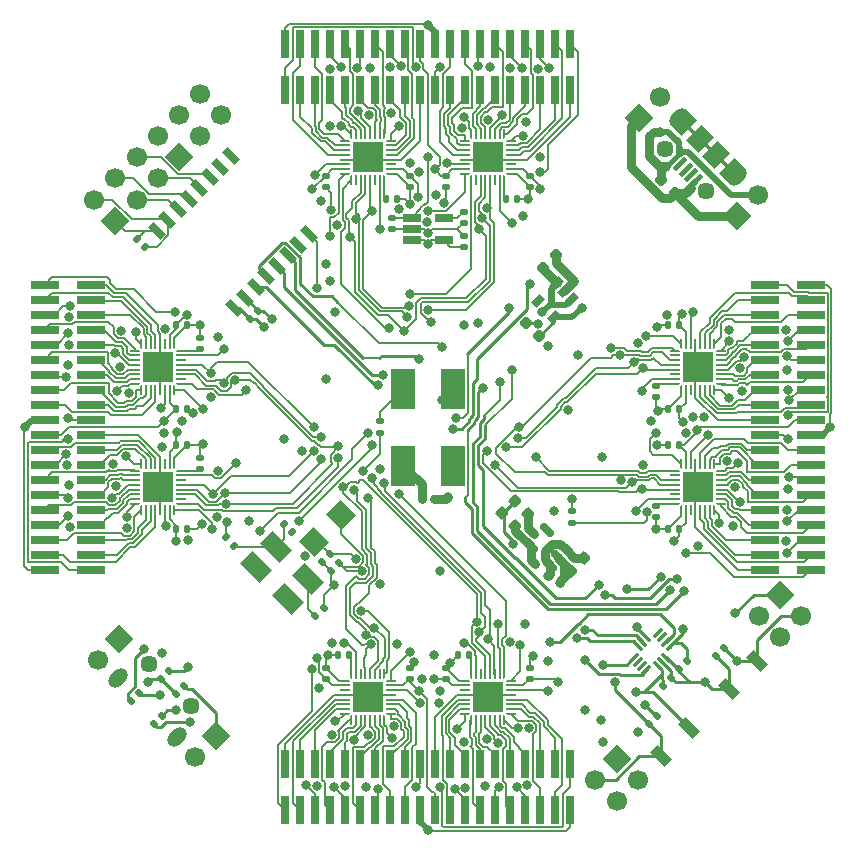
<source format=gbr>
G04 #@! TF.GenerationSoftware,KiCad,Pcbnew,5.99.0-unknown-243631a095~131~ubuntu18.04.1*
G04 #@! TF.CreationDate,2021-09-04T20:13:20+03:00*
G04 #@! TF.ProjectId,FreeEEG128-alpha,46726565-4545-4473-9132-382d616c7068,rev?*
G04 #@! TF.SameCoordinates,Original*
G04 #@! TF.FileFunction,Copper,L1,Top*
G04 #@! TF.FilePolarity,Positive*
%FSLAX46Y46*%
G04 Gerber Fmt 4.6, Leading zero omitted, Abs format (unit mm)*
G04 Created by KiCad (PCBNEW 5.99.0-unknown-243631a095~131~ubuntu18.04.1) date 2021-09-04 20:13:20*
%MOMM*%
%LPD*%
G01*
G04 APERTURE LIST*
G04 Aperture macros list*
%AMRoundRect*
0 Rectangle with rounded corners*
0 $1 Rounding radius*
0 $2 $3 $4 $5 $6 $7 $8 $9 X,Y pos of 4 corners*
0 Add a 4 corners polygon primitive as box body*
4,1,4,$2,$3,$4,$5,$6,$7,$8,$9,$2,$3,0*
0 Add four circle primitives for the rounded corners*
1,1,$1+$1,$2,$3*
1,1,$1+$1,$4,$5*
1,1,$1+$1,$6,$7*
1,1,$1+$1,$8,$9*
0 Add four rect primitives between the rounded corners*
20,1,$1+$1,$2,$3,$4,$5,0*
20,1,$1+$1,$4,$5,$6,$7,0*
20,1,$1+$1,$6,$7,$8,$9,0*
20,1,$1+$1,$8,$9,$2,$3,0*%
%AMHorizOval*
0 Thick line with rounded ends*
0 $1 width*
0 $2 $3 position (X,Y) of the first rounded end (center of the circle)*
0 $4 $5 position (X,Y) of the second rounded end (center of the circle)*
0 Add line between two ends*
20,1,$1,$2,$3,$4,$5,0*
0 Add two circle primitives to create the rounded ends*
1,1,$1,$2,$3*
1,1,$1,$4,$5*%
%AMRotRect*
0 Rectangle, with rotation*
0 The origin of the aperture is its center*
0 $1 length*
0 $2 width*
0 $3 Rotation angle, in degrees counterclockwise*
0 Add horizontal line*
21,1,$1,$2,0,0,$3*%
%AMFreePoly0*
4,1,15,0.314644,0.085355,0.385355,0.014645,0.385355,0.014644,0.400000,-0.020711,0.400000,-0.050000,0.385355,-0.085355,0.350000,-0.100000,-0.350000,-0.100000,-0.385355,-0.085355,-0.400000,-0.050000,-0.400000,0.050000,-0.385355,0.085355,-0.350000,0.100000,0.279289,0.100000,0.314644,0.085355,0.314644,0.085355,$1*%
%AMFreePoly1*
4,1,15,0.385355,0.085355,0.400000,0.050000,0.400000,0.020711,0.397487,0.014645,0.385355,-0.014645,0.314644,-0.085355,0.279289,-0.100000,-0.350000,-0.100000,-0.385355,-0.085355,-0.400000,-0.050000,-0.400000,0.050000,-0.385355,0.085355,-0.350000,0.100000,0.350000,0.100000,0.385355,0.085355,0.385355,0.085355,$1*%
%AMFreePoly2*
4,1,15,0.085355,0.385355,0.100000,0.350000,0.100000,-0.350000,0.085355,-0.385355,0.050000,-0.400000,-0.050000,-0.400000,-0.085355,-0.385355,-0.100000,-0.350000,-0.100000,0.279289,-0.085355,0.314644,-0.014645,0.385355,-0.004289,0.389644,0.020711,0.400000,0.050000,0.400000,0.085355,0.385355,0.085355,0.385355,$1*%
%AMFreePoly3*
4,1,15,0.014644,0.385355,0.085355,0.314645,0.085355,0.314644,0.100000,0.279289,0.100000,-0.350000,0.085355,-0.385355,0.050000,-0.400000,-0.050000,-0.400000,-0.085355,-0.385355,-0.100000,-0.350000,-0.100000,0.350000,-0.085355,0.385355,-0.050000,0.400000,-0.020711,0.400000,0.014644,0.385355,0.014644,0.385355,$1*%
%AMFreePoly4*
4,1,15,0.385355,0.085355,0.400000,0.050000,0.400000,-0.050000,0.385355,-0.085355,0.350000,-0.100000,-0.279289,-0.100000,-0.304289,-0.089644,-0.314645,-0.085355,-0.385355,-0.014644,-0.400000,0.020711,-0.400000,0.050000,-0.385355,0.085355,-0.350000,0.100000,0.350000,0.100000,0.385355,0.085355,0.385355,0.085355,$1*%
%AMFreePoly5*
4,1,15,0.385355,0.085355,0.400000,0.050000,0.400000,-0.050000,0.385355,-0.085355,0.350000,-0.100000,-0.350000,-0.100000,-0.385355,-0.085355,-0.400000,-0.050000,-0.400000,-0.020711,-0.385355,0.014644,-0.314645,0.085355,-0.304289,0.089644,-0.279289,0.100000,0.350000,0.100000,0.385355,0.085355,0.385355,0.085355,$1*%
%AMFreePoly6*
4,1,15,0.085355,0.385355,0.100000,0.350000,0.100000,-0.279289,0.091421,-0.300000,0.085355,-0.314645,0.014644,-0.385355,-0.020711,-0.400000,-0.050000,-0.400000,-0.085355,-0.385355,-0.100000,-0.350000,-0.100000,0.350000,-0.085355,0.385355,-0.050000,0.400000,0.050000,0.400000,0.085355,0.385355,0.085355,0.385355,$1*%
%AMFreePoly7*
4,1,15,0.085355,0.385355,0.100000,0.350000,0.100000,-0.350000,0.085355,-0.385355,0.050000,-0.400000,0.020711,-0.400000,-0.004289,-0.389644,-0.014645,-0.385355,-0.085355,-0.314644,-0.100000,-0.279289,-0.100000,0.350000,-0.085355,0.385355,-0.050000,0.400000,0.050000,0.400000,0.085355,0.385355,0.085355,0.385355,$1*%
G04 Aperture macros list end*
G04 #@! TA.AperFunction,SMDPad,CuDef*
%ADD10RotRect,1.075000X0.250000X45.000000*%
G04 #@! TD*
G04 #@! TA.AperFunction,SMDPad,CuDef*
%ADD11RotRect,0.250000X1.075000X45.000000*%
G04 #@! TD*
G04 #@! TA.AperFunction,SMDPad,CuDef*
%ADD12RoundRect,0.147500X-0.226274X-0.017678X-0.017678X-0.226274X0.226274X0.017678X0.017678X0.226274X0*%
G04 #@! TD*
G04 #@! TA.AperFunction,SMDPad,CuDef*
%ADD13RoundRect,0.147500X0.017678X-0.226274X0.226274X-0.017678X-0.017678X0.226274X-0.226274X0.017678X0*%
G04 #@! TD*
G04 #@! TA.AperFunction,SMDPad,CuDef*
%ADD14RoundRect,0.218750X0.026517X-0.335876X0.335876X-0.026517X-0.026517X0.335876X-0.335876X0.026517X0*%
G04 #@! TD*
G04 #@! TA.AperFunction,ComponentPad*
%ADD15RotRect,1.700000X1.700000X45.000000*%
G04 #@! TD*
G04 #@! TA.AperFunction,ComponentPad*
%ADD16HorizOval,1.700000X0.000000X0.000000X0.000000X0.000000X0*%
G04 #@! TD*
G04 #@! TA.AperFunction,SMDPad,CuDef*
%ADD17RoundRect,0.147500X-0.017678X0.226274X-0.226274X0.017678X0.017678X-0.226274X0.226274X-0.017678X0*%
G04 #@! TD*
G04 #@! TA.AperFunction,SMDPad,CuDef*
%ADD18RotRect,1.060000X0.650000X225.000000*%
G04 #@! TD*
G04 #@! TA.AperFunction,SMDPad,CuDef*
%ADD19RotRect,2.280000X1.500000X135.000000*%
G04 #@! TD*
G04 #@! TA.AperFunction,SMDPad,CuDef*
%ADD20RoundRect,0.147500X0.226274X0.017678X0.017678X0.226274X-0.226274X-0.017678X-0.017678X-0.226274X0*%
G04 #@! TD*
G04 #@! TA.AperFunction,SMDPad,CuDef*
%ADD21RoundRect,0.218750X-0.335876X-0.026517X-0.026517X-0.335876X0.335876X0.026517X0.026517X0.335876X0*%
G04 #@! TD*
G04 #@! TA.AperFunction,SMDPad,CuDef*
%ADD22RotRect,0.400000X1.350000X135.000000*%
G04 #@! TD*
G04 #@! TA.AperFunction,SMDPad,CuDef*
%ADD23RotRect,1.200000X1.900000X135.000000*%
G04 #@! TD*
G04 #@! TA.AperFunction,ComponentPad*
%ADD24C,1.450000*%
G04 #@! TD*
G04 #@! TA.AperFunction,ComponentPad*
%ADD25HorizOval,1.200000X-0.247487X-0.247487X0.247487X0.247487X0*%
G04 #@! TD*
G04 #@! TA.AperFunction,SMDPad,CuDef*
%ADD26RotRect,1.500000X1.900000X135.000000*%
G04 #@! TD*
G04 #@! TA.AperFunction,ComponentPad*
%ADD27HorizOval,1.200000X0.247487X0.247487X-0.247487X-0.247487X0*%
G04 #@! TD*
G04 #@! TA.AperFunction,SMDPad,CuDef*
%ADD28RotRect,0.900000X1.700000X225.000000*%
G04 #@! TD*
G04 #@! TA.AperFunction,SMDPad,CuDef*
%ADD29RotRect,1.750000X1.800000X225.000000*%
G04 #@! TD*
G04 #@! TA.AperFunction,ComponentPad*
%ADD30RotRect,1.700000X1.700000X225.000000*%
G04 #@! TD*
G04 #@! TA.AperFunction,ComponentPad*
%ADD31HorizOval,1.700000X0.000000X0.000000X0.000000X0.000000X0*%
G04 #@! TD*
G04 #@! TA.AperFunction,SMDPad,CuDef*
%ADD32R,2.000000X3.500000*%
G04 #@! TD*
G04 #@! TA.AperFunction,SMDPad,CuDef*
%ADD33RotRect,0.900000X1.700000X45.000000*%
G04 #@! TD*
G04 #@! TA.AperFunction,SMDPad,CuDef*
%ADD34RoundRect,0.218750X0.335876X0.026517X0.026517X0.335876X-0.335876X-0.026517X-0.026517X-0.335876X0*%
G04 #@! TD*
G04 #@! TA.AperFunction,ComponentPad*
%ADD35RotRect,1.700000X1.700000X315.000000*%
G04 #@! TD*
G04 #@! TA.AperFunction,ComponentPad*
%ADD36HorizOval,1.700000X0.000000X0.000000X0.000000X0.000000X0*%
G04 #@! TD*
G04 #@! TA.AperFunction,SMDPad,CuDef*
%ADD37RotRect,1.500000X0.600000X135.000000*%
G04 #@! TD*
G04 #@! TA.AperFunction,ComponentPad*
%ADD38RotRect,1.700000X1.700000X135.000000*%
G04 #@! TD*
G04 #@! TA.AperFunction,ComponentPad*
%ADD39HorizOval,1.700000X0.000000X0.000000X0.000000X0.000000X0*%
G04 #@! TD*
G04 #@! TA.AperFunction,SMDPad,CuDef*
%ADD40RoundRect,0.140000X-0.170000X0.140000X-0.170000X-0.140000X0.170000X-0.140000X0.170000X0.140000X0*%
G04 #@! TD*
G04 #@! TA.AperFunction,SMDPad,CuDef*
%ADD41R,2.400000X0.740000*%
G04 #@! TD*
G04 #@! TA.AperFunction,SMDPad,CuDef*
%ADD42RoundRect,0.140000X0.140000X0.170000X-0.140000X0.170000X-0.140000X-0.170000X0.140000X-0.170000X0*%
G04 #@! TD*
G04 #@! TA.AperFunction,SMDPad,CuDef*
%ADD43RoundRect,0.140000X-0.140000X-0.170000X0.140000X-0.170000X0.140000X0.170000X-0.140000X0.170000X0*%
G04 #@! TD*
G04 #@! TA.AperFunction,SMDPad,CuDef*
%ADD44FreePoly0,180.000000*%
G04 #@! TD*
G04 #@! TA.AperFunction,SMDPad,CuDef*
%ADD45RoundRect,0.050000X0.350000X0.050000X-0.350000X0.050000X-0.350000X-0.050000X0.350000X-0.050000X0*%
G04 #@! TD*
G04 #@! TA.AperFunction,SMDPad,CuDef*
%ADD46FreePoly1,180.000000*%
G04 #@! TD*
G04 #@! TA.AperFunction,SMDPad,CuDef*
%ADD47FreePoly2,180.000000*%
G04 #@! TD*
G04 #@! TA.AperFunction,SMDPad,CuDef*
%ADD48RoundRect,0.050000X0.050000X0.350000X-0.050000X0.350000X-0.050000X-0.350000X0.050000X-0.350000X0*%
G04 #@! TD*
G04 #@! TA.AperFunction,SMDPad,CuDef*
%ADD49FreePoly3,180.000000*%
G04 #@! TD*
G04 #@! TA.AperFunction,SMDPad,CuDef*
%ADD50FreePoly4,180.000000*%
G04 #@! TD*
G04 #@! TA.AperFunction,SMDPad,CuDef*
%ADD51FreePoly5,180.000000*%
G04 #@! TD*
G04 #@! TA.AperFunction,SMDPad,CuDef*
%ADD52FreePoly6,180.000000*%
G04 #@! TD*
G04 #@! TA.AperFunction,SMDPad,CuDef*
%ADD53FreePoly7,180.000000*%
G04 #@! TD*
G04 #@! TA.AperFunction,ComponentPad*
%ADD54C,0.500000*%
G04 #@! TD*
G04 #@! TA.AperFunction,SMDPad,CuDef*
%ADD55R,2.650000X2.650000*%
G04 #@! TD*
G04 #@! TA.AperFunction,SMDPad,CuDef*
%ADD56RoundRect,0.140000X0.170000X-0.140000X0.170000X0.140000X-0.170000X0.140000X-0.170000X-0.140000X0*%
G04 #@! TD*
G04 #@! TA.AperFunction,SMDPad,CuDef*
%ADD57FreePoly0,270.000000*%
G04 #@! TD*
G04 #@! TA.AperFunction,SMDPad,CuDef*
%ADD58RoundRect,0.050000X-0.050000X0.350000X-0.050000X-0.350000X0.050000X-0.350000X0.050000X0.350000X0*%
G04 #@! TD*
G04 #@! TA.AperFunction,SMDPad,CuDef*
%ADD59FreePoly1,270.000000*%
G04 #@! TD*
G04 #@! TA.AperFunction,SMDPad,CuDef*
%ADD60FreePoly2,270.000000*%
G04 #@! TD*
G04 #@! TA.AperFunction,SMDPad,CuDef*
%ADD61RoundRect,0.050000X-0.350000X0.050000X-0.350000X-0.050000X0.350000X-0.050000X0.350000X0.050000X0*%
G04 #@! TD*
G04 #@! TA.AperFunction,SMDPad,CuDef*
%ADD62FreePoly3,270.000000*%
G04 #@! TD*
G04 #@! TA.AperFunction,SMDPad,CuDef*
%ADD63FreePoly4,270.000000*%
G04 #@! TD*
G04 #@! TA.AperFunction,SMDPad,CuDef*
%ADD64FreePoly5,270.000000*%
G04 #@! TD*
G04 #@! TA.AperFunction,SMDPad,CuDef*
%ADD65FreePoly6,270.000000*%
G04 #@! TD*
G04 #@! TA.AperFunction,SMDPad,CuDef*
%ADD66FreePoly7,270.000000*%
G04 #@! TD*
G04 #@! TA.AperFunction,SMDPad,CuDef*
%ADD67RoundRect,0.135000X-0.185000X0.135000X-0.185000X-0.135000X0.185000X-0.135000X0.185000X0.135000X0*%
G04 #@! TD*
G04 #@! TA.AperFunction,SMDPad,CuDef*
%ADD68R,0.740000X2.400000*%
G04 #@! TD*
G04 #@! TA.AperFunction,SMDPad,CuDef*
%ADD69RoundRect,0.225000X0.335876X0.017678X0.017678X0.335876X-0.335876X-0.017678X-0.017678X-0.335876X0*%
G04 #@! TD*
G04 #@! TA.AperFunction,SMDPad,CuDef*
%ADD70FreePoly0,0.000000*%
G04 #@! TD*
G04 #@! TA.AperFunction,SMDPad,CuDef*
%ADD71RoundRect,0.050000X-0.350000X-0.050000X0.350000X-0.050000X0.350000X0.050000X-0.350000X0.050000X0*%
G04 #@! TD*
G04 #@! TA.AperFunction,SMDPad,CuDef*
%ADD72FreePoly1,0.000000*%
G04 #@! TD*
G04 #@! TA.AperFunction,SMDPad,CuDef*
%ADD73FreePoly2,0.000000*%
G04 #@! TD*
G04 #@! TA.AperFunction,SMDPad,CuDef*
%ADD74RoundRect,0.050000X-0.050000X-0.350000X0.050000X-0.350000X0.050000X0.350000X-0.050000X0.350000X0*%
G04 #@! TD*
G04 #@! TA.AperFunction,SMDPad,CuDef*
%ADD75FreePoly3,0.000000*%
G04 #@! TD*
G04 #@! TA.AperFunction,SMDPad,CuDef*
%ADD76FreePoly4,0.000000*%
G04 #@! TD*
G04 #@! TA.AperFunction,SMDPad,CuDef*
%ADD77FreePoly5,0.000000*%
G04 #@! TD*
G04 #@! TA.AperFunction,SMDPad,CuDef*
%ADD78FreePoly6,0.000000*%
G04 #@! TD*
G04 #@! TA.AperFunction,SMDPad,CuDef*
%ADD79FreePoly7,0.000000*%
G04 #@! TD*
G04 #@! TA.AperFunction,SMDPad,CuDef*
%ADD80R,1.560000X0.650000*%
G04 #@! TD*
G04 #@! TA.AperFunction,SMDPad,CuDef*
%ADD81FreePoly0,90.000000*%
G04 #@! TD*
G04 #@! TA.AperFunction,SMDPad,CuDef*
%ADD82RoundRect,0.050000X0.050000X-0.350000X0.050000X0.350000X-0.050000X0.350000X-0.050000X-0.350000X0*%
G04 #@! TD*
G04 #@! TA.AperFunction,SMDPad,CuDef*
%ADD83FreePoly1,90.000000*%
G04 #@! TD*
G04 #@! TA.AperFunction,SMDPad,CuDef*
%ADD84FreePoly2,90.000000*%
G04 #@! TD*
G04 #@! TA.AperFunction,SMDPad,CuDef*
%ADD85RoundRect,0.050000X0.350000X-0.050000X0.350000X0.050000X-0.350000X0.050000X-0.350000X-0.050000X0*%
G04 #@! TD*
G04 #@! TA.AperFunction,SMDPad,CuDef*
%ADD86FreePoly3,90.000000*%
G04 #@! TD*
G04 #@! TA.AperFunction,SMDPad,CuDef*
%ADD87FreePoly4,90.000000*%
G04 #@! TD*
G04 #@! TA.AperFunction,SMDPad,CuDef*
%ADD88FreePoly5,90.000000*%
G04 #@! TD*
G04 #@! TA.AperFunction,SMDPad,CuDef*
%ADD89FreePoly6,90.000000*%
G04 #@! TD*
G04 #@! TA.AperFunction,SMDPad,CuDef*
%ADD90FreePoly7,90.000000*%
G04 #@! TD*
G04 #@! TA.AperFunction,SMDPad,CuDef*
%ADD91RoundRect,0.225000X-0.017678X0.335876X-0.335876X0.017678X0.017678X-0.335876X0.335876X-0.017678X0*%
G04 #@! TD*
G04 #@! TA.AperFunction,SMDPad,CuDef*
%ADD92RoundRect,0.150000X0.468458X-0.256326X-0.256326X0.468458X-0.468458X0.256326X0.256326X-0.468458X0*%
G04 #@! TD*
G04 #@! TA.AperFunction,SMDPad,CuDef*
%ADD93RoundRect,0.135000X0.135000X0.185000X-0.135000X0.185000X-0.135000X-0.185000X0.135000X-0.185000X0*%
G04 #@! TD*
G04 #@! TA.AperFunction,SMDPad,CuDef*
%ADD94R,2.200000X2.200000*%
G04 #@! TD*
G04 #@! TA.AperFunction,ViaPad*
%ADD95C,0.800000*%
G04 #@! TD*
G04 #@! TA.AperFunction,Conductor*
%ADD96C,0.250000*%
G04 #@! TD*
G04 #@! TA.AperFunction,Conductor*
%ADD97C,0.200000*%
G04 #@! TD*
G04 #@! TA.AperFunction,Conductor*
%ADD98C,0.500000*%
G04 #@! TD*
G04 #@! TA.AperFunction,Conductor*
%ADD99C,0.750000*%
G04 #@! TD*
G04 APERTURE END LIST*
D10*
X17431002Y-19506752D03*
X17784556Y-19860305D03*
X18138109Y-20213858D03*
X18491662Y-20567412D03*
D11*
X19499290Y-20213858D03*
X19852843Y-19860305D03*
X20206396Y-19506752D03*
D10*
X20559950Y-18499124D03*
X20206396Y-18145571D03*
X19852843Y-17792018D03*
X19499290Y-17438464D03*
D11*
X18491662Y-17792018D03*
X18138109Y-18145571D03*
X17784556Y-18499124D03*
D12*
X-24599947Y15963947D03*
X-23914053Y15278053D03*
D13*
X-9512347Y-16014747D03*
X-8826453Y-15328853D03*
D14*
X9730153Y13463953D03*
X10843847Y14577647D03*
D13*
X18707053Y-25107947D03*
X19392947Y-24422053D03*
X-23202947Y-25107947D03*
X-22517053Y-24422053D03*
D15*
X17888949Y26143949D03*
D16*
X19685000Y27940000D03*
D17*
X-21882053Y-20612053D03*
X-22567947Y-21297947D03*
X-7505653Y-11493453D03*
X-8191547Y-12179347D03*
D18*
X12244569Y10887094D03*
X11572817Y11558845D03*
X10901066Y12230597D03*
X9345431Y10674962D03*
X10688934Y9331459D03*
D13*
X24422053Y-19392947D03*
X25107947Y-18707053D03*
D19*
X-10126969Y-12813975D03*
X-12813975Y-10126969D03*
X-14511031Y-11824025D03*
X-11824025Y-14511031D03*
D20*
X-16421053Y-10020347D03*
X-17106947Y-9334453D03*
D21*
X19788553Y20953047D03*
X20902247Y19839353D03*
D22*
X22745095Y20887874D03*
X22285476Y21347493D03*
X21825856Y21807112D03*
X21366237Y22266732D03*
X20906618Y22726351D03*
D23*
X21684435Y25766910D03*
D24*
X23593623Y20039345D03*
D25*
X26209918Y21241427D03*
D26*
X23027938Y24423407D03*
D24*
X20058089Y23574879D03*
D26*
X24442151Y23009194D03*
D23*
X25785654Y21665691D03*
D27*
X21260171Y26191174D03*
D15*
X26143949Y17888949D03*
D16*
X27940000Y19685000D03*
D28*
X22157082Y-25467918D03*
X19752918Y-27872082D03*
D29*
X-7340600Y-7391400D03*
X-9638698Y-9689498D03*
D30*
X-17888949Y-26143949D03*
D31*
X-19685000Y-27940000D03*
D32*
X2100000Y-3250000D03*
X2100000Y3250000D03*
X-2100000Y3250000D03*
X-2100000Y-3250000D03*
D17*
X-20612053Y-21882053D03*
X-21297947Y-22567947D03*
D13*
X19922529Y-21885885D03*
X20608423Y-21199991D03*
D17*
X-8267653Y-10756853D03*
X-8953547Y-11442747D03*
D30*
X-26143949Y-17888949D03*
D31*
X-27940000Y-19685000D03*
D33*
X25467918Y-22157082D03*
X27872082Y-19752918D03*
D17*
X21983747Y-19824653D03*
X21297853Y-20510547D03*
D20*
X-11468053Y-8851947D03*
X-12153947Y-8166053D03*
D34*
X9446847Y7684181D03*
X8333153Y8797875D03*
D35*
X15983949Y-28048949D03*
D36*
X17780000Y-29845000D03*
X14187898Y-29845000D03*
X15983949Y-31641051D03*
D13*
X-25107947Y-23202947D03*
X-24422053Y-22517053D03*
D37*
X-16365043Y10078864D03*
X-15467017Y10976889D03*
X-14568992Y11874915D03*
X-13670966Y12772941D03*
X-12772941Y13670966D03*
X-11874915Y14568992D03*
X-10976889Y15467017D03*
X-10078864Y16365043D03*
X-16654957Y22941136D03*
X-17552983Y22043111D03*
X-18451008Y21145085D03*
X-19349034Y20247059D03*
X-20247059Y19349034D03*
X-21145085Y18451008D03*
X-22043111Y17552983D03*
X-22941136Y16654957D03*
D13*
X-15074947Y9182053D03*
X-14389053Y9867947D03*
D38*
X-21063949Y22860000D03*
D39*
X-22860000Y24656051D03*
X-19267898Y24656051D03*
X-21063949Y26452102D03*
X-17471847Y26452102D03*
X-19267898Y28248154D03*
D35*
X29845000Y-14187898D03*
D36*
X31641051Y-15983949D03*
X28048949Y-15983949D03*
X29845000Y-17780000D03*
D38*
X-26452102Y17471846D03*
D39*
X-28248153Y19267897D03*
X-24656051Y19267897D03*
X-26452102Y21063948D03*
X-22860000Y21063948D03*
X-24656051Y22860000D03*
D40*
X19304000Y-6632000D03*
X19304000Y-7592000D03*
D41*
X28530000Y12065000D03*
X32430000Y12065000D03*
X28530000Y10795000D03*
X32430000Y10795000D03*
X28530000Y9525000D03*
X32430000Y9525000D03*
X28530000Y8255000D03*
X32430000Y8255000D03*
X28530000Y6985000D03*
X32430000Y6985000D03*
X28530000Y5715000D03*
X32430000Y5715000D03*
X28530000Y4445000D03*
X32430000Y4445000D03*
X28530000Y3175000D03*
X32430000Y3175000D03*
X28530000Y1905000D03*
X32430000Y1905000D03*
X28530000Y635000D03*
X32430000Y635000D03*
X28530000Y-635000D03*
X32430000Y-635000D03*
X28530000Y-1905000D03*
X32430000Y-1905000D03*
X28530000Y-3175000D03*
X32430000Y-3175000D03*
X28530000Y-4445000D03*
X32430000Y-4445000D03*
X28530000Y-5715000D03*
X32430000Y-5715000D03*
X28530000Y-6985000D03*
X32430000Y-6985000D03*
X28530000Y-8255000D03*
X32430000Y-8255000D03*
X28530000Y-9525000D03*
X32430000Y-9525000D03*
X28530000Y-10795000D03*
X32430000Y-10795000D03*
X28530000Y-12065000D03*
X32430000Y-12065000D03*
D42*
X3528000Y-19304000D03*
X2568000Y-19304000D03*
X21308000Y1524000D03*
X20348000Y1524000D03*
X21308000Y-8636000D03*
X20348000Y-8636000D03*
D43*
X-21308000Y-1524000D03*
X-20348000Y-1524000D03*
D44*
X24810000Y3680000D03*
D45*
X24810000Y4080000D03*
X24810000Y4480000D03*
X24810000Y4880000D03*
X24810000Y5280000D03*
X24810000Y5680000D03*
X24810000Y6080000D03*
D46*
X24810000Y6480000D03*
D47*
X24260000Y7030000D03*
D48*
X23860000Y7030000D03*
X23460000Y7030000D03*
X23060000Y7030000D03*
X22660000Y7030000D03*
X22260000Y7030000D03*
X21860000Y7030000D03*
D49*
X21460000Y7030000D03*
D50*
X20910000Y6480000D03*
D45*
X20910000Y6080000D03*
X20910000Y5680000D03*
X20910000Y5280000D03*
X20910000Y4880000D03*
X20910000Y4480000D03*
X20910000Y4080000D03*
D51*
X20910000Y3680000D03*
D52*
X21460000Y3130000D03*
D48*
X21860000Y3130000D03*
X22260000Y3130000D03*
X22660000Y3130000D03*
X23060000Y3130000D03*
X23460000Y3130000D03*
X23860000Y3130000D03*
D53*
X24260000Y3130000D03*
D54*
X22860000Y5080000D03*
X22010000Y5930000D03*
X22010000Y4230000D03*
X22860000Y5930000D03*
X22010000Y5080000D03*
X23710000Y4230000D03*
X23710000Y5080000D03*
X22860000Y4230000D03*
X23710000Y5930000D03*
D55*
X22860000Y5080000D03*
D56*
X-19304000Y-3528000D03*
X-19304000Y-2568000D03*
D43*
X6632000Y19304000D03*
X7592000Y19304000D03*
X-21308000Y1524000D03*
X-20348000Y1524000D03*
X-21308000Y8636000D03*
X-20348000Y8636000D03*
D57*
X-3680000Y24810000D03*
D58*
X-4080000Y24810000D03*
X-4480000Y24810000D03*
X-4880000Y24810000D03*
X-5280000Y24810000D03*
X-5680000Y24810000D03*
X-6080000Y24810000D03*
D59*
X-6480000Y24810000D03*
D60*
X-7030000Y24260000D03*
D61*
X-7030000Y23860000D03*
X-7030000Y23460000D03*
X-7030000Y23060000D03*
X-7030000Y22660000D03*
X-7030000Y22260000D03*
X-7030000Y21860000D03*
D62*
X-7030000Y21460000D03*
D63*
X-6480000Y20910000D03*
D58*
X-6080000Y20910000D03*
X-5680000Y20910000D03*
X-5280000Y20910000D03*
X-4880000Y20910000D03*
X-4480000Y20910000D03*
X-4080000Y20910000D03*
D64*
X-3680000Y20910000D03*
D65*
X-3130000Y21460000D03*
D61*
X-3130000Y21860000D03*
X-3130000Y22260000D03*
X-3130000Y22660000D03*
X-3130000Y23060000D03*
X-3130000Y23460000D03*
X-3130000Y23860000D03*
D66*
X-3130000Y24260000D03*
D54*
X-5080000Y22010000D03*
X-5930000Y23710000D03*
X-5930000Y22860000D03*
X-5080000Y22860000D03*
D55*
X-5080000Y22860000D03*
D54*
X-4230000Y23710000D03*
X-5930000Y22010000D03*
X-4230000Y22010000D03*
X-5080000Y23710000D03*
X-4230000Y22860000D03*
D43*
X-3528000Y19304000D03*
X-2568000Y19304000D03*
D40*
X3048000Y18260000D03*
X3048000Y17300000D03*
X-8636000Y21308000D03*
X-8636000Y20348000D03*
D67*
X-4064000Y510000D03*
X-4064000Y-510000D03*
D56*
X-1524000Y-21308000D03*
X-1524000Y-20348000D03*
X1524000Y-21308000D03*
X1524000Y-20348000D03*
D40*
X8636000Y21308000D03*
X8636000Y20348000D03*
X19304000Y3528000D03*
X19304000Y2568000D03*
D68*
X12065000Y-28530000D03*
X12065000Y-32430000D03*
X10795000Y-28530000D03*
X10795000Y-32430000D03*
X9525000Y-28530000D03*
X9525000Y-32430000D03*
X8255000Y-28530000D03*
X8255000Y-32430000D03*
X6985000Y-28530000D03*
X6985000Y-32430000D03*
X5715000Y-28530000D03*
X5715000Y-32430000D03*
X4445000Y-28530000D03*
X4445000Y-32430000D03*
X3175000Y-28530000D03*
X3175000Y-32430000D03*
X1905000Y-28530000D03*
X1905000Y-32430000D03*
X635000Y-28530000D03*
X635000Y-32430000D03*
X-635000Y-28530000D03*
X-635000Y-32430000D03*
X-1905000Y-28530000D03*
X-1905000Y-32430000D03*
X-3175000Y-28530000D03*
X-3175000Y-32430000D03*
X-4445000Y-28530000D03*
X-4445000Y-32430000D03*
X-5715000Y-28530000D03*
X-5715000Y-32430000D03*
X-6985000Y-28530000D03*
X-6985000Y-32430000D03*
X-8255000Y-28530000D03*
X-8255000Y-32430000D03*
X-9525000Y-28530000D03*
X-9525000Y-32430000D03*
X-10795000Y-28530000D03*
X-10795000Y-32430000D03*
X-12065000Y-28530000D03*
X-12065000Y-32430000D03*
D40*
X-1524000Y21308000D03*
X-1524000Y20348000D03*
D44*
X24810000Y-6480000D03*
D45*
X24810000Y-6080000D03*
X24810000Y-5680000D03*
X24810000Y-5280000D03*
X24810000Y-4880000D03*
X24810000Y-4480000D03*
X24810000Y-4080000D03*
D46*
X24810000Y-3680000D03*
D47*
X24260000Y-3130000D03*
D48*
X23860000Y-3130000D03*
X23460000Y-3130000D03*
X23060000Y-3130000D03*
X22660000Y-3130000D03*
X22260000Y-3130000D03*
X21860000Y-3130000D03*
D49*
X21460000Y-3130000D03*
D50*
X20910000Y-3680000D03*
D45*
X20910000Y-4080000D03*
X20910000Y-4480000D03*
X20910000Y-4880000D03*
X20910000Y-5280000D03*
X20910000Y-5680000D03*
X20910000Y-6080000D03*
D51*
X20910000Y-6480000D03*
D52*
X21460000Y-7030000D03*
D48*
X21860000Y-7030000D03*
X22260000Y-7030000D03*
X22660000Y-7030000D03*
X23060000Y-7030000D03*
X23460000Y-7030000D03*
X23860000Y-7030000D03*
D53*
X24260000Y-7030000D03*
D54*
X23710000Y-5080000D03*
X22010000Y-5930000D03*
X22860000Y-4230000D03*
D55*
X22860000Y-5080000D03*
D54*
X23710000Y-4230000D03*
X22860000Y-5930000D03*
X23710000Y-5930000D03*
X22010000Y-4230000D03*
X22010000Y-5080000D03*
X22860000Y-5080000D03*
D56*
X-19304000Y6632000D03*
X-19304000Y7592000D03*
D69*
X7406008Y-8396608D03*
X6309992Y-7300592D03*
D70*
X-24810000Y-3680000D03*
D71*
X-24810000Y-4080000D03*
X-24810000Y-4480000D03*
X-24810000Y-4880000D03*
X-24810000Y-5280000D03*
X-24810000Y-5680000D03*
X-24810000Y-6080000D03*
D72*
X-24810000Y-6480000D03*
D73*
X-24260000Y-7030000D03*
D74*
X-23860000Y-7030000D03*
X-23460000Y-7030000D03*
X-23060000Y-7030000D03*
X-22660000Y-7030000D03*
X-22260000Y-7030000D03*
X-21860000Y-7030000D03*
D75*
X-21460000Y-7030000D03*
D76*
X-20910000Y-6480000D03*
D71*
X-20910000Y-6080000D03*
X-20910000Y-5680000D03*
X-20910000Y-5280000D03*
X-20910000Y-4880000D03*
X-20910000Y-4480000D03*
X-20910000Y-4080000D03*
D77*
X-20910000Y-3680000D03*
D78*
X-21460000Y-3130000D03*
D74*
X-21860000Y-3130000D03*
X-22260000Y-3130000D03*
X-22660000Y-3130000D03*
X-23060000Y-3130000D03*
X-23460000Y-3130000D03*
X-23860000Y-3130000D03*
D79*
X-24260000Y-3130000D03*
D54*
X-23710000Y-4230000D03*
X-22010000Y-4230000D03*
X-22860000Y-4230000D03*
X-22860000Y-5930000D03*
X-22860000Y-5080000D03*
X-23710000Y-5080000D03*
D55*
X-22860000Y-5080000D03*
D54*
X-23710000Y-5930000D03*
X-22010000Y-5930000D03*
X-22010000Y-5080000D03*
D56*
X3048000Y15268000D03*
X3048000Y16228000D03*
D43*
X-21308000Y-8636000D03*
X-20348000Y-8636000D03*
D80*
X-1350000Y17714000D03*
X-1350000Y16764000D03*
X-1350000Y15814000D03*
X1350000Y15814000D03*
X1350000Y17714000D03*
D56*
X-8636000Y-21308000D03*
X-8636000Y-20348000D03*
D81*
X-6480000Y-24810000D03*
D82*
X-6080000Y-24810000D03*
X-5680000Y-24810000D03*
X-5280000Y-24810000D03*
X-4880000Y-24810000D03*
X-4480000Y-24810000D03*
X-4080000Y-24810000D03*
D83*
X-3680000Y-24810000D03*
D84*
X-3130000Y-24260000D03*
D85*
X-3130000Y-23860000D03*
X-3130000Y-23460000D03*
X-3130000Y-23060000D03*
X-3130000Y-22660000D03*
X-3130000Y-22260000D03*
X-3130000Y-21860000D03*
D86*
X-3130000Y-21460000D03*
D87*
X-3680000Y-20910000D03*
D82*
X-4080000Y-20910000D03*
X-4480000Y-20910000D03*
X-4880000Y-20910000D03*
X-5280000Y-20910000D03*
X-5680000Y-20910000D03*
X-6080000Y-20910000D03*
D88*
X-6480000Y-20910000D03*
D89*
X-7030000Y-21460000D03*
D85*
X-7030000Y-21860000D03*
X-7030000Y-22260000D03*
X-7030000Y-22660000D03*
X-7030000Y-23060000D03*
X-7030000Y-23460000D03*
X-7030000Y-23860000D03*
D90*
X-7030000Y-24260000D03*
D54*
X-5930000Y-22010000D03*
X-5080000Y-22860000D03*
X-4230000Y-23710000D03*
X-4230000Y-22010000D03*
X-5930000Y-22860000D03*
X-4230000Y-22860000D03*
X-5930000Y-23710000D03*
D55*
X-5080000Y-22860000D03*
D54*
X-5080000Y-22010000D03*
X-5080000Y-23710000D03*
D91*
X13197208Y-11059792D03*
X12101192Y-12155808D03*
D67*
X12192000Y-7110000D03*
X12192000Y-8130000D03*
D92*
X10343383Y-11686885D03*
X11015134Y-11015134D03*
X11686885Y-10343383D03*
X10078217Y-8734715D03*
X8734715Y-10078217D03*
D42*
X-6632000Y-19304000D03*
X-7592000Y-19304000D03*
D56*
X8636000Y-21308000D03*
X8636000Y-20348000D03*
D42*
X21308000Y8636000D03*
X20348000Y8636000D03*
D70*
X-24810000Y6480000D03*
D71*
X-24810000Y6080000D03*
X-24810000Y5680000D03*
X-24810000Y5280000D03*
X-24810000Y4880000D03*
X-24810000Y4480000D03*
X-24810000Y4080000D03*
D72*
X-24810000Y3680000D03*
D73*
X-24260000Y3130000D03*
D74*
X-23860000Y3130000D03*
X-23460000Y3130000D03*
X-23060000Y3130000D03*
X-22660000Y3130000D03*
X-22260000Y3130000D03*
X-21860000Y3130000D03*
D75*
X-21460000Y3130000D03*
D76*
X-20910000Y3680000D03*
D71*
X-20910000Y4080000D03*
X-20910000Y4480000D03*
X-20910000Y4880000D03*
X-20910000Y5280000D03*
X-20910000Y5680000D03*
X-20910000Y6080000D03*
D77*
X-20910000Y6480000D03*
D78*
X-21460000Y7030000D03*
D74*
X-21860000Y7030000D03*
X-22260000Y7030000D03*
X-22660000Y7030000D03*
X-23060000Y7030000D03*
X-23460000Y7030000D03*
X-23860000Y7030000D03*
D79*
X-24260000Y7030000D03*
D54*
X-22860000Y5930000D03*
X-22860000Y5080000D03*
X-22860000Y4230000D03*
X-22010000Y5080000D03*
X-23710000Y5080000D03*
X-22010000Y5930000D03*
D55*
X-22860000Y5080000D03*
D54*
X-23710000Y5930000D03*
X-22010000Y4230000D03*
X-23710000Y4230000D03*
D40*
X1524000Y21308000D03*
X1524000Y20348000D03*
X-3048000Y17752000D03*
X-3048000Y16792000D03*
D57*
X6480000Y24810000D03*
D58*
X6080000Y24810000D03*
X5680000Y24810000D03*
X5280000Y24810000D03*
X4880000Y24810000D03*
X4480000Y24810000D03*
X4080000Y24810000D03*
D59*
X3680000Y24810000D03*
D60*
X3130000Y24260000D03*
D61*
X3130000Y23860000D03*
X3130000Y23460000D03*
X3130000Y23060000D03*
X3130000Y22660000D03*
X3130000Y22260000D03*
X3130000Y21860000D03*
D62*
X3130000Y21460000D03*
D63*
X3680000Y20910000D03*
D58*
X4080000Y20910000D03*
X4480000Y20910000D03*
X4880000Y20910000D03*
X5280000Y20910000D03*
X5680000Y20910000D03*
X6080000Y20910000D03*
D64*
X6480000Y20910000D03*
D65*
X7030000Y21460000D03*
D61*
X7030000Y21860000D03*
X7030000Y22260000D03*
X7030000Y22660000D03*
X7030000Y23060000D03*
X7030000Y23460000D03*
X7030000Y23860000D03*
D66*
X7030000Y24260000D03*
D54*
X5080000Y22860000D03*
X5930000Y22860000D03*
X4230000Y22860000D03*
X5930000Y23710000D03*
D55*
X5080000Y22860000D03*
D54*
X5080000Y23710000D03*
X4230000Y22010000D03*
X4230000Y23710000D03*
X5930000Y22010000D03*
X5080000Y22010000D03*
D69*
X8472808Y-7329808D03*
X7376792Y-6233792D03*
D81*
X3680000Y-24810000D03*
D82*
X4080000Y-24810000D03*
X4480000Y-24810000D03*
X4880000Y-24810000D03*
X5280000Y-24810000D03*
X5680000Y-24810000D03*
X6080000Y-24810000D03*
D83*
X6480000Y-24810000D03*
D84*
X7030000Y-24260000D03*
D85*
X7030000Y-23860000D03*
X7030000Y-23460000D03*
X7030000Y-23060000D03*
X7030000Y-22660000D03*
X7030000Y-22260000D03*
X7030000Y-21860000D03*
D86*
X7030000Y-21460000D03*
D87*
X6480000Y-20910000D03*
D82*
X6080000Y-20910000D03*
X5680000Y-20910000D03*
X5280000Y-20910000D03*
X4880000Y-20910000D03*
X4480000Y-20910000D03*
X4080000Y-20910000D03*
D88*
X3680000Y-20910000D03*
D89*
X3130000Y-21460000D03*
D85*
X3130000Y-21860000D03*
X3130000Y-22260000D03*
X3130000Y-22660000D03*
X3130000Y-23060000D03*
X3130000Y-23460000D03*
X3130000Y-23860000D03*
D90*
X3130000Y-24260000D03*
D54*
X4230000Y-22860000D03*
X5080000Y-23710000D03*
X5930000Y-23710000D03*
X5930000Y-22860000D03*
X5930000Y-22010000D03*
X4230000Y-22010000D03*
X4230000Y-23710000D03*
X5080000Y-22010000D03*
D55*
X5080000Y-22860000D03*
D54*
X5080000Y-22860000D03*
D68*
X-12065000Y28530000D03*
X-12065000Y32430000D03*
X-10795000Y28530000D03*
X-10795000Y32430000D03*
X-9525000Y28530000D03*
X-9525000Y32430000D03*
X-8255000Y28530000D03*
X-8255000Y32430000D03*
X-6985000Y28530000D03*
X-6985000Y32430000D03*
X-5715000Y28530000D03*
X-5715000Y32430000D03*
X-4445000Y28530000D03*
X-4445000Y32430000D03*
X-3175000Y28530000D03*
X-3175000Y32430000D03*
X-1905000Y28530000D03*
X-1905000Y32430000D03*
X-635000Y28530000D03*
X-635000Y32430000D03*
X635000Y28530000D03*
X635000Y32430000D03*
X1905000Y28530000D03*
X1905000Y32430000D03*
X3175000Y28530000D03*
X3175000Y32430000D03*
X4445000Y28530000D03*
X4445000Y32430000D03*
X5715000Y28530000D03*
X5715000Y32430000D03*
X6985000Y28530000D03*
X6985000Y32430000D03*
X8255000Y28530000D03*
X8255000Y32430000D03*
X9525000Y28530000D03*
X9525000Y32430000D03*
X10795000Y28530000D03*
X10795000Y32430000D03*
X12065000Y28530000D03*
X12065000Y32430000D03*
D41*
X-28530000Y-12065000D03*
X-32430000Y-12065000D03*
X-28530000Y-10795000D03*
X-32430000Y-10795000D03*
X-28530000Y-9525000D03*
X-32430000Y-9525000D03*
X-28530000Y-8255000D03*
X-32430000Y-8255000D03*
X-28530000Y-6985000D03*
X-32430000Y-6985000D03*
X-28530000Y-5715000D03*
X-32430000Y-5715000D03*
X-28530000Y-4445000D03*
X-32430000Y-4445000D03*
X-28530000Y-3175000D03*
X-32430000Y-3175000D03*
X-28530000Y-1905000D03*
X-32430000Y-1905000D03*
X-28530000Y-635000D03*
X-32430000Y-635000D03*
X-28530000Y635000D03*
X-32430000Y635000D03*
X-28530000Y1905000D03*
X-32430000Y1905000D03*
X-28530000Y3175000D03*
X-32430000Y3175000D03*
X-28530000Y4445000D03*
X-32430000Y4445000D03*
X-28530000Y5715000D03*
X-32430000Y5715000D03*
X-28530000Y6985000D03*
X-32430000Y6985000D03*
X-28530000Y8255000D03*
X-32430000Y8255000D03*
X-28530000Y9525000D03*
X-32430000Y9525000D03*
X-28530000Y10795000D03*
X-32430000Y10795000D03*
X-28530000Y12065000D03*
X-32430000Y12065000D03*
D93*
X510000Y-6096000D03*
X-510000Y-6096000D03*
D42*
X21308000Y-1524000D03*
X20348000Y-1524000D03*
D24*
X-23593623Y-20058089D03*
D25*
X-21260171Y-26209918D03*
D24*
X-20058089Y-23593623D03*
D27*
X-26209918Y-21260171D03*
D54*
X-5080000Y-22010000D03*
X-5930000Y-22010000D03*
X-5930000Y-22860000D03*
D94*
X-5080000Y-22860000D03*
D54*
X-4230000Y-22860000D03*
X-5080000Y-23710000D03*
X-4230000Y-22010000D03*
X-4230000Y-23710000D03*
X-5930000Y-23710000D03*
X-5080000Y-22860000D03*
X-23710000Y4230000D03*
D94*
X-22860000Y5080000D03*
D54*
X-22860000Y5080000D03*
X-22010000Y5930000D03*
X-23710000Y5080000D03*
X-22860000Y5930000D03*
X-23710000Y5930000D03*
X-22010000Y5080000D03*
X-22860000Y4230000D03*
X-22010000Y4230000D03*
X-5080000Y22010000D03*
X-5080000Y23710000D03*
X-4230000Y22860000D03*
X-4230000Y23710000D03*
X-5080000Y22860000D03*
X-5930000Y22860000D03*
D94*
X-5080000Y22860000D03*
D54*
X-5930000Y22010000D03*
X-4230000Y22010000D03*
X-5930000Y23710000D03*
X23710000Y5930000D03*
X23710000Y4230000D03*
X22860000Y4230000D03*
X22860000Y5930000D03*
X23710000Y5080000D03*
X22860000Y5080000D03*
X22010000Y5080000D03*
X22010000Y5930000D03*
D94*
X22860000Y5080000D03*
D54*
X22010000Y4230000D03*
X-23710000Y-5930000D03*
X-22010000Y-4230000D03*
X-22010000Y-5080000D03*
X-22860000Y-4230000D03*
X-22860000Y-5930000D03*
X-23710000Y-4230000D03*
X-22860000Y-5080000D03*
X-22010000Y-5930000D03*
X-23710000Y-5080000D03*
D94*
X-22860000Y-5080000D03*
D54*
X5930000Y22860000D03*
X4230000Y22860000D03*
X5080000Y22010000D03*
D94*
X5080000Y22860000D03*
D54*
X5080000Y23710000D03*
X5930000Y23710000D03*
X5080000Y22860000D03*
X4230000Y22010000D03*
X5930000Y22010000D03*
X4230000Y23710000D03*
X5930000Y-22860000D03*
X4230000Y-22010000D03*
X5930000Y-22010000D03*
X5080000Y-22010000D03*
X4230000Y-23710000D03*
X5930000Y-23710000D03*
D94*
X5080000Y-22860000D03*
D54*
X5080000Y-23710000D03*
X5080000Y-22860000D03*
X4230000Y-22860000D03*
X22010000Y-5930000D03*
X22010000Y-5080000D03*
X23710000Y-5930000D03*
D94*
X22860000Y-5080000D03*
D54*
X23710000Y-5080000D03*
X22010000Y-4230000D03*
X22860000Y-4230000D03*
X23710000Y-4230000D03*
X22860000Y-5930000D03*
X22860000Y-5080000D03*
D95*
X13028525Y10135511D03*
X21844000Y-10668000D03*
X11023600Y-21590000D03*
X-9839506Y-20464762D03*
X-22352000Y-508000D03*
X-9799020Y20135917D03*
X-704129Y21597243D03*
X-21292032Y-9624000D03*
X-21379201Y9781457D03*
X1016000Y-22352000D03*
X-22352374Y495723D03*
X626508Y21844000D03*
X22835010Y-233926D03*
X9461399Y21569456D03*
X21538616Y9620857D03*
X-737022Y-22352000D03*
X22466499Y881415D03*
X9025500Y-9078127D03*
X9509787Y20177787D03*
X-508000Y-21336000D03*
X-20828000Y508000D03*
X508000Y-21336000D03*
X-20417715Y9515513D03*
X-21206543Y-378543D03*
X21589988Y483010D03*
X20235484Y9543967D03*
X21844000Y-508000D03*
X-20304594Y-9543967D03*
X-9035967Y19163139D03*
X679861Y19640139D03*
X-812115Y19507481D03*
X20828000Y-9652000D03*
X-9368980Y-19569924D03*
X10160000Y-19812000D03*
X-6096000Y-11176000D03*
X-5588000Y-12192000D03*
X9708626Y9725368D03*
X10160000Y-12573000D03*
X17831900Y-25810098D03*
X-6276Y15504893D03*
X14799029Y-26608627D03*
X-20312380Y-20286980D03*
X-22638184Y-22693871D03*
X-21331501Y-23959753D03*
X15875000Y-21601770D03*
X6913016Y10100070D03*
X2394132Y778247D03*
X-14193869Y-8785125D03*
X-5080000Y-508000D03*
X2162303Y-118783D03*
X8696664Y12116845D03*
X-4690500Y-1524000D03*
X-10908613Y-7938372D03*
X26153812Y-19752918D03*
X-4064000Y-3556000D03*
X13288011Y-23978087D03*
X10333488Y-18202574D03*
X13335000Y-19685000D03*
X13335000Y-17145000D03*
X12627892Y-17870000D03*
X9081011Y-11619003D03*
X21618291Y-17116709D03*
X17604054Y-22400946D03*
X-13861135Y8468473D03*
X-10401109Y-10909108D03*
X-8255000Y12374880D03*
X10668000Y-7112000D03*
X-7855001Y9760001D03*
X17734003Y-16911597D03*
X-10668000Y-2032000D03*
X1689881Y-5930119D03*
X-4004544Y-13304069D03*
X4258811Y8850732D03*
X10151640Y6895553D03*
X-15160872Y-7909404D03*
X1016000Y-12192000D03*
X-8588621Y13786410D03*
X14808200Y-20091400D03*
X-4175070Y3597751D03*
X1179751Y6794508D03*
X-699500Y5779500D03*
X19685000Y25020960D03*
X-3819965Y4453500D03*
X-1016000Y-30480000D03*
X-1016000Y30480000D03*
X30480000Y-1016000D03*
X-30492689Y789487D03*
X1016000Y30480000D03*
X-30480000Y-1016000D03*
X30480000Y1016000D03*
X1016000Y-30480000D03*
X16891000Y-13695998D03*
X19705990Y-12637011D03*
X14999627Y-14210373D03*
X21082000Y-12827000D03*
X14732000Y-2540000D03*
X11890965Y1482405D03*
X4713500Y3290713D03*
X21663511Y-13896489D03*
X20515858Y-13774142D03*
X6093543Y3812457D03*
X14478000Y-13335000D03*
X7120105Y4839019D03*
X14664982Y-24795019D03*
X26035000Y-15748000D03*
X-8636000Y4064000D03*
X-5445679Y-3674500D03*
X8028969Y17879030D03*
X-2473010Y18438434D03*
X508000Y-19304000D03*
X-17780000Y-3674500D03*
X19304000Y-508000D03*
X18534068Y-7156279D03*
X-1524000Y-19012307D03*
X-19012307Y1524000D03*
X-8277967Y16234130D03*
X18868690Y508000D03*
X0Y18288000D03*
X-18288000Y-8636000D03*
X7832110Y-18474624D03*
X-17780000Y7620000D03*
X18451768Y7740589D03*
X-8128000Y-18288000D03*
X12196839Y-6091008D03*
X-34091449Y11486D03*
X34091449Y-11486D03*
X11486Y34091449D03*
X-11486Y-34091449D03*
X30516996Y7342274D03*
X25516087Y7322906D03*
X26799473Y5910767D03*
X30454600Y5994400D03*
X30586851Y2269001D03*
X25527000Y2463800D03*
X30607000Y-4216400D03*
X26297546Y-3040052D03*
X30429200Y-7950200D03*
X26476897Y-6314134D03*
X24690297Y-8101103D03*
X30403800Y-10617200D03*
X25831800Y-8356600D03*
X30326343Y-9657569D03*
X26028847Y-5092444D03*
X30403800Y-6985000D03*
X30480000Y-5257800D03*
X25333644Y-2860626D03*
X30529641Y3193735D03*
X26642775Y3090300D03*
X30403800Y4876800D03*
X26416000Y4996323D03*
X30326538Y8248989D03*
X25488192Y8248989D03*
X7619942Y-25490868D03*
X7518400Y-30480000D03*
X5994400Y-30454600D03*
X5985891Y-26724349D03*
X2463800Y-25527000D03*
X2269001Y-30586851D03*
X-3040052Y-26297546D03*
X-4216400Y-30607000D03*
X-7950200Y-30429200D03*
X-6243537Y-26466610D03*
X-7894063Y-24897337D03*
X-10280989Y-30301419D03*
X-9355187Y-30337428D03*
X-8149560Y-26038840D03*
X-5092444Y-26028847D03*
X-6985000Y-30403800D03*
X-5257800Y-30480000D03*
X-2860626Y-25333644D03*
X3090300Y-26642775D03*
X3193735Y-30529641D03*
X4996323Y-26416000D03*
X4876800Y-30403800D03*
X8546273Y-25473080D03*
X8432800Y-30302200D03*
X-30480000Y-7518400D03*
X-25490868Y-7619942D03*
X-30454600Y-5994400D03*
X-26724349Y-5985891D03*
X-25527000Y-2463800D03*
X-30586851Y-2269001D03*
X-30607000Y4216400D03*
X-26297546Y3040052D03*
X-30429200Y7950200D03*
X-26474381Y6261238D03*
X-30275705Y10280989D03*
X-24690297Y8101103D03*
X-30340708Y9356769D03*
X-25974570Y8167261D03*
X-30403800Y6985000D03*
X-26028847Y5092444D03*
X-25333644Y2860626D03*
X-30480000Y5257800D03*
X-30529641Y-3193735D03*
X-26642775Y-3090300D03*
X-26416000Y-4996323D03*
X-30403800Y-4876800D03*
X-25473080Y-8546273D03*
X-30302200Y-8432800D03*
X-7342990Y30517309D03*
X-7322495Y25492105D03*
X-5922553Y26787687D03*
X-5994400Y30454600D03*
X-2463800Y25527000D03*
X-2269001Y30586851D03*
X-2452984Y-5683986D03*
X5977291Y-16628709D03*
X-7651467Y17129679D03*
X7112000Y17272000D03*
X12689832Y6143640D03*
X-4064000Y16764000D03*
X-16256000Y-3048000D03*
X17608756Y-7109323D03*
X-17801948Y-7609495D03*
X17775251Y7107556D03*
X3048000Y-18288000D03*
X-32711Y17362075D03*
X-18385807Y2574318D03*
X18169500Y3048000D03*
X-7112000Y-18288000D03*
X-2574318Y-18385807D03*
X-17272000Y6604000D03*
X18242190Y-3224763D03*
X6921504Y-18199163D03*
X15540907Y6698114D03*
X-7591374Y-2602989D03*
X-3253266Y8430734D03*
X-2032000Y8128000D03*
X4300868Y16800560D03*
X-6593338Y16137500D03*
X-1579512Y10249247D03*
X5018610Y18534661D03*
X58618Y9921553D03*
X-4757606Y18267638D03*
X9144000Y-2540000D03*
X-1541540Y11262208D03*
X3040052Y26297546D03*
X4216400Y30607000D03*
X6314134Y26476897D03*
X7950200Y30429200D03*
X8101103Y24690297D03*
X10280989Y30403800D03*
X9361556Y30289565D03*
X8356600Y25831800D03*
X5092444Y26028847D03*
X6985000Y30403800D03*
X5257800Y30480000D03*
X2860626Y25333644D03*
X-3090300Y26642775D03*
X-3193735Y30529641D03*
X-4996323Y26416000D03*
X-4876800Y30403800D03*
X-8248989Y30323472D03*
X-8248989Y25488191D03*
X-20134580Y-24960580D03*
X-22506973Y-19136720D03*
X-24056340Y-18811240D03*
X1642500Y22352000D03*
X-22481457Y-1653457D03*
X22860000Y-10041500D03*
X0Y22860000D03*
X-22204509Y8358153D03*
X10160000Y-22352000D03*
X-664989Y-23368000D03*
X-22193532Y-8354045D03*
X23413202Y876081D03*
X22493928Y9721379D03*
X-9533500Y21336000D03*
X-1524000Y22352000D03*
X9533500Y22860000D03*
X23751357Y-626500D03*
X-9213006Y-22098379D03*
X968643Y-23320643D03*
X-22585566Y1628107D03*
X308957Y8899522D03*
X-1727955Y9318051D03*
X-6080578Y17628022D03*
X4600442Y17677294D03*
X-5619878Y-15518618D03*
X-5021897Y-6027103D03*
X-3736139Y-4741344D03*
X-4510028Y-16974408D03*
X5080436Y-17965622D03*
X-6235655Y-5294413D03*
X4369587Y-17371399D03*
X-4750980Y-4309500D03*
X-5225882Y-17562591D03*
X-7136455Y-5077699D03*
X4155130Y-16470059D03*
X-4800766Y-18385807D03*
X-15351046Y3144360D03*
X-16296377Y3971042D03*
X-17042092Y-6470032D03*
X-7557011Y-1593997D03*
X-9652000Y0D03*
X-9652000Y-2032000D03*
X-18169500Y-5665263D03*
X-18385807Y4556706D03*
X-23721882Y-21556174D03*
X9296263Y8763451D03*
X11201400Y-13208000D03*
X8217356Y-16630000D03*
X23495000Y-21590000D03*
X1334997Y18985003D03*
X-8407657Y-19324743D03*
X1845394Y-19930500D03*
X-19001660Y-1448335D03*
X-1524000Y18914500D03*
X-7969795Y-13343814D03*
X19304000Y-8636000D03*
X8929270Y-19361838D03*
X12370971Y12345297D03*
X7257256Y-9921164D03*
X19426428Y8513569D03*
X-13205999Y9123609D03*
X-12192000Y-1016000D03*
X-16966244Y-8009500D03*
X3048000Y8636000D03*
X-19906054Y1189306D03*
X1207500Y2293260D03*
X-19110424Y-8209357D03*
X-8159456Y18400966D03*
X-1191798Y-19877206D03*
X-19304000Y8636000D03*
X19422500Y-1524000D03*
X12145Y16431213D03*
X-9398000Y11811000D03*
X8521478Y19325718D03*
X18415000Y-23495000D03*
X19495190Y1389450D03*
X-17250871Y3707123D03*
X-17170735Y-5552504D03*
X-9076903Y-824896D03*
X-9008500Y-2722388D03*
X16387806Y-4485337D03*
X16256000Y6096000D03*
X7732702Y22353D03*
X7621892Y-897500D03*
X17450401Y5528044D03*
X5712006Y-3175000D03*
X17307205Y-4633011D03*
X6667004Y-1714004D03*
X18169500Y-5198902D03*
X4998035Y-2032000D03*
X18246670Y5054379D03*
D96*
X10688934Y9331459D02*
X10688934Y8926268D01*
X10688934Y8926268D02*
X9446847Y7684181D01*
D97*
X23068936Y0D02*
X22835010Y-233926D01*
X375494Y-30883003D02*
X-38489Y-30469020D01*
X-21860000Y-7801570D02*
X-21308000Y-8353570D01*
X-1524000Y-21565022D02*
X-737022Y-22352000D01*
X1016000Y22860000D02*
X1016000Y22233492D01*
X8636000Y-21308000D02*
X10741600Y-21308000D01*
X-32430000Y12065000D02*
X-31795000Y12700000D01*
X-26416000Y11684000D02*
X-24892000Y11684000D01*
X21308000Y9390241D02*
X21538616Y9620857D01*
X-12700000Y-31795000D02*
X-12700000Y-26924000D01*
X10741600Y-21308000D02*
X11023600Y-21590000D01*
X21844000Y-10668000D02*
X23876000Y-10668000D01*
X-635000Y32430000D02*
X-635000Y30985007D01*
D98*
X12224473Y9331459D02*
X13028525Y10135511D01*
D97*
X21714007Y-1524000D02*
X22835010Y-402997D01*
X-22989457Y9781457D02*
X-21379201Y9781457D01*
X-27141978Y12700000D02*
X-26924000Y12482022D01*
X8084000Y-21860000D02*
X7030000Y-21860000D01*
X-21308000Y-8353570D02*
X-21308000Y-8636000D01*
X1016000Y22233492D02*
X626508Y21844000D01*
X-7030000Y21860000D02*
X-8084000Y21860000D01*
X21308000Y8636000D02*
X21308000Y9390241D01*
X-3130000Y-21860000D02*
X-2076000Y-21860000D01*
X-21308000Y1524000D02*
X-21324097Y1524000D01*
X-26924000Y12192000D02*
X-26416000Y11684000D01*
X-9799020Y20144980D02*
X-9799020Y20135917D01*
X-21860000Y3130000D02*
X-21860000Y2076000D01*
X3130000Y21860000D02*
X2076000Y21860000D01*
X-24892000Y11684000D02*
X-22989457Y9781457D01*
X-38489Y-30469020D02*
X-38489Y-23050533D01*
X-31795000Y12700000D02*
X-27141978Y12700000D01*
X21860000Y7030000D02*
X21860000Y8084000D01*
X2076000Y21860000D02*
X1524000Y21308000D01*
X488003Y-30883003D02*
X375494Y-30883003D01*
X10160000Y23876000D02*
X10160000Y21844000D01*
X9885456Y21569456D02*
X9461399Y21569456D01*
X-389499Y30739506D02*
X-389499Y30307521D01*
X21860000Y-3130000D02*
X21860000Y-2076000D01*
X22835010Y-402997D02*
X22835010Y-233926D01*
X-8636000Y21308000D02*
X-9799020Y20144980D01*
X12065000Y32430000D02*
X12700000Y31795000D01*
X-635000Y30985007D02*
X-389499Y30739506D01*
X23876000Y-10668000D02*
X25908000Y-12700000D01*
X31115000Y635000D02*
X30480000Y0D01*
X8636000Y-21308000D02*
X8084000Y-21860000D01*
X-30395267Y38489D02*
X-22809608Y38489D01*
X-38489Y-23050533D02*
X-737022Y-22352000D01*
X1524000Y21308000D02*
X1162508Y21308000D01*
X-32430000Y-635000D02*
X-31068756Y-635000D01*
X25908000Y-12700000D02*
X31795000Y-12700000D01*
X12700000Y31795000D02*
X12700000Y26416000D01*
X32430000Y635000D02*
X31115000Y635000D01*
X-31068756Y-635000D02*
X-30395267Y38489D01*
X31795000Y-12700000D02*
X32430000Y-12065000D01*
X12700000Y26416000D02*
X10160000Y23876000D01*
X-21308000Y-8636000D02*
X-21308000Y-9608032D01*
X-21308000Y-9608032D02*
X-21292032Y-9624000D01*
X-9839506Y-24063506D02*
X-9839506Y-20464762D01*
D98*
X10688934Y9331459D02*
X12224473Y9331459D01*
D97*
X-21860000Y-7030000D02*
X-21860000Y-7801570D01*
X-2076000Y-21860000D02*
X-1524000Y-21308000D01*
X10160000Y21844000D02*
X9885456Y21569456D01*
X-1524000Y-21308000D02*
X-1524000Y-21565022D01*
X635000Y-31030000D02*
X488003Y-30883003D01*
X21860000Y-2076000D02*
X21308000Y-1524000D01*
X-22809608Y38489D02*
X-22352374Y495723D01*
X635000Y-32430000D02*
X635000Y-31030000D01*
X0Y23876000D02*
X1016000Y22860000D01*
X1162508Y21308000D02*
X626508Y21844000D01*
X21308000Y-1524000D02*
X21714007Y-1524000D01*
X21860000Y8084000D02*
X21308000Y8636000D01*
X-12065000Y-32430000D02*
X-12700000Y-31795000D01*
X0Y29918022D02*
X0Y23876000D01*
X-21324097Y1524000D02*
X-22352374Y495723D01*
X-12700000Y-26924000D02*
X-9839506Y-24063506D01*
X-389499Y30307521D02*
X0Y29918022D01*
X-26924000Y12482022D02*
X-26924000Y12192000D01*
X30480000Y0D02*
X23068936Y0D01*
X-21860000Y2076000D02*
X-21308000Y1524000D01*
X-8084000Y21860000D02*
X-8636000Y21308000D01*
D98*
X8430847Y-7414847D02*
X8430847Y-8384049D01*
D97*
X-8636000Y-21308000D02*
X-8084000Y-21860000D01*
X8636000Y21308000D02*
X9509787Y20434213D01*
D99*
X8472808Y-7329808D02*
X8472808Y-8525435D01*
D97*
X-9213005Y-20730995D02*
X-9213005Y-19725899D01*
X7030000Y21860000D02*
X8084000Y21860000D01*
X1524000Y-21308000D02*
X2076000Y-21860000D01*
X-812115Y20596115D02*
X-812115Y19507481D01*
X21860000Y-8084000D02*
X21308000Y-8636000D01*
X-3130000Y21860000D02*
X-2076000Y21860000D01*
D98*
X8430847Y-8384049D02*
X9025500Y-8978702D01*
D97*
X21308000Y-9172000D02*
X20828000Y-9652000D01*
X-20428487Y9515513D02*
X-20417715Y9515513D01*
X8084000Y21860000D02*
X8636000Y21308000D01*
X9509787Y20434213D02*
X9509787Y20177787D01*
X2076000Y-21860000D02*
X3130000Y-21860000D01*
X-21860000Y7774001D02*
X-21308000Y8326001D01*
X-21308000Y-1524000D02*
X-21308000Y-480000D01*
X-21860000Y-2076000D02*
X-21308000Y-1524000D01*
X21308000Y1524000D02*
X21308000Y764998D01*
X-1524000Y21308000D02*
X-812115Y20596115D01*
X21308000Y-8636000D02*
X21308000Y-9172000D01*
X-21860000Y-3130000D02*
X-21860000Y-2076000D01*
X-8084000Y-21860000D02*
X-7030000Y-21860000D01*
X-21308000Y-480000D02*
X-21206543Y-378543D01*
D99*
X8472808Y-8525435D02*
X9025500Y-9078127D01*
D97*
X-9213005Y-19725899D02*
X-9368980Y-19569924D01*
X-21308000Y8326001D02*
X-21308000Y8636000D01*
X21308000Y764998D02*
X21589988Y483010D01*
X21860000Y3130000D02*
X21860000Y2076000D01*
X21860000Y2076000D02*
X21308000Y1524000D01*
X-21860000Y7030000D02*
X-21860000Y7774001D01*
X1524000Y-21308000D02*
X536000Y-21308000D01*
X-21308000Y8636000D02*
X-20428487Y9515513D01*
D98*
X9025500Y-8978702D02*
X9025500Y-9078127D01*
D97*
X-2076000Y21860000D02*
X-1524000Y21308000D01*
X21860000Y-7030000D02*
X21860000Y-8084000D01*
X536000Y-21308000D02*
X508000Y-21336000D01*
X-8636000Y-21308000D02*
X-9213005Y-20730995D01*
X-9638698Y-9689498D02*
X-9335008Y-9689498D01*
X-6515147Y-10756853D02*
X-6096000Y-11176000D01*
X-8267653Y-10756853D02*
X-6515147Y-10756853D01*
X-9335008Y-9689498D02*
X-8267653Y-10756853D01*
X-7340600Y-7391400D02*
X-7340600Y-9045393D01*
X-6807106Y-12192000D02*
X-5588000Y-12192000D01*
X-7505653Y-11493453D02*
X-6807106Y-12192000D01*
X-5469499Y-11435506D02*
X-5836494Y-11802501D01*
X-5469499Y-10916494D02*
X-5469499Y-11435506D01*
X-7340600Y-9045393D02*
X-5469499Y-10916494D01*
X-7196605Y-11802501D02*
X-7505653Y-11493453D01*
X-5836494Y-11802501D02*
X-7196605Y-11802501D01*
D96*
X12901247Y-11152553D02*
X12496056Y-11152553D01*
X12496056Y-11152553D02*
X11609569Y-10266066D01*
X12244569Y10887094D02*
X11841084Y10483609D01*
X10901066Y12230597D02*
X10569504Y11899035D01*
X10569504Y11899035D02*
X10569504Y10483609D01*
X11841084Y10483609D02*
X10569504Y10483609D01*
D98*
X10266066Y-11609569D02*
X10266066Y-12466934D01*
X10266066Y-12466934D02*
X10160000Y-12573000D01*
X10901066Y12230597D02*
X10901066Y12318440D01*
X10901066Y12318440D02*
X10034953Y13184553D01*
X10669098Y-9820590D02*
X11164093Y-9820590D01*
X10266066Y-11609569D02*
X9820590Y-11164093D01*
X9820590Y-11164093D02*
X9820590Y-10669098D01*
X11164093Y-9820590D02*
X11609569Y-10266066D01*
D99*
X9892217Y-10491877D02*
X10491877Y-9892217D01*
X12403294Y-11059792D02*
X11686885Y-10343383D01*
D98*
X11743520Y10386045D02*
X10369303Y10386045D01*
D99*
X9892217Y-11157301D02*
X9892217Y-10491877D01*
D97*
X1896000Y15268000D02*
X1350000Y15814000D01*
D99*
X10343383Y-11686885D02*
X9980504Y-11324006D01*
D97*
X302831Y15814000D02*
X-6276Y15504893D01*
D99*
X9980504Y-11245588D02*
X9892217Y-11157301D01*
X11235719Y-9892217D02*
X11686885Y-10343383D01*
D98*
X10400017Y11729548D02*
X10400017Y10416759D01*
D99*
X9730153Y13401510D02*
X10901066Y12230597D01*
X9980504Y-11324006D02*
X9980504Y-11245588D01*
D98*
X12244569Y10887094D02*
X11743520Y10386045D01*
X10400017Y10416759D02*
X9708626Y9725368D01*
X10901066Y12230597D02*
X10400017Y11729548D01*
D97*
X-315383Y15814000D02*
X-6276Y15504893D01*
D99*
X13197208Y-11059792D02*
X12403294Y-11059792D01*
D97*
X-1350000Y15814000D02*
X-315383Y15814000D01*
D99*
X10343383Y-11686885D02*
X10343383Y-12389617D01*
D98*
X10369303Y10386045D02*
X9708626Y9725368D01*
D97*
X1350000Y15814000D02*
X302831Y15814000D01*
D99*
X10343383Y-12389617D02*
X10160000Y-12573000D01*
D97*
X3048000Y15268000D02*
X1896000Y15268000D01*
D99*
X10491877Y-9892217D02*
X11235719Y-9892217D01*
X9730153Y13463953D02*
X9730153Y13401510D01*
D96*
X-20637453Y-20612053D02*
X-20312380Y-20286980D01*
X-21882053Y-20612053D02*
X-20637453Y-20612053D01*
X-17888949Y-24208761D02*
X-19918673Y-22179037D01*
X-17888949Y-26143949D02*
X-17888949Y-24208761D01*
X-19918673Y-22179037D02*
X-20315069Y-22179037D01*
X-20315069Y-22179037D02*
X-20612053Y-21882053D01*
X-24245235Y-22693871D02*
X-24422053Y-22517053D01*
X-22638184Y-22693871D02*
X-24245235Y-22693871D01*
X-21331501Y-23959753D02*
X-22054753Y-23959753D01*
X-22054753Y-23959753D02*
X-22517053Y-24422053D01*
X19752918Y-26153812D02*
X18707053Y-25107947D01*
X15926900Y-29845000D02*
X15489980Y-29845000D01*
X18707053Y-25107947D02*
X15875000Y-22275894D01*
X19752918Y-27872082D02*
X17899818Y-27872082D01*
X17899818Y-27872082D02*
X15926900Y-29845000D01*
X15489980Y-29845000D02*
X14187898Y-29845000D01*
X19752918Y-27872082D02*
X19752918Y-26153812D01*
X15875000Y-22275894D02*
X15875000Y-21601770D01*
D97*
X-23579540Y19713804D02*
X-24929684Y21063948D01*
X-24929684Y21063948D02*
X-26452102Y21063948D01*
X-20611829Y19713804D02*
X-23579540Y19713804D01*
X-20247059Y19349034D02*
X-20611829Y19713804D01*
X-18451008Y21145085D02*
X-18737321Y21431398D01*
X-18737321Y21431398D02*
X-21157777Y21431398D01*
X-22586379Y22860000D02*
X-24656051Y22860000D01*
X-21157777Y21431398D02*
X-22586379Y22860000D01*
X-21145085Y18451008D02*
X-21961974Y19267897D01*
X-21961974Y19267897D02*
X-24656051Y19267897D01*
X-19349034Y20247059D02*
X-20165923Y21063948D01*
X-20165923Y21063948D02*
X-22860000Y21063948D01*
X-6413500Y-1841500D02*
X-6413500Y-2730500D01*
X3399511Y1200489D02*
X2977269Y778247D01*
X-10922000Y-7239000D02*
X-12647744Y-7239000D01*
X-6413500Y-2730500D02*
X-10922000Y-7239000D01*
X2977269Y778247D02*
X2394132Y778247D01*
X-12647744Y-7239000D02*
X-14193869Y-8785125D01*
X-5080000Y-508000D02*
X-6413500Y-1841500D01*
X3399511Y6200035D02*
X3399511Y1200489D01*
D96*
X6892432Y10079486D02*
X6913016Y10100070D01*
X3356489Y6243057D02*
X6892432Y9779000D01*
X6892432Y9779000D02*
X6892432Y10079486D01*
D97*
X3356489Y6243057D02*
X3399511Y6200035D01*
D96*
X3484999Y664029D02*
X3560450Y739480D01*
X2162303Y-118783D02*
X2859219Y-118783D01*
X3692102Y892730D02*
X3823755Y1024395D01*
X3823767Y1024395D02*
X3837922Y1038550D01*
X3824022Y3739412D02*
X4151111Y4066501D01*
X8382000Y10033000D02*
X8382000Y11802181D01*
X4151111Y4066501D02*
X4151111Y5802111D01*
D97*
X-4690500Y-1720259D02*
X-4690500Y-1524000D01*
D96*
X8382000Y11802181D02*
X8696664Y12116845D01*
X3824022Y3044588D02*
X3824022Y3739412D01*
X3837922Y3030688D02*
X3824022Y3044588D01*
X4151111Y5802111D02*
X8382000Y10033000D01*
X3837922Y1038550D02*
X3837922Y3030688D01*
X3823755Y1024395D02*
X3823767Y1024395D01*
X2859219Y-118783D02*
X3484999Y506997D01*
X3484999Y506997D02*
X3484999Y664029D01*
D97*
X-10908613Y-7938372D02*
X-4690500Y-1720259D01*
D96*
X3560458Y761074D02*
X3560458Y761086D01*
X3560450Y739480D02*
X3560449Y761065D01*
X3560458Y761086D02*
X3692102Y892730D01*
X3560449Y761065D02*
X3560458Y761074D01*
X27872082Y-19752918D02*
X26153812Y-19752918D01*
X26153812Y-19752918D02*
X25107947Y-18707053D01*
X31641051Y-15983949D02*
X29902049Y-15983949D01*
X29902049Y-15983949D02*
X27872082Y-18013916D01*
X27872082Y-18013916D02*
X27872082Y-19016522D01*
X27872082Y-19016522D02*
X27872082Y-19752918D01*
X11171425Y-18202574D02*
X10333488Y-18202574D01*
X19645393Y-15835393D02*
X13552407Y-15835393D01*
X20828000Y-17523967D02*
X20828000Y-17018000D01*
X12764601Y-16623199D02*
X12750800Y-16623199D01*
X20206396Y-18145571D02*
X20828000Y-17523967D01*
X13552407Y-15835393D02*
X12764601Y-16623199D01*
X12750800Y-16623199D02*
X11171425Y-18202574D01*
X20828000Y-17018000D02*
X19645393Y-15835393D01*
X14526770Y-20876770D02*
X16223001Y-20876769D01*
X18097500Y-21018500D02*
X18182304Y-20933696D01*
X16223001Y-20876769D02*
X16353558Y-21007326D01*
X13335000Y-19685000D02*
X14526770Y-20876770D01*
X18182304Y-20933696D02*
X18182304Y-20876770D01*
X18086326Y-21007326D02*
X18097500Y-21018500D01*
X18182304Y-20876770D02*
X18562373Y-20496701D01*
X16353558Y-21007326D02*
X18086326Y-21007326D01*
X14383285Y-17627600D02*
X17620138Y-17627600D01*
X13900685Y-17145000D02*
X14383285Y-17627600D01*
X13335000Y-17145000D02*
X13900685Y-17145000D01*
X17620138Y-17627600D02*
X18208820Y-18216282D01*
X17855266Y-18569835D02*
X17421031Y-18135600D01*
X17421031Y-18135600D02*
X13778400Y-18135600D01*
X13512800Y-17870000D02*
X12627892Y-17870000D01*
X13778400Y-18135600D02*
X13512800Y-17870000D01*
X21618291Y-17440783D02*
X21618291Y-17116709D01*
X-15971758Y10078864D02*
X-15074947Y9182053D01*
X19428579Y-20143148D02*
X19808648Y-20523217D01*
X17734003Y-17034358D02*
X18562373Y-17862728D01*
D99*
X7406008Y-8396608D02*
X7406008Y-8749510D01*
D96*
X19808648Y-20523217D02*
X19808648Y-20929600D01*
X20489239Y-18569835D02*
X20878800Y-18180274D01*
D99*
X510000Y-6096000D02*
X1524000Y-6096000D01*
D96*
X20878800Y-18180274D02*
X21132800Y-17926274D01*
X21132800Y-17926274D02*
X21618291Y-17440783D01*
X17604054Y-22400946D02*
X18337302Y-22400946D01*
X-14574715Y9182053D02*
X-13861135Y8468473D01*
D99*
X7406008Y-8749510D02*
X8734715Y-10078217D01*
D96*
X22157082Y-25467918D02*
X19090110Y-22400946D01*
X21983747Y-19824653D02*
X21983747Y-18777221D01*
D99*
X1524000Y-6096000D02*
X1689881Y-5930119D01*
X8710431Y-10053934D02*
X8710431Y-11248423D01*
D96*
X17734003Y-16911597D02*
X17734003Y-17034358D01*
X-16365043Y10078864D02*
X-15971758Y10078864D01*
X21983747Y-18777221D02*
X21443726Y-18237200D01*
X18337302Y-22400946D02*
X19808648Y-20929600D01*
X-15074947Y9182053D02*
X-14574715Y9182053D01*
X21443726Y-18237200D02*
X20935726Y-18237200D01*
X19808648Y-20929600D02*
X19808648Y-21299972D01*
X19090110Y-22400946D02*
X17604054Y-22400946D01*
X19922529Y-21413853D02*
X19922529Y-21885885D01*
D99*
X8710431Y-11248423D02*
X9081011Y-11619003D01*
D96*
X20935726Y-18237200D02*
X20878800Y-18180274D01*
X19808648Y-21299972D02*
X19922529Y-21413853D01*
X14808200Y-20091400D02*
X16846354Y-20091400D01*
X16846354Y-20091400D02*
X17501713Y-19436041D01*
X-8783320Y7001395D02*
X-7900454Y7001395D01*
X-13656840Y11874915D02*
X-8783320Y7001395D01*
X-7900454Y7001395D02*
X-4496810Y3597751D01*
X-14568992Y11874915D02*
X-13656840Y11874915D01*
X-4496810Y3597751D02*
X-4175070Y3597751D01*
D97*
X1042756Y7059798D02*
X1042756Y6931503D01*
D96*
X-10807443Y12147441D02*
X-10807443Y14385420D01*
X-14272006Y13373981D02*
X-13670966Y12772941D01*
X-12327739Y15636464D02*
X-14272006Y13692197D01*
D97*
X1042756Y6931503D02*
X1179751Y6794508D01*
D96*
X-8107997Y11085999D02*
X-9746001Y11085999D01*
X-9746001Y11085999D02*
X-10807443Y12147441D01*
D97*
X-4133998Y7112000D02*
X862259Y7112000D01*
D96*
X-14272006Y13692197D02*
X-14272006Y13373981D01*
D97*
X862259Y7112000D02*
X1179751Y6794508D01*
X-7654999Y10633001D02*
X-4133998Y7112000D01*
D96*
X-7654999Y10633001D02*
X-8107997Y11085999D01*
X-12058487Y15636464D02*
X-12327739Y15636464D01*
X-10807443Y14385420D02*
X-12058487Y15636464D01*
X-11874915Y14568992D02*
X-11273875Y13967952D01*
X-11273875Y11647636D02*
X-5457219Y5830980D01*
X-4091940Y5830980D02*
X-3910409Y6012511D01*
D97*
X-5457219Y5830980D02*
X-4091940Y5830980D01*
D96*
X-3910409Y6012511D02*
X-932511Y6012511D01*
X-11273875Y13967952D02*
X-11273875Y11647636D01*
X-932511Y6012511D02*
X-699500Y5779500D01*
X20906618Y22726351D02*
X21454625Y23274358D01*
X21454625Y23274358D02*
X21454625Y23732345D01*
X21454625Y23732345D02*
X20166010Y25020960D01*
X20166010Y25020960D02*
X19685000Y25020960D01*
D99*
X18758088Y22950878D02*
X19569233Y22139733D01*
D96*
X20172509Y22139733D02*
X19788553Y21608286D01*
D98*
X21233090Y24138880D02*
X21233090Y23052839D01*
X19788553Y20953047D02*
X19788553Y21608286D01*
X20351010Y25020960D02*
X21233090Y24138880D01*
D99*
X19569233Y22139733D02*
X20172509Y22139733D01*
X19685000Y25020960D02*
X19119315Y25020960D01*
X19788553Y20953047D02*
X19788553Y21755777D01*
X19119315Y25020960D02*
X18758088Y24659733D01*
D98*
X19788553Y21608286D02*
X20297509Y22117242D01*
X19685000Y25020960D02*
X20351010Y25020960D01*
D99*
X19788553Y21755777D02*
X20172509Y22139733D01*
D98*
X25686970Y19685000D02*
X22036510Y23335460D01*
X27940000Y19685000D02*
X25686970Y19685000D01*
D99*
X18758088Y24659733D02*
X18758088Y22950878D01*
D96*
X20906618Y22726351D02*
X20172509Y22139733D01*
D98*
X22036510Y23335460D02*
X21515711Y23335460D01*
X21515711Y23335460D02*
X21233090Y23052839D01*
D99*
X17217198Y25472198D02*
X17217198Y22039460D01*
X19823891Y19432767D02*
X20495661Y19432767D01*
D98*
X21696590Y19839353D02*
X22136002Y20278765D01*
D99*
X17888949Y26143949D02*
X17217198Y25472198D01*
X22852651Y17888949D02*
X20902247Y19839353D01*
D98*
X20902247Y19839353D02*
X21696590Y19839353D01*
D99*
X26143949Y17888949D02*
X22852651Y17888949D01*
X17217198Y22039460D02*
X19823891Y19432767D01*
X22187780Y20153765D02*
X22293622Y20259607D01*
X20495661Y19432767D02*
X20902247Y19839353D01*
D98*
X22136002Y20278765D02*
X22745103Y20887866D01*
D99*
X20902247Y19839353D02*
X21873368Y19839353D01*
D96*
X22745095Y20887874D02*
X21696574Y19839353D01*
X21696574Y19839353D02*
X20902247Y19839353D01*
D99*
X21873368Y19839353D02*
X22187780Y20153765D01*
D96*
X24442151Y23009194D02*
X25785654Y21665691D01*
X23027938Y24423407D02*
X24442151Y23009194D01*
X21260171Y26191174D02*
X23027938Y24423407D01*
X21260171Y26191174D02*
X21684435Y25766910D01*
X-12171901Y11909252D02*
X-4716149Y4453500D01*
X-12171901Y13069926D02*
X-12171901Y11909252D01*
X-4716149Y4453500D02*
X-3819965Y4453500D01*
X-12772941Y13670966D02*
X-12171901Y13069926D01*
D97*
X-33856511Y-11391511D02*
X-33856511Y-1344511D01*
X-33743511Y-1231511D02*
X-31003489Y-1231511D01*
X-28530000Y-12065000D02*
X-30406978Y-12065000D01*
X-11391511Y31080467D02*
X-11391511Y33856511D01*
X-11391511Y33856511D02*
X-1308489Y33856511D01*
X-12065000Y30406978D02*
X-11391511Y31080467D01*
X-31003489Y-1231511D02*
X-30787978Y-1016000D01*
X-1231511Y33779533D02*
X-1231511Y30695511D01*
X-31080467Y-11391511D02*
X-33856511Y-11391511D01*
X11355489Y-33856511D02*
X11468489Y-33743511D01*
X33856511Y1308489D02*
X30772489Y1308489D01*
X-33856511Y-1344511D02*
X-33743511Y-1231511D01*
X12065000Y-30483956D02*
X12065000Y-28530000D01*
X-635000Y-28530000D02*
X-635000Y-30099000D01*
X32218272Y11468498D02*
X32295259Y11391511D01*
X635000Y28530000D02*
X635000Y30099000D01*
X30099000Y-635000D02*
X30480000Y-1016000D01*
X11468489Y-31080467D02*
X12065000Y-30483956D01*
X1344511Y-33856511D02*
X11355489Y-33856511D01*
X11468489Y-33743511D02*
X11468489Y-31080467D01*
X-28530000Y635000D02*
X-30338202Y635000D01*
X-30787978Y-1016000D02*
X-30480000Y-1016000D01*
X-1231511Y30695511D02*
X-1016000Y30480000D01*
X1016000Y-30480000D02*
X1231511Y-30695511D01*
X30772489Y1308489D02*
X30480000Y1016000D01*
X1231511Y-30695511D02*
X1231511Y-33743511D01*
X635000Y30099000D02*
X1016000Y30480000D01*
X30406978Y12065000D02*
X31003480Y11468498D01*
X-30338202Y635000D02*
X-30492689Y789487D01*
X28530000Y12065000D02*
X30406978Y12065000D01*
X33764938Y2578489D02*
X33856511Y2486916D01*
X-30406978Y-12065000D02*
X-31080467Y-11391511D01*
X-1308489Y33856511D02*
X-1231511Y33779533D01*
X1231511Y-33743511D02*
X1344511Y-33856511D01*
X33856511Y11391511D02*
X33856511Y2670062D01*
X33856511Y2670062D02*
X33764938Y2578489D01*
X32295259Y11391511D02*
X33856511Y11391511D01*
X28530000Y-635000D02*
X30099000Y-635000D01*
X-12065000Y28530000D02*
X-12065000Y30406978D01*
X31003480Y11468498D02*
X32218272Y11468498D01*
X-635000Y-30099000D02*
X-1016000Y-30480000D01*
X33856511Y2486916D02*
X33856511Y1308489D01*
X-30260512Y635000D02*
X-28530000Y635000D01*
D96*
X16891000Y-13695998D02*
X18647003Y-13695998D01*
X18647003Y-13695998D02*
X19705990Y-12637011D01*
X18843366Y-14420998D02*
X15831625Y-14420998D01*
X15831625Y-14420998D02*
X15621000Y-14210373D01*
X15621000Y-14210373D02*
X14999627Y-14210373D01*
X21082000Y-12827000D02*
X20437364Y-12827000D01*
X20437364Y-12827000D02*
X18843366Y-14420998D01*
X4287932Y2286000D02*
X4287932Y1270000D01*
X4572000Y3302000D02*
X4287932Y3017932D01*
X4287932Y3017932D02*
X4287932Y2286000D01*
X3175000Y-6348590D02*
X3175000Y-5969000D01*
X20174617Y-15385383D02*
X10176973Y-15385383D01*
X3749999Y-8958409D02*
X3749999Y-6923589D01*
X4287931Y852855D02*
X4009968Y574892D01*
D97*
X3399511Y-5744489D02*
X3175000Y-5969000D01*
X3399511Y-1197835D02*
X3396857Y-1200489D01*
D96*
X3749999Y-6923589D02*
X3175000Y-6348590D01*
X10176973Y-15385383D02*
X3749999Y-8958409D01*
X3387912Y-226500D02*
X3935008Y320596D01*
X21663511Y-13896489D02*
X20174617Y-15385383D01*
D97*
X3399511Y-1200489D02*
X3399511Y-5744489D01*
D96*
X4287932Y1270000D02*
X4287931Y852855D01*
D97*
X3387912Y-226500D02*
X3399511Y-238099D01*
D96*
X4287932Y1270000D02*
X4287932Y852856D01*
D97*
X3396857Y-1200489D02*
X3399511Y-1200489D01*
D96*
X4009968Y574892D02*
X4009969Y552589D01*
D97*
X3399511Y-238099D02*
X3399511Y-1197835D01*
D96*
X3935008Y320596D02*
X3935009Y477629D01*
X4009969Y552589D02*
X3935009Y477629D01*
X4287932Y852856D02*
X4009968Y574892D01*
X4459479Y365689D02*
X4385019Y291229D01*
X4200009Y-8772009D02*
X10363374Y-14935374D01*
X19354626Y-14935374D02*
X20515858Y-13774142D01*
X4385019Y-812677D02*
X3824022Y-1373674D01*
X4459479Y388699D02*
X4459479Y365689D01*
X3824022Y-2690326D02*
X3824978Y-2691282D01*
X4385019Y291229D02*
X4385019Y-812677D01*
X4737942Y667162D02*
X4459479Y388699D01*
X4737942Y977058D02*
X4737942Y667163D01*
X4737942Y667163D02*
X4708152Y637372D01*
X4708152Y637372D02*
X4459479Y388699D01*
D97*
X4737942Y977058D02*
X6093543Y2332659D01*
X6093543Y2332659D02*
X6093543Y3812457D01*
D96*
X3824978Y-2691282D02*
X3824978Y-6362158D01*
X10363374Y-14935374D02*
X19354626Y-14935374D01*
X3824022Y-1373674D02*
X3824022Y-2690326D01*
X4200009Y-6737189D02*
X4200009Y-8772009D01*
X3824978Y-6362158D02*
X4200009Y-6737189D01*
X4883990Y-949410D02*
X4273533Y-1559867D01*
D97*
X4883990Y153790D02*
X7120105Y2389905D01*
D96*
X4273533Y-1559867D02*
X4273533Y-2504133D01*
X10864998Y-14478000D02*
X13335000Y-14478000D01*
X4650019Y-3599369D02*
X4650019Y-8331609D01*
X7493988Y-11106990D02*
X10864998Y-14478000D01*
X4650019Y-8331609D02*
X7425400Y-11106990D01*
X4273533Y-2504133D02*
X4274489Y-2505089D01*
D97*
X7120105Y2389905D02*
X7120105Y4839019D01*
D96*
X4883990Y153790D02*
X4883990Y-949410D01*
X13335000Y-14478000D02*
X14478000Y-13335000D01*
X7425400Y-11106990D02*
X7493988Y-11106990D01*
X4274489Y-3223839D02*
X4650019Y-3599369D01*
X4274489Y-2505089D02*
X4274489Y-3223839D01*
X29845000Y-14187898D02*
X27595102Y-14187898D01*
X27595102Y-14187898D02*
X26035000Y-15748000D01*
D97*
X-4064000Y1286000D02*
X-2100000Y3250000D01*
X-4064000Y510000D02*
X-4064000Y1286000D01*
D99*
X-510000Y-6096000D02*
X-510000Y-4840000D01*
X-510000Y-4840000D02*
X-2100000Y-3250000D01*
D97*
X-22114067Y17623939D02*
X-25081765Y17623939D01*
X-22043111Y17552983D02*
X-22114067Y17623939D01*
X-23914053Y15278053D02*
X-22937032Y15278053D01*
X-21972154Y16242931D02*
X-21972154Y17482026D01*
X-25081765Y17623939D02*
X-26725723Y19267897D01*
X-26725723Y19267897D02*
X-28248153Y19267897D01*
X-22937032Y15278053D02*
X-21972154Y16242931D01*
X-21972154Y17482026D02*
X-22043111Y17552983D01*
X-22941136Y16654957D02*
X-23908937Y16654957D01*
X-23908937Y16654957D02*
X-24599947Y15963947D01*
X-22941136Y16654957D02*
X-25635213Y16654957D01*
X-25635213Y16654957D02*
X-26452102Y17471846D01*
X3680000Y-19456000D02*
X3528000Y-19304000D01*
X3680000Y-20910000D02*
X3680000Y-19456000D01*
X6480000Y20910000D02*
X6480000Y19456000D01*
X6480000Y19456000D02*
X6632000Y19304000D01*
X-4064000Y-510000D02*
X-4064000Y-2292821D01*
X-4064000Y-2292821D02*
X-5445679Y-3674500D01*
X-7532955Y20957045D02*
X-7532955Y18141460D01*
X18796000Y-2032000D02*
X18796000Y-1016000D01*
X7030000Y-21460000D02*
X7832110Y-20657890D01*
X-19386000Y-7030000D02*
X-18288000Y-8128000D01*
X3130000Y21460000D02*
X3130000Y19894000D01*
X18286000Y-8130000D02*
X18534068Y-7881932D01*
X19091890Y-2327890D02*
X18796000Y-2032000D01*
X-21460000Y-7030000D02*
X-19386000Y-7030000D01*
X1524000Y18288000D02*
X508000Y18288000D01*
X-7532955Y18141460D02*
X-7899950Y17774465D01*
X18796000Y-1016000D02*
X19304000Y-508000D01*
X-21460000Y3130000D02*
X-20618307Y3130000D01*
X20749411Y7740589D02*
X18451768Y7740589D01*
X-7030000Y21460000D02*
X-7532955Y20957045D01*
X7832110Y-20657890D02*
X7832110Y-18474624D01*
X20657890Y-2327890D02*
X19091890Y-2327890D01*
X-18288000Y-8128000D02*
X-18288000Y-8636000D01*
X21460000Y-3130000D02*
X20657890Y-2327890D01*
X-3130000Y-20618307D02*
X-1524000Y-19012307D01*
X-8277967Y17758470D02*
X-8277967Y16234130D01*
X3130000Y19894000D02*
X1524000Y18288000D01*
X-20618307Y3130000D02*
X-19012307Y1524000D01*
X-3130000Y-21460000D02*
X-3130000Y-20618307D01*
X18534068Y-7881932D02*
X18534068Y-7156279D01*
X12192000Y-8130000D02*
X18286000Y-8130000D01*
X-7899950Y17774465D02*
X-8261972Y17774465D01*
X21460000Y7030000D02*
X20749411Y7740589D01*
X-8261972Y17774465D02*
X-8277967Y17758470D01*
X508000Y18288000D02*
X0Y18288000D01*
X12192000Y-6095847D02*
X12196839Y-6091008D01*
X12192000Y-7110000D02*
X12192000Y-6095847D01*
X12065000Y-33830000D02*
X11711978Y-34183022D01*
D98*
X635000Y33467935D02*
X635000Y32430000D01*
X0Y-34036000D02*
X-11486Y-34047486D01*
D97*
X-80087Y34183022D02*
X-11711978Y34183022D01*
X34091449Y1081671D02*
X34183022Y1173244D01*
X-34091449Y11486D02*
X-34183022Y-80087D01*
D98*
X33467935Y-635000D02*
X32430000Y-635000D01*
D97*
X11486Y34091449D02*
X-80087Y34183022D01*
X34091449Y-11486D02*
X34091449Y1081671D01*
D98*
X34091449Y-11486D02*
X33467935Y-635000D01*
D97*
X-34183022Y-11711978D02*
X-33830000Y-12065000D01*
X33830000Y12065000D02*
X32430000Y12065000D01*
X-33830000Y-12065000D02*
X-32430000Y-12065000D01*
D98*
X-11486Y-34047486D02*
X-11486Y-34091449D01*
D97*
X-11711978Y34183022D02*
X-12065000Y33830000D01*
X11711978Y-34183022D02*
X80087Y-34183022D01*
X34183022Y11711978D02*
X33830000Y12065000D01*
D98*
X-33467935Y635000D02*
X-32430000Y635000D01*
X-635000Y-32430000D02*
X-635000Y-33401000D01*
D97*
X12065000Y-32430000D02*
X12065000Y-33830000D01*
X-12065000Y33830000D02*
X-12065000Y32430000D01*
X-34183022Y-80087D02*
X-34183022Y-11711978D01*
D98*
X-635000Y-33401000D02*
X0Y-34036000D01*
D97*
X34183022Y1173244D02*
X34183022Y11711978D01*
D98*
X11486Y34091449D02*
X635000Y33467935D01*
X-34091449Y11486D02*
X-33467935Y635000D01*
D97*
X80087Y-34183022D02*
X-11486Y-34091449D01*
X26298723Y10795000D02*
X28530000Y10795000D01*
X23460000Y7030000D02*
X23460000Y7956277D01*
X25329519Y9825796D02*
X26298723Y10795000D01*
X24193557Y8689834D02*
X24193557Y9076269D01*
X23460000Y7956277D02*
X24193557Y8689834D01*
X24193557Y9076269D02*
X24943084Y9825796D01*
X24943084Y9825796D02*
X25329519Y9825796D01*
X25529247Y9525000D02*
X28530000Y9525000D01*
X24520068Y8941024D02*
X25078329Y9499285D01*
X24520068Y8554589D02*
X24520068Y8941024D01*
X25078329Y9499285D02*
X25503532Y9499285D01*
X23860000Y7030000D02*
X23860000Y7894521D01*
X23860000Y7894521D02*
X24520068Y8554589D01*
X25503532Y9499285D02*
X25529247Y9525000D01*
X25440649Y6488733D02*
X25440649Y6511710D01*
X27100186Y7685000D02*
X27130000Y7685000D01*
X26142588Y7213649D02*
X26194353Y7265414D01*
X25264885Y6149360D02*
X25276246Y6149360D01*
X25276246Y6149360D02*
X25440640Y6313754D01*
X26142588Y7063400D02*
X26142588Y7213649D01*
X25195525Y6080000D02*
X25264885Y6149360D01*
X25440640Y6488724D02*
X25440649Y6488733D01*
X26194353Y7265414D02*
X26680600Y7265414D01*
X24810000Y6080000D02*
X25195525Y6080000D01*
X25775593Y6696405D02*
X26142588Y7063400D01*
X26680600Y7265414D02*
X27100186Y7685000D01*
X27130000Y7685000D02*
X27700000Y8255000D01*
X25625344Y6696405D02*
X25775593Y6696405D01*
X27700000Y8255000D02*
X28530000Y8255000D01*
X25440649Y6511710D02*
X25625344Y6696405D01*
X25440640Y6313754D02*
X25440640Y6488724D01*
X25910838Y6369894D02*
X26469099Y6928155D01*
X27083903Y6938903D02*
X27130000Y6985000D01*
X25400130Y5822849D02*
X25411491Y5822849D01*
X26469099Y6938903D02*
X27083903Y6938903D01*
X24810000Y5680000D02*
X25210000Y5680000D01*
X25767151Y6189870D02*
X25767160Y6189879D01*
X25767160Y6189879D02*
X25767160Y6369894D01*
X25767151Y6178509D02*
X25767151Y6189870D01*
X25274543Y5744543D02*
X25274543Y5753471D01*
X25330761Y5753480D02*
X25400130Y5822849D01*
X27130000Y6985000D02*
X28530000Y6985000D01*
X26469099Y6928155D02*
X26469099Y6938903D01*
X25274552Y5753480D02*
X25330761Y5753480D01*
X25767160Y6369894D02*
X25910838Y6369894D01*
X25411491Y5822849D02*
X25767151Y6178509D01*
X25274543Y5753471D02*
X25274552Y5753480D01*
X25210000Y5680000D02*
X25274543Y5744543D01*
X27042501Y4668094D02*
X27042501Y5057501D01*
X26004094Y4301099D02*
X26044055Y4301099D01*
X24810000Y4480000D02*
X25825193Y4480000D01*
X27700000Y5715000D02*
X28530000Y5715000D01*
X26744230Y4369823D02*
X27042501Y4668094D01*
X26044055Y4301099D02*
X26112779Y4369823D01*
X26112779Y4369823D02*
X26744230Y4369823D01*
X27042501Y5057501D02*
X27700000Y5715000D01*
X25825193Y4480000D02*
X26004094Y4301099D01*
X28530000Y4445000D02*
X27281163Y4445000D01*
X25763437Y4080000D02*
X24810000Y4080000D01*
X27281163Y4445000D02*
X26879475Y4043312D01*
X26248024Y4043312D02*
X26146656Y3941944D01*
X25901493Y3941944D02*
X25763437Y4080000D01*
X26146656Y3941944D02*
X25901493Y3941944D01*
X26879475Y4043312D02*
X26248024Y4043312D01*
X26269106Y2319899D02*
X26878706Y2319899D01*
X23860000Y2730000D02*
X24752701Y1837299D01*
X25786506Y1837299D02*
X26269106Y2319899D01*
X27733807Y3175000D02*
X28530000Y3175000D01*
X24752701Y1837299D02*
X25786506Y1837299D01*
X23860000Y3130000D02*
X23860000Y2730000D01*
X26878706Y2319899D02*
X27733807Y3175000D01*
X24588028Y1510788D02*
X25921751Y1510788D01*
X23460000Y2638816D02*
X24588028Y1510788D01*
X26315963Y1905000D02*
X28530000Y1905000D01*
X23460000Y3130000D02*
X23460000Y2638816D01*
X25921751Y1510788D02*
X26315963Y1905000D01*
X26539596Y-1387477D02*
X27057119Y-1905000D01*
X24139523Y-1768477D02*
X24616274Y-1768477D01*
X25479604Y-1387477D02*
X26539596Y-1387477D01*
X23460000Y-3130000D02*
X23460000Y-2448000D01*
X23460000Y-2448000D02*
X24139523Y-1768477D01*
X24616274Y-1768477D02*
X24803648Y-1581103D01*
X25285978Y-1581103D02*
X25479604Y-1387477D01*
X24803648Y-1581103D02*
X25285978Y-1581103D01*
X27057119Y-1905000D02*
X28530000Y-1905000D01*
X27865363Y-3175000D02*
X28530000Y-3175000D01*
X25421223Y-1907614D02*
X25614849Y-1713988D01*
X23860000Y-2733114D02*
X24093754Y-2499360D01*
X25614849Y-1713988D02*
X26404351Y-1713988D01*
X24380632Y-2499360D02*
X24380632Y-2465875D01*
X23860000Y-3130000D02*
X23860000Y-2733114D01*
X24093754Y-2499360D02*
X24380632Y-2499360D01*
X24093754Y-2499360D02*
X24383492Y-2499360D01*
X24380632Y-2465875D02*
X24938893Y-1907614D01*
X24938893Y-1907614D02*
X25421223Y-1907614D01*
X26404351Y-1713988D02*
X27865363Y-3175000D01*
X26558843Y-3812921D02*
X25498851Y-3812921D01*
X28530000Y-4445000D02*
X27190922Y-4445000D01*
X25498851Y-3812921D02*
X25231772Y-4080000D01*
X25231772Y-4080000D02*
X24810000Y-4080000D01*
X27190922Y-4445000D02*
X26558843Y-3812921D01*
X27043689Y-4835635D02*
X27043689Y-4867940D01*
X25293528Y-4480000D02*
X25634096Y-4139432D01*
X26981859Y-4715703D02*
X26988214Y-4722058D01*
X27006381Y-4763060D02*
X27006381Y-4798327D01*
X26988214Y-4744893D02*
X27006381Y-4763060D01*
X27006381Y-4798327D02*
X27043689Y-4835635D01*
X27043689Y-4867940D02*
X27890749Y-5715000D01*
X27890749Y-5715000D02*
X28530000Y-5715000D01*
X25634096Y-4139432D02*
X26423598Y-4139432D01*
X26981859Y-4697693D02*
X26981859Y-4715703D01*
X26423598Y-4139432D02*
X26981859Y-4697693D01*
X26988214Y-4722058D02*
X26988214Y-4744893D01*
X24810000Y-4480000D02*
X25293528Y-4480000D01*
X26336396Y-6924677D02*
X26031596Y-6924677D01*
X26031596Y-6924677D02*
X25767151Y-6660232D01*
X26396719Y-6985000D02*
X26336396Y-6924677D01*
X25268642Y-5680000D02*
X24810000Y-5680000D01*
X28530000Y-6985000D02*
X26396719Y-6985000D01*
X25767151Y-6660232D02*
X25767151Y-6178509D01*
X25767151Y-6178509D02*
X25268642Y-5680000D01*
X26201151Y-7251188D02*
X27204963Y-8255000D01*
X25440640Y-6795477D02*
X25896351Y-7251188D01*
X27204963Y-8255000D02*
X28530000Y-8255000D01*
X24810000Y-6080000D02*
X25206886Y-6080000D01*
X25440640Y-6313754D02*
X25440640Y-6795477D01*
X25206886Y-6080000D02*
X25440640Y-6313754D01*
X25896351Y-7251188D02*
X26201151Y-7251188D01*
X28530000Y-9525000D02*
X25228187Y-9525000D01*
X23860000Y-7651807D02*
X23860000Y-7030000D01*
X24063796Y-8360609D02*
X24063796Y-7855603D01*
X25228187Y-9525000D02*
X24063796Y-8360609D01*
X24063796Y-7855603D02*
X23860000Y-7651807D01*
X23737285Y-8495854D02*
X26036431Y-10795000D01*
X23737285Y-7990848D02*
X23737285Y-8495854D01*
X23460000Y-7030000D02*
X23460000Y-7713563D01*
X23460000Y-7713563D02*
X23737285Y-7990848D01*
X26036431Y-10795000D02*
X28530000Y-10795000D01*
X23060000Y8035628D02*
X23867046Y8842674D01*
X23060000Y7030000D02*
X23060000Y8035628D01*
X30618711Y11391511D02*
X30868244Y11141978D01*
X26047043Y11391511D02*
X30618711Y11391511D01*
X23867046Y9211514D02*
X26047043Y11391511D01*
X23867046Y8842674D02*
X23867046Y9211514D01*
X32083022Y11141978D02*
X32430000Y10795000D01*
X30868244Y11141978D02*
X32083022Y11141978D01*
X29911882Y8928489D02*
X30508393Y9525000D01*
X25732586Y9172774D02*
X25976871Y8928489D01*
X25213574Y9172774D02*
X25732586Y9172774D01*
X24846579Y7616579D02*
X24846579Y8805779D01*
X25976871Y8928489D02*
X29911882Y8928489D01*
X24260000Y7030000D02*
X24846579Y7616579D01*
X24846579Y8805779D02*
X25213574Y9172774D01*
X30508393Y9525000D02*
X32430000Y9525000D01*
X25516087Y7186087D02*
X25516087Y7322906D01*
X32430000Y8255000D02*
X31429722Y8255000D01*
X31429722Y8255000D02*
X30516996Y7342274D01*
X24810000Y6480000D02*
X25516087Y7186087D01*
X26093671Y6090971D02*
X26093671Y6040145D01*
X26615092Y6612392D02*
X26093671Y6090971D01*
X29921705Y6347512D02*
X27248735Y6347512D01*
X26983855Y6612392D02*
X26615092Y6612392D01*
X26035052Y5957705D02*
X25983359Y5906012D01*
X26035052Y5981526D02*
X26035052Y5957705D01*
X26093671Y6040145D02*
X26035052Y5981526D01*
X25330398Y5280000D02*
X24810000Y5280000D01*
X25983359Y5906012D02*
X25956410Y5906012D01*
X25956410Y5906012D02*
X25330398Y5280000D01*
X32065901Y6620901D02*
X30195094Y6620901D01*
X30195094Y6620901D02*
X29921705Y6347512D01*
X32430000Y6985000D02*
X32065901Y6620901D01*
X27248735Y6347512D02*
X26983855Y6612392D01*
X25413670Y4880000D02*
X26156494Y5622824D01*
X30454600Y5994400D02*
X30734000Y5715000D01*
X30734000Y5715000D02*
X32430000Y5715000D01*
X26156494Y5622824D02*
X26511530Y5622824D01*
X26511530Y5622824D02*
X26799473Y5910767D01*
X24810000Y4880000D02*
X25413670Y4880000D01*
X26246468Y3580000D02*
X26383269Y3716801D01*
X27020781Y3598301D02*
X27021790Y3598301D01*
X31811978Y3826978D02*
X32430000Y4445000D01*
X27021790Y3598301D02*
X27250467Y3826978D01*
X26902281Y3716801D02*
X27020781Y3598301D01*
X27250467Y3826978D02*
X31811978Y3826978D01*
X26383269Y3716801D02*
X26902281Y3716801D01*
X24910000Y3580000D02*
X26246468Y3580000D01*
X24810000Y3680000D02*
X24910000Y3580000D01*
X24860800Y3130000D02*
X25527000Y2463800D01*
X31492850Y3175000D02*
X30586851Y2269001D01*
X32430000Y3175000D02*
X31492850Y3175000D01*
X24260000Y3130000D02*
X24860800Y3130000D01*
X26056996Y1184277D02*
X26177230Y1304511D01*
X24452783Y1184277D02*
X26056996Y1184277D01*
X23060000Y3130000D02*
X23060000Y2577060D01*
X26177230Y1304511D02*
X29882504Y1304511D01*
X30220494Y1642501D02*
X32167501Y1642501D01*
X32167501Y1642501D02*
X32430000Y1905000D01*
X29882504Y1304511D02*
X30220494Y1642501D01*
X23060000Y2577060D02*
X24452783Y1184277D01*
X30482993Y-1905000D02*
X32430000Y-1905000D01*
X24247864Y-1016000D02*
X26811000Y-1016000D01*
X26811000Y-1016000D02*
X27103489Y-1308489D01*
X27103489Y-1308489D02*
X29886482Y-1308489D01*
X23060000Y-3130000D02*
X23060000Y-2203864D01*
X23060000Y-2203864D02*
X24247864Y-1016000D01*
X29886482Y-1308489D02*
X30482993Y-1905000D01*
X24707143Y-2601120D02*
X24707143Y-3083450D01*
X24660593Y-3130000D02*
X24260000Y-3130000D01*
X25750094Y-2040499D02*
X25556468Y-2234125D01*
X27017101Y-2864694D02*
X26192906Y-2040499D01*
X30165882Y-3771511D02*
X27017101Y-3771511D01*
X25556468Y-2234125D02*
X25074138Y-2234125D01*
X27017101Y-3771511D02*
X27017101Y-2864694D01*
X30762393Y-3175000D02*
X30165882Y-3771511D01*
X24707143Y-3083450D02*
X24660593Y-3130000D01*
X25074138Y-2234125D02*
X24707143Y-2601120D01*
X26192906Y-2040499D02*
X25750094Y-2040499D01*
X32430000Y-3175000D02*
X30762393Y-3175000D01*
X24810000Y-3680000D02*
X25170016Y-3680000D01*
X32201400Y-4216400D02*
X32430000Y-4445000D01*
X25363606Y-3486410D02*
X25851188Y-3486410D01*
X25851188Y-3486410D02*
X26297546Y-3040052D01*
X30607000Y-4216400D02*
X32201400Y-4216400D01*
X25170016Y-3680000D02*
X25363606Y-3486410D01*
X25398970Y-4836314D02*
X25769341Y-4465943D01*
X27093301Y-5402832D02*
X27093301Y-6044531D01*
X24810000Y-4880000D02*
X25398970Y-4880000D01*
X26655348Y-4850948D02*
X26661703Y-4857303D01*
X27093301Y-6044531D02*
X27103398Y-6054628D01*
X26655348Y-4832938D02*
X26655348Y-4850948D01*
X26661703Y-4880138D02*
X26679870Y-4898305D01*
X27103398Y-6358499D02*
X31786501Y-6358499D01*
X31786501Y-6358499D02*
X32430000Y-5715000D01*
X26288353Y-4465943D02*
X26655348Y-4832938D01*
X25398970Y-4880000D02*
X25398970Y-4836314D01*
X25769341Y-4465943D02*
X26288353Y-4465943D01*
X27103398Y-6054628D02*
X27103398Y-6358499D01*
X26717178Y-5026709D02*
X27093301Y-5402832D01*
X26679870Y-4933572D02*
X26717178Y-4970880D01*
X26717178Y-4970880D02*
X26717178Y-5026709D01*
X26661703Y-4857303D02*
X26661703Y-4880138D01*
X26679870Y-4898305D02*
X26679870Y-4933572D01*
X26364532Y-6314134D02*
X26476897Y-6314134D01*
X32430000Y-6985000D02*
X31394400Y-6985000D01*
X24810000Y-5280000D02*
X25330398Y-5280000D01*
X25330398Y-5280000D02*
X26364532Y-6314134D01*
X31394400Y-6985000D02*
X30429200Y-7950200D01*
X31756511Y-8928489D02*
X32430000Y-8255000D01*
X26509101Y-8405020D02*
X27032570Y-8928489D01*
X24810000Y-6480000D02*
X24810000Y-6705919D01*
X27032570Y-8928489D02*
X31756511Y-8928489D01*
X26065906Y-7577699D02*
X26509101Y-8020894D01*
X24810000Y-6705919D02*
X25681780Y-7577699D01*
X25681780Y-7577699D02*
X26065906Y-7577699D01*
X26509101Y-8020894D02*
X26509101Y-8405020D01*
X31496000Y-9525000D02*
X30403800Y-10617200D01*
X32430000Y-9525000D02*
X31496000Y-9525000D01*
X24690297Y-7460297D02*
X24690297Y-8101103D01*
X24260000Y-7030000D02*
X24690297Y-7460297D01*
X23060000Y-7030000D02*
X23060000Y-7775319D01*
X31833489Y-11391511D02*
X32430000Y-10795000D01*
X23410774Y-8126093D02*
X23410774Y-8631099D01*
X23060000Y-7775319D02*
X23410774Y-8126093D01*
X23410774Y-8631099D02*
X26171186Y-11391511D01*
X26171186Y-11391511D02*
X31833489Y-11391511D01*
X7956277Y-23460000D02*
X8689834Y-24193557D01*
X10795000Y-26298723D02*
X10795000Y-28530000D01*
X7030000Y-23460000D02*
X7956277Y-23460000D01*
X9825796Y-25329519D02*
X10795000Y-26298723D01*
X9825796Y-24943084D02*
X9825796Y-25329519D01*
X9076269Y-24193557D02*
X9825796Y-24943084D01*
X8689834Y-24193557D02*
X9076269Y-24193557D01*
X9499285Y-25503532D02*
X9525000Y-25529247D01*
X8941024Y-24520068D02*
X9499285Y-25078329D01*
X9525000Y-25529247D02*
X9525000Y-28530000D01*
X7894521Y-23860000D02*
X8554589Y-24520068D01*
X8554589Y-24520068D02*
X8941024Y-24520068D01*
X7030000Y-23860000D02*
X7894521Y-23860000D01*
X9499285Y-25078329D02*
X9499285Y-25503532D01*
X6313754Y-25440640D02*
X6488724Y-25440640D01*
X6488724Y-25440640D02*
X6488733Y-25440649D01*
X6149360Y-25264885D02*
X6149360Y-25276246D01*
X7265414Y-26194353D02*
X7265414Y-26680600D01*
X6511710Y-25440649D02*
X7265414Y-26194353D01*
X6488733Y-25440649D02*
X6511710Y-25440649D01*
X6149360Y-25276246D02*
X6313754Y-25440640D01*
X7685000Y-27130000D02*
X8255000Y-27700000D01*
X8255000Y-27700000D02*
X8255000Y-28530000D01*
X6080000Y-25195525D02*
X6149360Y-25264885D01*
X7685000Y-27100186D02*
X7685000Y-27130000D01*
X6080000Y-24810000D02*
X6080000Y-25195525D01*
X7265414Y-26680600D02*
X7685000Y-27100186D01*
X5744543Y-25274543D02*
X5753471Y-25274543D01*
X6189870Y-25767151D02*
X6189879Y-25767160D01*
X5753480Y-25330761D02*
X5822849Y-25400130D01*
X5680000Y-25210000D02*
X5744543Y-25274543D01*
X6178509Y-25767151D02*
X6189870Y-25767151D01*
X5822849Y-25400130D02*
X5822849Y-25411491D01*
X5753471Y-25274543D02*
X5753480Y-25274552D01*
X5822849Y-25411491D02*
X6178509Y-25767151D01*
X6376465Y-25767160D02*
X6938903Y-26329598D01*
X6938903Y-27083903D02*
X6985000Y-27130000D01*
X6938903Y-26329598D02*
X6938903Y-27083903D01*
X5753480Y-25274552D02*
X5753480Y-25330761D01*
X6189879Y-25767160D02*
X6376465Y-25767160D01*
X6985000Y-27130000D02*
X6985000Y-28530000D01*
X5680000Y-24810000D02*
X5680000Y-25210000D01*
X4668094Y-27042501D02*
X5057501Y-27042501D01*
X5715000Y-27700000D02*
X5715000Y-28530000D01*
X4480000Y-24810000D02*
X4480000Y-25825193D01*
X4301099Y-26004094D02*
X4301099Y-26044055D01*
X4369823Y-26112779D02*
X4369823Y-26744230D01*
X5057501Y-27042501D02*
X5715000Y-27700000D01*
X4480000Y-25825193D02*
X4301099Y-26004094D01*
X4369823Y-26744230D02*
X4668094Y-27042501D01*
X4301099Y-26044055D02*
X4369823Y-26112779D01*
X3941944Y-25901493D02*
X4080000Y-25763437D01*
X3941944Y-26146656D02*
X3941944Y-25901493D01*
X4043312Y-26248024D02*
X3941944Y-26146656D01*
X4445000Y-28530000D02*
X4445000Y-27281163D01*
X4445000Y-27281163D02*
X4043312Y-26879475D01*
X4043312Y-26879475D02*
X4043312Y-26248024D01*
X4080000Y-25763437D02*
X4080000Y-24810000D01*
X3175000Y-27733807D02*
X3175000Y-28530000D01*
X1837299Y-24752701D02*
X1837299Y-25786506D01*
X3130000Y-23860000D02*
X2730000Y-23860000D01*
X2319899Y-26269106D02*
X2319899Y-26878706D01*
X2730000Y-23860000D02*
X1837299Y-24752701D01*
X2319899Y-26878706D02*
X3175000Y-27733807D01*
X1837299Y-25786506D02*
X2319899Y-26269106D01*
X3130000Y-23460000D02*
X2638816Y-23460000D01*
X1510788Y-25921751D02*
X1905000Y-26315963D01*
X1510788Y-24588028D02*
X1510788Y-25921751D01*
X2638816Y-23460000D02*
X1510788Y-24588028D01*
X1905000Y-26315963D02*
X1905000Y-28530000D01*
X-1581103Y-24803648D02*
X-1581103Y-25285978D01*
X-1905000Y-27057119D02*
X-1905000Y-28530000D01*
X-1387477Y-26539596D02*
X-1905000Y-27057119D01*
X-3130000Y-23460000D02*
X-2448000Y-23460000D01*
X-1768477Y-24616274D02*
X-1581103Y-24803648D01*
X-2448000Y-23460000D02*
X-1768477Y-24139523D01*
X-1581103Y-25285978D02*
X-1387477Y-25479604D01*
X-1387477Y-25479604D02*
X-1387477Y-26539596D01*
X-1768477Y-24139523D02*
X-1768477Y-24616274D01*
X-3130000Y-23860000D02*
X-2733114Y-23860000D01*
X-1713988Y-25614849D02*
X-1713988Y-26404351D01*
X-2499360Y-24093754D02*
X-2499360Y-24380632D01*
X-3175000Y-27865363D02*
X-3175000Y-28530000D01*
X-1907614Y-25421223D02*
X-1713988Y-25614849D01*
X-2733114Y-23860000D02*
X-2499360Y-24093754D01*
X-2465875Y-24380632D02*
X-1907614Y-24938893D01*
X-2499360Y-24093754D02*
X-2499360Y-24383492D01*
X-1907614Y-24938893D02*
X-1907614Y-25421223D01*
X-2499360Y-24380632D02*
X-2465875Y-24380632D01*
X-1713988Y-26404351D02*
X-3175000Y-27865363D01*
X-3812921Y-25498851D02*
X-4080000Y-25231772D01*
X-4445000Y-28530000D02*
X-4445000Y-27190922D01*
X-4080000Y-25231772D02*
X-4080000Y-24810000D01*
X-4445000Y-27190922D02*
X-3812921Y-26558843D01*
X-3812921Y-26558843D02*
X-3812921Y-25498851D01*
X-4697693Y-26981859D02*
X-4715703Y-26981859D01*
X-4763060Y-27006381D02*
X-4798327Y-27006381D01*
X-4835635Y-27043689D02*
X-4867940Y-27043689D01*
X-4867940Y-27043689D02*
X-5715000Y-27890749D01*
X-4139432Y-25634096D02*
X-4139432Y-26423598D01*
X-4798327Y-27006381D02*
X-4835635Y-27043689D01*
X-4480000Y-24810000D02*
X-4480000Y-25293528D01*
X-4722058Y-26988214D02*
X-4744893Y-26988214D01*
X-4715703Y-26981859D02*
X-4722058Y-26988214D01*
X-5715000Y-27890749D02*
X-5715000Y-28530000D01*
X-4139432Y-26423598D02*
X-4697693Y-26981859D01*
X-4480000Y-25293528D02*
X-4139432Y-25634096D01*
X-4744893Y-26988214D02*
X-4763060Y-27006381D01*
X-6870037Y-25976956D02*
X-6660232Y-25767151D01*
X-6985000Y-28530000D02*
X-6985000Y-26683799D01*
X-6870037Y-26568836D02*
X-6870037Y-25976956D01*
X-5680000Y-25268642D02*
X-5680000Y-24810000D01*
X-6985000Y-26683799D02*
X-6870037Y-26568836D01*
X-6178509Y-25767151D02*
X-5680000Y-25268642D01*
X-6660232Y-25767151D02*
X-6178509Y-25767151D01*
X-7196548Y-25841711D02*
X-7196548Y-26433591D01*
X-6080000Y-24810000D02*
X-6080000Y-25206886D01*
X-6313754Y-25440640D02*
X-6795477Y-25440640D01*
X-8255000Y-27492043D02*
X-8255000Y-28530000D01*
X-6080000Y-25206886D02*
X-6313754Y-25440640D01*
X-7196548Y-26433591D02*
X-8255000Y-27492043D01*
X-6795477Y-25440640D02*
X-7196548Y-25841711D01*
X-7742732Y-23860000D02*
X-7030000Y-23860000D01*
X-9525000Y-25642268D02*
X-7742732Y-23860000D01*
X-9525000Y-28530000D02*
X-9525000Y-25642268D01*
X-7804488Y-23460000D02*
X-10795000Y-26450512D01*
X-7030000Y-23460000D02*
X-7804488Y-23460000D01*
X-10795000Y-26450512D02*
X-10795000Y-28530000D01*
X11391511Y-26415883D02*
X11391511Y-30310733D01*
X7030000Y-23060000D02*
X8404468Y-23060000D01*
X8404468Y-23060000D02*
X10152307Y-24807839D01*
X10152307Y-25176679D02*
X11391511Y-26415883D01*
X10152307Y-24807839D02*
X10152307Y-25176679D01*
X10795000Y-30907244D02*
X10795000Y-32430000D01*
X11391511Y-30310733D02*
X10795000Y-30907244D01*
X9525000Y-30508393D02*
X9525000Y-32430000D01*
X7030000Y-24260000D02*
X7616579Y-24846579D01*
X8928489Y-25976871D02*
X8928489Y-29911882D01*
X8805779Y-24846579D02*
X9172774Y-25213574D01*
X7616579Y-24846579D02*
X8805779Y-24846579D01*
X9172774Y-25213574D02*
X9172774Y-25732586D01*
X8928489Y-29911882D02*
X9525000Y-30508393D01*
X9172774Y-25732586D02*
X8928489Y-25976871D01*
X7160868Y-25490868D02*
X7619942Y-25490868D01*
X6480000Y-24810000D02*
X7160868Y-25490868D01*
X7518400Y-30480000D02*
X8255000Y-31216600D01*
X8255000Y-31216600D02*
X8255000Y-32430000D01*
X5981526Y-26035052D02*
X5957705Y-26035052D01*
X6241220Y-26093671D02*
X6040145Y-26093671D01*
X5906012Y-25956410D02*
X5280000Y-25330398D01*
X6347512Y-29921705D02*
X6347512Y-27248735D01*
X5906012Y-25983359D02*
X5906012Y-25956410D01*
X5957705Y-26035052D02*
X5906012Y-25983359D01*
X6985000Y-32430000D02*
X6620901Y-32065901D01*
X6612392Y-26464843D02*
X6241220Y-26093671D01*
X6612392Y-26983855D02*
X6612392Y-26464843D01*
X6620901Y-32065901D02*
X6620901Y-30195094D01*
X5280000Y-25330398D02*
X5280000Y-24810000D01*
X6347512Y-27248735D02*
X6612392Y-26983855D01*
X6620901Y-30195094D02*
X6347512Y-29921705D01*
X6040145Y-26093671D02*
X5981526Y-26035052D01*
X4880000Y-24810000D02*
X4880000Y-25413670D01*
X5715000Y-30734000D02*
X5715000Y-32430000D01*
X4880000Y-25413670D02*
X5622824Y-26156494D01*
X5994400Y-30454600D02*
X5715000Y-30734000D01*
X5622824Y-26156494D02*
X5622824Y-26361282D01*
X5622824Y-26361282D02*
X5985891Y-26724349D01*
X3826978Y-31811978D02*
X4445000Y-32430000D01*
X3580000Y-26246468D02*
X3716801Y-26383269D01*
X3580000Y-24910000D02*
X3580000Y-26246468D01*
X3716801Y-26902281D02*
X3598301Y-27020781D01*
X3716801Y-26383269D02*
X3716801Y-26902281D01*
X3680000Y-24810000D02*
X3580000Y-24910000D01*
X3598301Y-27021790D02*
X3826978Y-27250467D01*
X3598301Y-27020781D02*
X3598301Y-27021790D01*
X3826978Y-27250467D02*
X3826978Y-31811978D01*
X3130000Y-24260000D02*
X3130000Y-24860800D01*
X3175000Y-32430000D02*
X3175000Y-31492850D01*
X3175000Y-31492850D02*
X2269001Y-30586851D01*
X3130000Y-24860800D02*
X2463800Y-25527000D01*
X1304511Y-29882504D02*
X1642501Y-30220494D01*
X1184277Y-26056996D02*
X1304511Y-26177230D01*
X3130000Y-23060000D02*
X2577060Y-23060000D01*
X1642501Y-32167501D02*
X1905000Y-32430000D01*
X1304511Y-26177230D02*
X1304511Y-29882504D01*
X1642501Y-30220494D02*
X1642501Y-32167501D01*
X1184277Y-24452783D02*
X1184277Y-26056996D01*
X2577060Y-23060000D02*
X1184277Y-24452783D01*
X-1016000Y-26811000D02*
X-1308489Y-27103489D01*
X-1016000Y-24168372D02*
X-1016000Y-26811000D01*
X-2124372Y-23060000D02*
X-1016000Y-24168372D01*
X-1308489Y-29886482D02*
X-1905000Y-30482993D01*
X-3130000Y-23060000D02*
X-2124372Y-23060000D01*
X-1905000Y-30482993D02*
X-1905000Y-32430000D01*
X-1308489Y-27103489D02*
X-1308489Y-29886482D01*
X-2040499Y-25750094D02*
X-2234125Y-25556468D01*
X-3083450Y-24707143D02*
X-3130000Y-24660593D01*
X-3175000Y-30762393D02*
X-3771511Y-30165882D01*
X-2234125Y-25556468D02*
X-2234125Y-25074138D01*
X-2601120Y-24707143D02*
X-3083450Y-24707143D01*
X-3130000Y-24660593D02*
X-3130000Y-24260000D01*
X-2864694Y-27017101D02*
X-2040499Y-26192906D01*
X-3771511Y-27017101D02*
X-2864694Y-27017101D01*
X-3771511Y-30165882D02*
X-3771511Y-27017101D01*
X-2234125Y-25074138D02*
X-2601120Y-24707143D01*
X-2040499Y-26192906D02*
X-2040499Y-25750094D01*
X-3175000Y-32430000D02*
X-3175000Y-30762393D01*
X-3680000Y-25170016D02*
X-3486410Y-25363606D01*
X-3486410Y-25363606D02*
X-3486410Y-25851188D01*
X-3680000Y-24810000D02*
X-3680000Y-25170016D01*
X-3486410Y-25851188D02*
X-3040052Y-26297546D01*
X-4216400Y-32201400D02*
X-4445000Y-32430000D01*
X-4216400Y-30607000D02*
X-4216400Y-32201400D01*
X-5026709Y-26717178D02*
X-5402832Y-27093301D01*
X-4832938Y-26655348D02*
X-4850948Y-26655348D01*
X-4880000Y-25398970D02*
X-4836314Y-25398970D01*
X-4836314Y-25398970D02*
X-4465943Y-25769341D01*
X-4970880Y-26717178D02*
X-5026709Y-26717178D01*
X-6358499Y-27103398D02*
X-6358499Y-31786501D01*
X-6054628Y-27103398D02*
X-6358499Y-27103398D01*
X-6044531Y-27093301D02*
X-6054628Y-27103398D01*
X-4880000Y-24810000D02*
X-4880000Y-25398970D01*
X-4880138Y-26661703D02*
X-4898305Y-26679870D01*
X-5402832Y-27093301D02*
X-6044531Y-27093301D01*
X-4850948Y-26655348D02*
X-4857303Y-26661703D01*
X-4898305Y-26679870D02*
X-4933572Y-26679870D01*
X-4465943Y-26288353D02*
X-4832938Y-26655348D01*
X-4465943Y-25769341D02*
X-4465943Y-26288353D01*
X-4933572Y-26679870D02*
X-4970880Y-26717178D01*
X-6358499Y-31786501D02*
X-5715000Y-32430000D01*
X-4857303Y-26661703D02*
X-4880138Y-26661703D01*
X-5280000Y-25330398D02*
X-6243537Y-26293935D01*
X-6985000Y-32430000D02*
X-6985000Y-31394400D01*
X-6243537Y-26293935D02*
X-6243537Y-26466610D01*
X-5280000Y-24810000D02*
X-5280000Y-25330398D01*
X-6985000Y-31394400D02*
X-7950200Y-30429200D01*
X-7577699Y-25681780D02*
X-7577699Y-25724694D01*
X-6480000Y-24810000D02*
X-6705919Y-24810000D01*
X-7890054Y-26665341D02*
X-8409066Y-26665341D01*
X-8485163Y-26589244D02*
X-8928489Y-27032570D01*
X-7577699Y-25724694D02*
X-7523059Y-25779334D01*
X-8928489Y-27032570D02*
X-8928489Y-29878119D01*
X-7523059Y-25779334D02*
X-7523059Y-26298346D01*
X-8928489Y-29878119D02*
X-8728686Y-30077922D01*
X-6705919Y-24810000D02*
X-7577699Y-25681780D01*
X-8409066Y-26665341D02*
X-8485163Y-26589244D01*
X-8728686Y-31956314D02*
X-8255000Y-32430000D01*
X-7523059Y-26298346D02*
X-7890054Y-26665341D01*
X-8728686Y-30077922D02*
X-8728686Y-31956314D01*
X-9525000Y-31057408D02*
X-10280989Y-30301419D01*
X-7667337Y-24897337D02*
X-7894063Y-24897337D01*
X-7030000Y-24260000D02*
X-7667337Y-24897337D01*
X-9525000Y-32430000D02*
X-9525000Y-31057408D01*
X-7030000Y-23060000D02*
X-7866244Y-23060000D01*
X-11391511Y-26585267D02*
X-11391511Y-31833489D01*
X-11391511Y-31833489D02*
X-10795000Y-32430000D01*
X-7866244Y-23060000D02*
X-11391511Y-26585267D01*
X-26298723Y-10795000D02*
X-28530000Y-10795000D01*
X-23460000Y-7030000D02*
X-23460000Y-7956277D01*
X-24193557Y-9076269D02*
X-24943084Y-9825796D01*
X-24193557Y-8689834D02*
X-24193557Y-9076269D01*
X-25329519Y-9825796D02*
X-26298723Y-10795000D01*
X-23460000Y-7956277D02*
X-24193557Y-8689834D01*
X-24943084Y-9825796D02*
X-25329519Y-9825796D01*
X-24520068Y-8554589D02*
X-24520068Y-8941024D01*
X-24520068Y-8941024D02*
X-25078329Y-9499285D01*
X-25503532Y-9499285D02*
X-25529247Y-9525000D01*
X-23860000Y-7030000D02*
X-23860000Y-7894521D01*
X-25078329Y-9499285D02*
X-25503532Y-9499285D01*
X-25529247Y-9525000D02*
X-28530000Y-9525000D01*
X-23860000Y-7894521D02*
X-24520068Y-8554589D01*
X-25440640Y-6313754D02*
X-25440640Y-6488724D01*
X-25264885Y-6149360D02*
X-25276246Y-6149360D01*
X-25440649Y-6488733D02*
X-25440649Y-6511710D01*
X-25276246Y-6149360D02*
X-25440640Y-6313754D01*
X-26194353Y-7265414D02*
X-26680600Y-7265414D01*
X-25195525Y-6080000D02*
X-25264885Y-6149360D01*
X-26680600Y-7265414D02*
X-27100186Y-7685000D01*
X-27700000Y-8255000D02*
X-28530000Y-8255000D01*
X-27130000Y-7685000D02*
X-27700000Y-8255000D01*
X-25440640Y-6488724D02*
X-25440649Y-6488733D01*
X-27100186Y-7685000D02*
X-27130000Y-7685000D01*
X-24810000Y-6080000D02*
X-25195525Y-6080000D01*
X-25440649Y-6511710D02*
X-26194353Y-7265414D01*
X-25210000Y-5680000D02*
X-25274543Y-5744543D01*
X-25330761Y-5753480D02*
X-25400130Y-5822849D01*
X-24810000Y-5680000D02*
X-25210000Y-5680000D01*
X-25767160Y-6189879D02*
X-25767160Y-6376465D01*
X-27083903Y-6938903D02*
X-27130000Y-6985000D01*
X-25767151Y-6189870D02*
X-25767160Y-6189879D01*
X-27130000Y-6985000D02*
X-28530000Y-6985000D01*
X-25767160Y-6376465D02*
X-26329598Y-6938903D01*
X-25411491Y-5822849D02*
X-25767151Y-6178509D01*
X-25400130Y-5822849D02*
X-25411491Y-5822849D01*
X-25274543Y-5744543D02*
X-25274543Y-5753471D01*
X-25274543Y-5753471D02*
X-25274552Y-5753480D01*
X-25274552Y-5753480D02*
X-25330761Y-5753480D01*
X-25767151Y-6178509D02*
X-25767151Y-6189870D01*
X-26329598Y-6938903D02*
X-27083903Y-6938903D01*
X-25825193Y-4480000D02*
X-26004094Y-4301099D01*
X-26004094Y-4301099D02*
X-26044055Y-4301099D01*
X-27042501Y-5057501D02*
X-27700000Y-5715000D01*
X-27042501Y-4668094D02*
X-27042501Y-5057501D01*
X-26044055Y-4301099D02*
X-26112779Y-4369823D01*
X-26744230Y-4369823D02*
X-27042501Y-4668094D01*
X-26112779Y-4369823D02*
X-26744230Y-4369823D01*
X-27700000Y-5715000D02*
X-28530000Y-5715000D01*
X-24810000Y-4480000D02*
X-25825193Y-4480000D01*
X-26879475Y-4043312D02*
X-26248024Y-4043312D01*
X-26146656Y-3941944D02*
X-25901493Y-3941944D01*
X-25763437Y-4080000D02*
X-24810000Y-4080000D01*
X-27281163Y-4445000D02*
X-26879475Y-4043312D01*
X-26248024Y-4043312D02*
X-26146656Y-3941944D01*
X-28530000Y-4445000D02*
X-27281163Y-4445000D01*
X-25901493Y-3941944D02*
X-25763437Y-4080000D01*
X-25786506Y-1837299D02*
X-26269106Y-2319899D01*
X-23860000Y-2730000D02*
X-24752701Y-1837299D01*
X-27733807Y-3175000D02*
X-28530000Y-3175000D01*
X-23860000Y-3130000D02*
X-23860000Y-2730000D01*
X-26269106Y-2319899D02*
X-26878706Y-2319899D01*
X-26878706Y-2319899D02*
X-27733807Y-3175000D01*
X-24752701Y-1837299D02*
X-25786506Y-1837299D01*
X-24588028Y-1510788D02*
X-25921751Y-1510788D01*
X-23460000Y-2638816D02*
X-24588028Y-1510788D01*
X-26315963Y-1905000D02*
X-28530000Y-1905000D01*
X-25921751Y-1510788D02*
X-26315963Y-1905000D01*
X-23460000Y-3130000D02*
X-23460000Y-2638816D01*
X-24803648Y1581103D02*
X-25285978Y1581103D01*
X-25479604Y1387477D02*
X-26539596Y1387477D01*
X-24616274Y1768477D02*
X-24803648Y1581103D01*
X-26539596Y1387477D02*
X-27057119Y1905000D01*
X-23460000Y2448000D02*
X-24139523Y1768477D01*
X-25285978Y1581103D02*
X-25479604Y1387477D01*
X-24139523Y1768477D02*
X-24616274Y1768477D01*
X-23460000Y3130000D02*
X-23460000Y2448000D01*
X-27057119Y1905000D02*
X-28530000Y1905000D01*
X-23860000Y3130000D02*
X-23860000Y2733114D01*
X-24380632Y2499360D02*
X-24380632Y2465875D01*
X-24093754Y2499360D02*
X-24380632Y2499360D01*
X-25421223Y1907614D02*
X-25614849Y1713988D01*
X-24938893Y1907614D02*
X-25421223Y1907614D01*
X-25614849Y1713988D02*
X-26404351Y1713988D01*
X-23860000Y2733114D02*
X-24093754Y2499360D01*
X-26404351Y1713988D02*
X-27865363Y3175000D01*
X-24380632Y2465875D02*
X-24938893Y1907614D01*
X-24093754Y2499360D02*
X-24383492Y2499360D01*
X-27865363Y3175000D02*
X-28530000Y3175000D01*
X-28530000Y4445000D02*
X-27190922Y4445000D01*
X-26558843Y3812921D02*
X-25498851Y3812921D01*
X-25498851Y3812921D02*
X-25231772Y4080000D01*
X-25231772Y4080000D02*
X-24810000Y4080000D01*
X-27190922Y4445000D02*
X-26558843Y3812921D01*
X-27890749Y5715000D02*
X-28530000Y5715000D01*
X-26981859Y4715703D02*
X-26988214Y4722058D01*
X-26423598Y4139432D02*
X-26981859Y4697693D01*
X-26988214Y4722058D02*
X-26988214Y4744893D01*
X-27006381Y4798327D02*
X-27043689Y4835635D01*
X-27006381Y4763060D02*
X-27006381Y4798327D01*
X-27043689Y4867940D02*
X-27890749Y5715000D01*
X-26981859Y4697693D02*
X-26981859Y4715703D01*
X-24810000Y4480000D02*
X-25293528Y4480000D01*
X-25293528Y4480000D02*
X-25634096Y4139432D01*
X-25634096Y4139432D02*
X-26423598Y4139432D01*
X-27043689Y4835635D02*
X-27043689Y4867940D01*
X-26988214Y4744893D02*
X-27006381Y4763060D01*
X-26504566Y6887738D02*
X-25994657Y6887738D01*
X-25767151Y6660232D02*
X-25767151Y6178509D01*
X-28530000Y6985000D02*
X-26601828Y6985000D01*
X-26601828Y6985000D02*
X-26504566Y6887738D01*
X-25767151Y6178509D02*
X-25268642Y5680000D01*
X-25268642Y5680000D02*
X-24810000Y5680000D01*
X-25994657Y6887738D02*
X-25767151Y6660232D01*
X-24810000Y6080000D02*
X-25206886Y6080000D01*
X-26369321Y7214249D02*
X-27410072Y8255000D01*
X-27410072Y8255000D02*
X-28530000Y8255000D01*
X-25440640Y6795477D02*
X-25859412Y7214249D01*
X-25440640Y6313754D02*
X-25440640Y6795477D01*
X-25859412Y7214249D02*
X-26369321Y7214249D01*
X-25206886Y6080000D02*
X-25440640Y6313754D01*
X-25228187Y9525000D02*
X-24063796Y8360609D01*
X-23860000Y7651807D02*
X-23860000Y7030000D01*
X-24063796Y8360609D02*
X-24063796Y7855603D01*
X-24063796Y7855603D02*
X-23860000Y7651807D01*
X-28530000Y9525000D02*
X-25228187Y9525000D01*
X-25945898Y10704467D02*
X-28439467Y10704467D01*
X-23460000Y7030000D02*
X-23460000Y7713563D01*
X-23737285Y8495854D02*
X-25945898Y10704467D01*
X-28439467Y10704467D02*
X-28530000Y10795000D01*
X-23737285Y7990848D02*
X-23737285Y8495854D01*
X-23460000Y7713563D02*
X-23737285Y7990848D01*
X-24807839Y-10152307D02*
X-25176679Y-10152307D01*
X-30907244Y-10795000D02*
X-32430000Y-10795000D01*
X-23060000Y-7030000D02*
X-23060000Y-8404468D01*
X-23060000Y-8404468D02*
X-24807839Y-10152307D01*
X-30310733Y-11391511D02*
X-30907244Y-10795000D01*
X-25176679Y-10152307D02*
X-26415883Y-11391511D01*
X-26415883Y-11391511D02*
X-30310733Y-11391511D01*
X-24260000Y-7030000D02*
X-24846579Y-7616579D01*
X-25732586Y-9172774D02*
X-25976871Y-8928489D01*
X-30508393Y-9525000D02*
X-32430000Y-9525000D01*
X-24846579Y-8805779D02*
X-25213574Y-9172774D01*
X-25213574Y-9172774D02*
X-25732586Y-9172774D01*
X-24846579Y-7616579D02*
X-24846579Y-8805779D01*
X-29911882Y-8928489D02*
X-30508393Y-9525000D01*
X-25976871Y-8928489D02*
X-29911882Y-8928489D01*
X-25490868Y-7160868D02*
X-25490868Y-7619942D01*
X-31216600Y-8255000D02*
X-32430000Y-8255000D01*
X-30480000Y-7518400D02*
X-31216600Y-8255000D01*
X-24810000Y-6480000D02*
X-25490868Y-7160868D01*
X-26035052Y-5957705D02*
X-25983359Y-5906012D01*
X-25983359Y-5906012D02*
X-25956410Y-5906012D01*
X-26093671Y-6040145D02*
X-26035052Y-5981526D01*
X-26093671Y-6241220D02*
X-26093671Y-6040145D01*
X-26983855Y-6612392D02*
X-26464843Y-6612392D01*
X-29921705Y-6347512D02*
X-27248735Y-6347512D01*
X-32430000Y-6985000D02*
X-32065901Y-6620901D01*
X-25330398Y-5280000D02*
X-24810000Y-5280000D01*
X-27248735Y-6347512D02*
X-26983855Y-6612392D01*
X-30195094Y-6620901D02*
X-29921705Y-6347512D01*
X-26464843Y-6612392D02*
X-26093671Y-6241220D01*
X-32065901Y-6620901D02*
X-30195094Y-6620901D01*
X-26035052Y-5981526D02*
X-26035052Y-5957705D01*
X-25956410Y-5906012D02*
X-25330398Y-5280000D01*
X-26156494Y-5622824D02*
X-26361282Y-5622824D01*
X-30734000Y-5715000D02*
X-32430000Y-5715000D01*
X-24810000Y-4880000D02*
X-25413670Y-4880000D01*
X-25413670Y-4880000D02*
X-26156494Y-5622824D01*
X-30454600Y-5994400D02*
X-30734000Y-5715000D01*
X-26361282Y-5622824D02*
X-26724349Y-5985891D01*
X-26902281Y-3716801D02*
X-27020781Y-3598301D01*
X-24810000Y-3680000D02*
X-24910000Y-3580000D01*
X-27250467Y-3826978D02*
X-31811978Y-3826978D01*
X-31811978Y-3826978D02*
X-32430000Y-4445000D01*
X-26383269Y-3716801D02*
X-26902281Y-3716801D01*
X-27020781Y-3598301D02*
X-27021790Y-3598301D01*
X-26246468Y-3580000D02*
X-26383269Y-3716801D01*
X-27021790Y-3598301D02*
X-27250467Y-3826978D01*
X-24910000Y-3580000D02*
X-26246468Y-3580000D01*
X-24260000Y-3130000D02*
X-24860800Y-3130000D01*
X-32430000Y-3175000D02*
X-31492850Y-3175000D01*
X-24860800Y-3130000D02*
X-25527000Y-2463800D01*
X-31492850Y-3175000D02*
X-30586851Y-2269001D01*
X-30220494Y-1642501D02*
X-32167501Y-1642501D01*
X-26056996Y-1184277D02*
X-26177230Y-1304511D01*
X-24452783Y-1184277D02*
X-26056996Y-1184277D01*
X-23060000Y-2577060D02*
X-24452783Y-1184277D01*
X-29882504Y-1304511D02*
X-30220494Y-1642501D01*
X-32167501Y-1642501D02*
X-32430000Y-1905000D01*
X-26177230Y-1304511D02*
X-29882504Y-1304511D01*
X-23060000Y-3130000D02*
X-23060000Y-2577060D01*
X-30125690Y1308489D02*
X-30722201Y1905000D01*
X-23060000Y2124372D02*
X-24168372Y1016000D01*
X-24168372Y1016000D02*
X-26811000Y1016000D01*
X-23060000Y3130000D02*
X-23060000Y2124372D01*
X-27103489Y1308489D02*
X-30125690Y1308489D01*
X-30722201Y1905000D02*
X-32430000Y1905000D01*
X-26811000Y1016000D02*
X-27103489Y1308489D01*
X-25074138Y2234125D02*
X-24707143Y2601120D01*
X-25750094Y2040499D02*
X-25556468Y2234125D01*
X-24707143Y3083450D02*
X-24660593Y3130000D01*
X-26192906Y2040499D02*
X-25750094Y2040499D01*
X-24707143Y2601120D02*
X-24707143Y3083450D01*
X-30165882Y3771511D02*
X-27017101Y3771511D01*
X-25556468Y2234125D02*
X-25074138Y2234125D01*
X-24660593Y3130000D02*
X-24260000Y3130000D01*
X-27017101Y3771511D02*
X-27017101Y2864694D01*
X-30762393Y3175000D02*
X-30165882Y3771511D01*
X-27017101Y2864694D02*
X-26192906Y2040499D01*
X-32430000Y3175000D02*
X-30762393Y3175000D01*
X-25363606Y3486410D02*
X-25851188Y3486410D01*
X-32201400Y4216400D02*
X-32430000Y4445000D01*
X-25170016Y3680000D02*
X-25363606Y3486410D01*
X-25851188Y3486410D02*
X-26297546Y3040052D01*
X-30607000Y4216400D02*
X-32201400Y4216400D01*
X-24810000Y3680000D02*
X-25170016Y3680000D01*
X-27103398Y6054628D02*
X-27103398Y6358499D01*
X-26655348Y4832938D02*
X-26655348Y4850948D01*
X-27103398Y6358499D02*
X-31786501Y6358499D01*
X-26288353Y4465943D02*
X-26655348Y4832938D01*
X-27093301Y5402832D02*
X-27093301Y6044531D01*
X-26717178Y4970880D02*
X-26717178Y5026709D01*
X-31786501Y6358499D02*
X-32430000Y5715000D01*
X-26679870Y4898305D02*
X-26679870Y4933572D01*
X-26679870Y4933572D02*
X-26717178Y4970880D01*
X-24810000Y4880000D02*
X-25398970Y4880000D01*
X-27093301Y6044531D02*
X-27103398Y6054628D01*
X-26661703Y4857303D02*
X-26661703Y4880138D01*
X-25398970Y4880000D02*
X-25398970Y4836314D01*
X-26655348Y4850948D02*
X-26661703Y4857303D01*
X-25398970Y4836314D02*
X-25769341Y4465943D01*
X-26717178Y5026709D02*
X-27093301Y5402832D01*
X-26661703Y4880138D02*
X-26679870Y4898305D01*
X-25769341Y4465943D02*
X-26288353Y4465943D01*
X-32430000Y6985000D02*
X-31394400Y6985000D01*
X-24810000Y5280000D02*
X-25330398Y5280000D01*
X-26311636Y6261238D02*
X-26474381Y6261238D01*
X-25330398Y5280000D02*
X-26311636Y6261238D01*
X-31394400Y6985000D02*
X-30429200Y7950200D01*
X-24810000Y6635696D02*
X-25715064Y7540760D01*
X-26601071Y7907755D02*
X-26601071Y8496990D01*
X-27032570Y8928489D02*
X-29882981Y8928489D01*
X-31954732Y8730268D02*
X-32430000Y8255000D01*
X-30081202Y8730268D02*
X-31954732Y8730268D01*
X-24810000Y6480000D02*
X-24810000Y6635696D01*
X-29882981Y8928489D02*
X-30081202Y8730268D01*
X-25715064Y7540760D02*
X-26234076Y7540760D01*
X-26601071Y8496990D02*
X-27032570Y8928489D01*
X-26234076Y7540760D02*
X-26601071Y7907755D01*
X-32430000Y9525000D02*
X-31600000Y9525000D01*
X-31600000Y9525000D02*
X-30844011Y10280989D01*
X-24690297Y7460297D02*
X-24690297Y8101103D01*
X-30844011Y10280989D02*
X-30275705Y10280989D01*
X-24260000Y7030000D02*
X-24690297Y7460297D01*
X-23060000Y7775319D02*
X-23410774Y8126093D01*
X-26686490Y11030978D02*
X-27047023Y11391511D01*
X-23410774Y8631099D02*
X-25810653Y11030978D01*
X-23410774Y8126093D02*
X-23410774Y8631099D01*
X-23060000Y7030000D02*
X-23060000Y7775319D01*
X-27047023Y11391511D02*
X-31833489Y11391511D01*
X-25810653Y11030978D02*
X-26686490Y11030978D01*
X-31833489Y11391511D02*
X-32430000Y10795000D01*
X-8689834Y24193557D02*
X-9076269Y24193557D01*
X-9076269Y24193557D02*
X-9825796Y24943084D01*
X-9825796Y25329519D02*
X-10795000Y26298723D01*
X-10795000Y26298723D02*
X-10795000Y28530000D01*
X-7030000Y23460000D02*
X-7956277Y23460000D01*
X-7956277Y23460000D02*
X-8689834Y24193557D01*
X-9825796Y24943084D02*
X-9825796Y25329519D01*
X-8554589Y24520068D02*
X-8941024Y24520068D01*
X-7030000Y23860000D02*
X-7894521Y23860000D01*
X-9499285Y25503532D02*
X-9525000Y25529247D01*
X-7894521Y23860000D02*
X-8554589Y24520068D01*
X-9525000Y25529247D02*
X-9525000Y28530000D01*
X-9499285Y25078329D02*
X-9499285Y25503532D01*
X-8941024Y24520068D02*
X-9499285Y25078329D01*
X-6488724Y25440640D02*
X-6488733Y25440649D01*
X-7062989Y26118606D02*
X-7189667Y26118606D01*
X-8255000Y27700000D02*
X-8255000Y28530000D01*
X-7189667Y26118606D02*
X-7265414Y26194353D01*
X-6149360Y25264885D02*
X-6149360Y25276246D01*
X-6695994Y25751611D02*
X-7062989Y26118606D01*
X-7265414Y26194353D02*
X-7265414Y26680600D01*
X-6080000Y24810000D02*
X-6080000Y25195525D01*
X-6488733Y25440649D02*
X-6511710Y25440649D01*
X-6695994Y25624933D02*
X-6695994Y25751611D01*
X-7265414Y26680600D02*
X-7685000Y27100186D01*
X-7685000Y27100186D02*
X-7685000Y27130000D01*
X-6149360Y25276246D02*
X-6313754Y25440640D01*
X-6080000Y25195525D02*
X-6149360Y25264885D01*
X-6511710Y25440649D02*
X-6695994Y25624933D01*
X-6313754Y25440640D02*
X-6488724Y25440640D01*
X-7685000Y27130000D02*
X-8255000Y27700000D01*
X-5753480Y25274552D02*
X-5753480Y25330761D01*
X-6985000Y27130000D02*
X-6985000Y28530000D01*
X-5822849Y25400130D02*
X-5822849Y25411491D01*
X-5822849Y25411491D02*
X-6178509Y25767151D01*
X-6938903Y27083903D02*
X-6985000Y27130000D01*
X-6938903Y26445117D02*
X-6938903Y27083903D01*
X-6189879Y25767160D02*
X-6369483Y25767160D01*
X-6178509Y25767151D02*
X-6189870Y25767151D01*
X-5680000Y24810000D02*
X-5680000Y25210000D01*
X-6369483Y25767160D02*
X-6369483Y25886856D01*
X-5744543Y25274543D02*
X-5753471Y25274543D01*
X-6189870Y25767151D02*
X-6189879Y25767160D01*
X-5753480Y25330761D02*
X-5822849Y25400130D01*
X-6927744Y26445117D02*
X-6938903Y26445117D01*
X-5680000Y25210000D02*
X-5744543Y25274543D01*
X-6369483Y25886856D02*
X-6927744Y26445117D01*
X-5753471Y25274543D02*
X-5753480Y25274552D01*
X-4301099Y26004094D02*
X-4301099Y26044055D01*
X-4369823Y26112779D02*
X-4369823Y26744230D01*
X-4668094Y27042501D02*
X-5057501Y27042501D01*
X-4369823Y26744230D02*
X-4668094Y27042501D01*
X-4301099Y26044055D02*
X-4369823Y26112779D01*
X-5057501Y27042501D02*
X-5715000Y27700000D01*
X-4480000Y25825193D02*
X-4301099Y26004094D01*
X-5715000Y27700000D02*
X-5715000Y28530000D01*
X-4480000Y24810000D02*
X-4480000Y25825193D01*
X-3941944Y26146656D02*
X-3941944Y25901493D01*
X-4043312Y26248024D02*
X-3941944Y26146656D01*
X-4080000Y25763437D02*
X-4080000Y24810000D01*
X-4043312Y26879475D02*
X-4043312Y26248024D01*
X-4445000Y27281163D02*
X-4043312Y26879475D01*
X-4445000Y28530000D02*
X-4445000Y27281163D01*
X-3941944Y25901493D02*
X-4080000Y25763437D01*
X-1837299Y24752701D02*
X-1837299Y25786506D01*
X-2730000Y23860000D02*
X-1837299Y24752701D01*
X-1837299Y25786506D02*
X-2319899Y26269106D01*
X-2319899Y26269106D02*
X-2319899Y26878706D01*
X-3175000Y27733807D02*
X-3175000Y28530000D01*
X-3130000Y23860000D02*
X-2730000Y23860000D01*
X-2319899Y26878706D02*
X-3175000Y27733807D01*
X-1510788Y25921751D02*
X-1905000Y26315963D01*
X-1905000Y26315963D02*
X-1905000Y28530000D01*
X-1510788Y24588028D02*
X-1510788Y25921751D01*
X-2638816Y23460000D02*
X-1510788Y24588028D01*
X-3130000Y23460000D02*
X-2638816Y23460000D01*
X-10795000Y32430000D02*
X-10795000Y30553022D01*
X-8404468Y23060000D02*
X-7030000Y23060000D01*
X-11391511Y29956511D02*
X-11391511Y26047043D01*
X-11391511Y26047043D02*
X-8404468Y23060000D01*
X-10795000Y30553022D02*
X-11391511Y29956511D01*
X-8928489Y25976871D02*
X-8928489Y29911882D01*
X-7030000Y24260000D02*
X-7616579Y24846579D01*
X-7616579Y24846579D02*
X-8805779Y24846579D01*
X-9172774Y25732586D02*
X-8928489Y25976871D01*
X-9172774Y25213574D02*
X-9172774Y25732586D01*
X-8928489Y29911882D02*
X-9525000Y30508393D01*
X-8805779Y24846579D02*
X-9172774Y25213574D01*
X-9525000Y30508393D02*
X-9525000Y32430000D01*
X-8255000Y32430000D02*
X-8255000Y31429319D01*
X-6480000Y24810000D02*
X-7162105Y25492105D01*
X-8255000Y31429319D02*
X-7342990Y30517309D01*
X-7162105Y25492105D02*
X-7322495Y25492105D01*
X-5906012Y25956410D02*
X-5280000Y25330398D01*
X-6040145Y26093671D02*
X-5981526Y26035052D01*
X-6347512Y27248735D02*
X-6612392Y26983855D01*
X-6985000Y32430000D02*
X-6620901Y32065901D01*
X-6620901Y30195094D02*
X-6347512Y29921705D01*
X-6347512Y29921705D02*
X-6347512Y27248735D01*
X-5906012Y25983359D02*
X-5906012Y25956410D01*
X-6114542Y26093671D02*
X-6040145Y26093671D01*
X-5981526Y26035052D02*
X-5957705Y26035052D01*
X-6620901Y32065901D02*
X-6620901Y30195094D01*
X-6612392Y26591521D02*
X-6114542Y26093671D01*
X-5957705Y26035052D02*
X-5906012Y25983359D01*
X-5280000Y25330398D02*
X-5280000Y24810000D01*
X-6612392Y26983855D02*
X-6612392Y26591521D01*
X-5622824Y26156494D02*
X-5622824Y26487958D01*
X-5622824Y26487958D02*
X-5922553Y26787687D01*
X-4880000Y24810000D02*
X-4880000Y25413670D01*
X-5715000Y30734000D02*
X-5715000Y32430000D01*
X-5994400Y30454600D02*
X-5715000Y30734000D01*
X-4880000Y25413670D02*
X-5622824Y26156494D01*
X-3580000Y26246468D02*
X-3716801Y26383269D01*
X-3716801Y26383269D02*
X-3716801Y26902281D01*
X-3680000Y24810000D02*
X-3580000Y24910000D01*
X-3580000Y24910000D02*
X-3580000Y26246468D01*
X-3716801Y26902281D02*
X-3598301Y27020781D01*
X-3598301Y27021790D02*
X-3826978Y27250467D01*
X-3826978Y27250467D02*
X-3826978Y31811978D01*
X-3826978Y31811978D02*
X-4445000Y32430000D01*
X-3598301Y27020781D02*
X-3598301Y27021790D01*
X-3130000Y24860800D02*
X-2463800Y25527000D01*
X-3175000Y31492850D02*
X-2269001Y30586851D01*
X-3130000Y24260000D02*
X-3130000Y24860800D01*
X-3175000Y32430000D02*
X-3175000Y31492850D01*
X-1642501Y30220494D02*
X-1642501Y32167501D01*
X-1642501Y32167501D02*
X-1905000Y32430000D01*
X-1184277Y24452783D02*
X-1184277Y26056996D01*
X-1184277Y26056996D02*
X-1304511Y26177230D01*
X-1304511Y26177230D02*
X-1304511Y29882504D01*
X-1304511Y29882504D02*
X-1642501Y30220494D01*
X-3130000Y23060000D02*
X-2577060Y23060000D01*
X-2577060Y23060000D02*
X-1184277Y24452783D01*
X6595501Y-16896506D02*
X6603792Y-16888215D01*
X6295003Y-18458669D02*
X6295003Y-17939657D01*
X6595501Y-17639159D02*
X6595501Y-16896506D01*
X6595501Y-14732471D02*
X-2452984Y-5683986D01*
X6480000Y-18643666D02*
X6295003Y-18458669D01*
X6603792Y-16888215D02*
X6603792Y-16369203D01*
X6603792Y-16369203D02*
X6595501Y-16360912D01*
X6295003Y-17939657D02*
X6595501Y-17639159D01*
X6480000Y-20910000D02*
X6480000Y-18643666D01*
X6595501Y-16360912D02*
X6595501Y-14732471D01*
X6080000Y-18734716D02*
X5968492Y-18623208D01*
X6080000Y-20910000D02*
X6080000Y-18734716D01*
X5968492Y-16637508D02*
X5977291Y-16628709D01*
X5968492Y-18623208D02*
X5968492Y-16637508D01*
X-6080000Y-19023782D02*
X-6815782Y-18288000D01*
X4034520Y-18978302D02*
X3344218Y-18288000D01*
X6080000Y18304000D02*
X7112000Y17272000D01*
X3344218Y-18288000D02*
X3048000Y-18288000D01*
X6080000Y20910000D02*
X6080000Y18304000D01*
X-16256000Y-3048000D02*
X-17509001Y-4301001D01*
X20910000Y-6080000D02*
X18638079Y-6080000D01*
X20910000Y4080000D02*
X19023782Y4080000D01*
X18638079Y-6080000D02*
X17608756Y-7109323D01*
X-6815782Y-18288000D02*
X-7112000Y-18288000D01*
X-18260507Y-4080000D02*
X-20910000Y-4080000D01*
X-20910000Y6080000D02*
X-17796000Y6080000D01*
X-4080000Y20910000D02*
X-4080000Y16780000D01*
X-18039506Y-4301001D02*
X-18260507Y-4080000D01*
X-4080000Y16780000D02*
X-4064000Y16764000D01*
X-17509001Y-4301001D02*
X-18039506Y-4301001D01*
X4080000Y-20910000D02*
X4080000Y-19320000D01*
X-6080000Y-20910000D02*
X-6080000Y-19023782D01*
X4034520Y-19274520D02*
X4034520Y-18978302D01*
X-17796000Y6080000D02*
X-17272000Y6604000D01*
X19023782Y4080000D02*
X18169500Y3225718D01*
X18169500Y3225718D02*
X18169500Y3048000D01*
X4064000Y-19304000D02*
X4034520Y-19274520D01*
X18138451Y6370977D02*
X18028373Y6481055D01*
X15996494Y6722501D02*
X15972107Y6698114D01*
X18989975Y6703489D02*
X18657463Y6370977D01*
X20686511Y6703489D02*
X18989975Y6703489D01*
X16656992Y6722501D02*
X15996494Y6722501D01*
X17515745Y6481055D02*
X17511301Y6485499D01*
X16893994Y6485499D02*
X16656992Y6722501D01*
X15972107Y6698114D02*
X15540907Y6698114D01*
X18028373Y6481055D02*
X17515745Y6481055D01*
X18657463Y6370977D02*
X18138451Y6370977D01*
X20910000Y6480000D02*
X20686511Y6703489D01*
X17511301Y6485499D02*
X16893994Y6485499D01*
X-19474244Y-6480000D02*
X-18971250Y-6982994D01*
X-11087483Y-6839489D02*
X-7591374Y-3343380D01*
X-12865482Y-6839489D02*
X-11087483Y-6839489D01*
X-17415137Y-6982994D02*
X-17301598Y-7096533D01*
X-18971250Y-6982994D02*
X-17415137Y-6982994D01*
X-7591374Y-3343380D02*
X-7591374Y-2602989D01*
X-17301598Y-7096533D02*
X-13122526Y-7096533D01*
X-13122526Y-7096533D02*
X-12865482Y-6839489D01*
X-20910000Y-6480000D02*
X-19474244Y-6480000D01*
X-7024966Y16870173D02*
X-7024966Y17389185D01*
X-7324038Y12161770D02*
X-7324038Y16571101D01*
X-3593002Y8430734D02*
X-7324038Y12161770D01*
X-7206444Y17570663D02*
X-7206444Y20183556D01*
X-7024966Y17389185D02*
X-7206444Y17570663D01*
X-7324038Y16571101D02*
X-7024966Y16870173D01*
X-7206444Y20183556D02*
X-6480000Y20910000D01*
X-3253266Y8430734D02*
X-3593002Y8430734D01*
X-6879933Y17705908D02*
X-6698455Y17524430D01*
X-6698455Y17524430D02*
X-6698455Y16242617D01*
X-2032000Y8128000D02*
X-3385578Y9481578D01*
X-6376978Y19115510D02*
X-6376978Y18546276D01*
X4480000Y20910000D02*
X4480000Y19546745D01*
X3970412Y17407461D02*
X4300868Y17077005D01*
X-953012Y9206988D02*
X-953012Y10554751D01*
X3970412Y17926473D02*
X3970412Y17407461D01*
X-5680000Y20910000D02*
X-5680000Y19812488D01*
X-5680000Y19812488D02*
X-6376978Y19115510D01*
X-595066Y10912697D02*
X3278981Y10912697D01*
X-6146840Y15691002D02*
X-6593338Y16137500D01*
X-4182090Y9481578D02*
X-6146840Y11446328D01*
X4921511Y16179917D02*
X4300868Y16800560D01*
X4480000Y19546745D02*
X4006511Y19073256D01*
X-6376978Y18546276D02*
X-6879933Y18043321D01*
X-3385578Y9481578D02*
X-4182090Y9481578D01*
X4300868Y17077005D02*
X4300868Y16800560D01*
X-6698455Y16242617D02*
X-6593338Y16137500D01*
X4921511Y12555227D02*
X4921511Y16179917D01*
X4006511Y17962572D02*
X3970412Y17926473D01*
X-2032000Y8128000D02*
X-953012Y9206988D01*
X3278981Y10912697D02*
X4921511Y12555227D01*
X-6146840Y11446328D02*
X-6146840Y15691002D01*
X-6879933Y18043321D02*
X-6879933Y17705908D01*
X4006511Y19073256D02*
X4006511Y17962572D01*
X-953012Y10554751D02*
X-595066Y10912697D01*
X5620533Y12265682D02*
X3276404Y9921553D01*
X-3911600Y10134600D02*
X-5493818Y11716818D01*
X-5493818Y17328775D02*
X-5454077Y17368516D01*
X3276404Y9921553D02*
X58618Y9921553D01*
X-1694159Y10134600D02*
X-3911600Y10134600D01*
X-4880000Y18390032D02*
X-4757606Y18267638D01*
X-4880000Y20910000D02*
X-4880000Y18390032D01*
X5280000Y20910000D02*
X5280000Y17618732D01*
X-5454077Y17368516D02*
X-5454077Y17571167D01*
X5280000Y17618732D02*
X5583123Y17315609D01*
X-1579512Y10249247D02*
X-1694159Y10134600D01*
X5583123Y17315609D02*
X5583123Y14770439D01*
X-5493818Y11716818D02*
X-5493818Y17328775D01*
X5583123Y14770439D02*
X5620533Y14733029D01*
X5620533Y14733029D02*
X5620533Y12265682D01*
X-5454077Y17571167D02*
X-4757606Y18267638D01*
X18672960Y-3680000D02*
X18501696Y-3851264D01*
X17982684Y-3851264D02*
X17811420Y-3680000D01*
X17811420Y-3680000D02*
X10284000Y-3680000D01*
X18501696Y-3851264D02*
X17982684Y-3851264D01*
X20910000Y-3680000D02*
X18672960Y-3680000D01*
X10284000Y-3680000D02*
X9144000Y-2540000D01*
X1584808Y11262208D02*
X-1541540Y11262208D01*
X3680000Y17150696D02*
X3674368Y17145064D01*
X3674368Y16626052D02*
X3680000Y16620420D01*
X3674368Y17145064D02*
X3674368Y16626052D01*
X3680000Y17236117D02*
X3680000Y17150696D01*
X3643901Y18061718D02*
X3643901Y17272216D01*
X3680000Y18097817D02*
X3643901Y18061718D01*
X3643901Y17272216D02*
X3680000Y17236117D01*
X3680000Y16620420D02*
X3680000Y13357400D01*
X3680000Y20910000D02*
X3680000Y18097817D01*
X3680000Y13357400D02*
X1584808Y11262208D01*
X1581103Y24803648D02*
X1581103Y25285978D01*
X1387477Y26539596D02*
X1905000Y27057119D01*
X1905000Y27057119D02*
X1905000Y28530000D01*
X1387477Y25479604D02*
X1387477Y26539596D01*
X3130000Y23460000D02*
X2448000Y23460000D01*
X1581103Y25285978D02*
X1387477Y25479604D01*
X2448000Y23460000D02*
X1768477Y24139523D01*
X1768477Y24616274D02*
X1581103Y24803648D01*
X1768477Y24139523D02*
X1768477Y24616274D01*
X3130000Y23860000D02*
X2733114Y23860000D01*
X1713988Y26404351D02*
X3175000Y27865363D01*
X1907614Y25421223D02*
X1713988Y25614849D01*
X1713988Y25614849D02*
X1713988Y26404351D01*
X3175000Y27865363D02*
X3175000Y28530000D01*
X2499360Y24093754D02*
X2499360Y24383492D01*
X2733114Y23860000D02*
X2499360Y24093754D01*
X2465875Y24380632D02*
X1907614Y24938893D01*
X1907614Y24938893D02*
X1907614Y25421223D01*
X2499360Y24380632D02*
X2465875Y24380632D01*
X2499360Y24093754D02*
X2499360Y24380632D01*
X4445000Y27190922D02*
X3812921Y26558843D01*
X4445000Y28530000D02*
X4445000Y27190922D01*
X3812921Y26558843D02*
X3812921Y25498851D01*
X4080000Y25231772D02*
X4080000Y24810000D01*
X3812921Y25498851D02*
X4080000Y25231772D01*
X4480000Y24810000D02*
X4480000Y25293528D01*
X4697693Y26981859D02*
X4715703Y26981859D01*
X4763060Y27006381D02*
X4798327Y27006381D01*
X4744893Y26988214D02*
X4763060Y27006381D01*
X4139432Y26423598D02*
X4697693Y26981859D01*
X4480000Y25293528D02*
X4139432Y25634096D01*
X5715000Y27890749D02*
X5715000Y28530000D01*
X4835635Y27043689D02*
X4867940Y27043689D01*
X4139432Y25634096D02*
X4139432Y26423598D01*
X4798327Y27006381D02*
X4835635Y27043689D01*
X4715703Y26981859D02*
X4722058Y26988214D01*
X4867940Y27043689D02*
X5715000Y27890749D01*
X4722058Y26988214D02*
X4744893Y26988214D01*
X5680000Y25268642D02*
X5680000Y24810000D01*
X6660232Y25767151D02*
X6178509Y25767151D01*
X6924677Y26336396D02*
X6924677Y26031596D01*
X6985000Y26396719D02*
X6924677Y26336396D01*
X6985000Y28530000D02*
X6985000Y26396719D01*
X6924677Y26031596D02*
X6660232Y25767151D01*
X6178509Y25767151D02*
X5680000Y25268642D01*
X7251188Y26201151D02*
X8255000Y27204963D01*
X7251188Y25896351D02*
X7251188Y26201151D01*
X6795477Y25440640D02*
X7251188Y25896351D01*
X8255000Y27204963D02*
X8255000Y28530000D01*
X6080000Y25206886D02*
X6313754Y25440640D01*
X6313754Y25440640D02*
X6795477Y25440640D01*
X6080000Y24810000D02*
X6080000Y25206886D01*
X7651807Y23860000D02*
X7030000Y23860000D01*
X9525000Y25228187D02*
X8360609Y24063796D01*
X8360609Y24063796D02*
X7855603Y24063796D01*
X7855603Y24063796D02*
X7651807Y23860000D01*
X9525000Y28530000D02*
X9525000Y25228187D01*
X7030000Y23460000D02*
X7713563Y23460000D01*
X8495854Y23737285D02*
X10795000Y26036431D01*
X10795000Y26036431D02*
X10795000Y28530000D01*
X7990848Y23737285D02*
X8495854Y23737285D01*
X7713563Y23460000D02*
X7990848Y23737285D01*
X1016000Y24168372D02*
X1016000Y26811000D01*
X2124372Y23060000D02*
X1016000Y24168372D01*
X1016000Y26811000D02*
X1308489Y27103489D01*
X1308489Y27103489D02*
X1308489Y29886482D01*
X1905000Y30482993D02*
X1905000Y32430000D01*
X3130000Y23060000D02*
X2124372Y23060000D01*
X1308489Y29886482D02*
X1905000Y30482993D01*
X2234125Y25074138D02*
X2601120Y24707143D01*
X3175000Y32430000D02*
X3175000Y30762393D01*
X3083450Y24707143D02*
X3130000Y24660593D01*
X2864694Y27017101D02*
X2040499Y26192906D01*
X2601120Y24707143D02*
X3083450Y24707143D01*
X2040499Y25750094D02*
X2234125Y25556468D01*
X3771511Y27017101D02*
X2864694Y27017101D01*
X3130000Y24660593D02*
X3130000Y24260000D01*
X3175000Y30762393D02*
X3771511Y30165882D01*
X2040499Y26192906D02*
X2040499Y25750094D01*
X2234125Y25556468D02*
X2234125Y25074138D01*
X3771511Y30165882D02*
X3771511Y27017101D01*
X3680000Y24810000D02*
X3680000Y25170016D01*
X3486410Y25363606D02*
X3486410Y25851188D01*
X4216400Y30607000D02*
X4216400Y32201400D01*
X3486410Y25851188D02*
X3040052Y26297546D01*
X3680000Y25170016D02*
X3486410Y25363606D01*
X4216400Y32201400D02*
X4445000Y32430000D01*
X6054628Y27103398D02*
X6358499Y27103398D01*
X6358499Y31786501D02*
X5715000Y32430000D01*
X4933572Y26679870D02*
X4970880Y26717178D01*
X4850948Y26655348D02*
X4857303Y26661703D01*
X4857303Y26661703D02*
X4880138Y26661703D01*
X4465943Y25769341D02*
X4465943Y26288353D01*
X4898305Y26679870D02*
X4933572Y26679870D01*
X4880138Y26661703D02*
X4898305Y26679870D01*
X4880000Y25398970D02*
X4836314Y25398970D01*
X6358499Y27103398D02*
X6358499Y31786501D01*
X4836314Y25398970D02*
X4465943Y25769341D01*
X6044531Y27093301D02*
X6054628Y27103398D01*
X4970880Y26717178D02*
X5026709Y26717178D01*
X5402832Y27093301D02*
X6044531Y27093301D01*
X4880000Y24810000D02*
X4880000Y25398970D01*
X5026709Y26717178D02*
X5402832Y27093301D01*
X4832938Y26655348D02*
X4850948Y26655348D01*
X4465943Y26288353D02*
X4832938Y26655348D01*
X5280000Y24810000D02*
X5280000Y25330398D01*
X5280000Y25330398D02*
X6314134Y26364532D01*
X6985000Y31394400D02*
X7950200Y30429200D01*
X6985000Y32430000D02*
X6985000Y31394400D01*
X6314134Y26364532D02*
X6314134Y26476897D01*
X8928489Y27032570D02*
X8928489Y29836625D01*
X8735055Y30030059D02*
X8735055Y31949945D01*
X6705919Y24810000D02*
X7577699Y25681780D01*
X6480000Y24810000D02*
X6705919Y24810000D01*
X8405020Y26509101D02*
X8928489Y27032570D01*
X7577699Y26065906D02*
X8020894Y26509101D01*
X7577699Y25681780D02*
X7577699Y26065906D01*
X8020894Y26509101D02*
X8405020Y26509101D01*
X8928489Y29836625D02*
X8735055Y30030059D01*
X8735055Y31949945D02*
X8255000Y32430000D01*
X9525000Y32430000D02*
X9525000Y31159789D01*
X7030000Y24260000D02*
X7460297Y24690297D01*
X7460297Y24690297D02*
X8101103Y24690297D01*
X9525000Y31159789D02*
X10280989Y30403800D01*
X11391511Y26171186D02*
X11391511Y31833489D01*
X7775319Y23060000D02*
X8126093Y23410774D01*
X11391511Y31833489D02*
X10795000Y32430000D01*
X8631099Y23410774D02*
X11391511Y26171186D01*
X7030000Y23060000D02*
X7775319Y23060000D01*
X8126093Y23410774D02*
X8631099Y23410774D01*
D96*
X-20700265Y-24960580D02*
X-20134580Y-24960580D01*
X-23202947Y-25107947D02*
X-22905963Y-25404931D01*
X-22905963Y-25404931D02*
X-22587749Y-25404931D01*
X-22143398Y-24960580D02*
X-20700265Y-24960580D01*
X-22587749Y-25404931D02*
X-22143398Y-24960580D01*
X-25404931Y-22905963D02*
X-25107947Y-23202947D01*
X-24056340Y-18811240D02*
X-24765000Y-19519900D01*
X-24765000Y-21947818D02*
X-25404931Y-22587749D01*
X-24765000Y-19519900D02*
X-24765000Y-21947818D01*
X-25404931Y-22587749D02*
X-25404931Y-22905963D01*
D97*
X22260000Y-2117857D02*
X23751357Y-626500D01*
X22260000Y-3130000D02*
X22260000Y-2117857D01*
X10068000Y-22260000D02*
X10160000Y-22352000D01*
X0Y19064000D02*
X0Y22860000D01*
X-3010000Y17714000D02*
X-3048000Y17752000D01*
X-22260000Y1953673D02*
X-22585566Y1628107D01*
X1734500Y22260000D02*
X1642500Y22352000D01*
X-22260000Y-7030000D02*
X-22260000Y-8287577D01*
X-22260000Y-8287577D02*
X-22193532Y-8354045D01*
X-149499Y18914501D02*
X0Y19064000D01*
X-626501Y18547506D02*
X-259506Y18914501D01*
X3130000Y22260000D02*
X1734500Y22260000D01*
X-22260000Y3130000D02*
X-22260000Y1953673D01*
X-626501Y18437499D02*
X-626501Y18547506D01*
X-1350000Y17714000D02*
X-3010000Y17714000D01*
X22260000Y9487451D02*
X22493928Y9721379D01*
X-259506Y18914501D02*
X-149499Y18914501D01*
X-1350000Y17714000D02*
X-626501Y18437499D01*
X-7030000Y22260000D02*
X-8609500Y22260000D01*
X22260000Y7030000D02*
X22260000Y9487451D01*
X-8609500Y22260000D02*
X-9533500Y21336000D01*
X7030000Y-22260000D02*
X10068000Y-22260000D01*
X-3130000Y-22260000D02*
X-1772989Y-22260000D01*
X-1772989Y-22260000D02*
X-664989Y-23368000D01*
X4880000Y20910000D02*
X4880000Y19484989D01*
X-6050467Y18174399D02*
X-5893069Y18017001D01*
X-450293Y10563186D02*
X-567883Y10445596D01*
X4880000Y19484989D02*
X4333022Y18938011D01*
X-5820329Y18012329D02*
X-5820329Y11581573D01*
X4333022Y18938011D02*
X4333022Y18325209D01*
X194642Y8899522D02*
X308957Y8899522D01*
X-6080578Y17761424D02*
X-6080578Y17628022D01*
X-5280000Y20910000D02*
X-5280000Y19750732D01*
X-5820329Y11581573D02*
X-4046845Y9808089D01*
X-5280000Y19750732D02*
X-6050467Y18980265D01*
X-5825001Y18017001D02*
X-5820329Y18012329D01*
X5256612Y17021124D02*
X5256612Y12396044D01*
X4600442Y18057789D02*
X4600442Y17677294D01*
X-6050467Y18980265D02*
X-6050467Y18174399D01*
X3423754Y10563186D02*
X-450293Y10563186D01*
X-567883Y9662047D02*
X194642Y8899522D01*
X4600442Y17677294D02*
X5256612Y17021124D01*
X-5825001Y18017001D02*
X-6080578Y17761424D01*
X4333022Y18325209D02*
X4600442Y18057789D01*
X-2217993Y9808089D02*
X-1727955Y9318051D01*
X-567883Y10445596D02*
X-567883Y9662047D01*
X-4046845Y9808089D02*
X-2217993Y9808089D01*
X-5893069Y18017001D02*
X-5825001Y18017001D01*
X5256612Y12396044D02*
X3423754Y10563186D01*
X-3680000Y-20910000D02*
X-3456511Y-20686511D01*
X-3456511Y-20686511D02*
X-3456511Y-19758755D01*
X-3273776Y-19576020D02*
X-3273776Y-17303217D01*
X-3456511Y-19758755D02*
X-3273776Y-19576020D01*
X-5058375Y-15518618D02*
X-5619878Y-15518618D01*
X-3273776Y-17303217D02*
X-5058375Y-15518618D01*
X-3600287Y-19440775D02*
X-3600287Y-17884149D01*
X5641981Y-20871981D02*
X5641981Y-18527167D01*
X-3736139Y-4741344D02*
X-3592467Y-4885016D01*
X-4519815Y-16964621D02*
X-4510028Y-16974408D01*
X5241395Y-16795402D02*
X5231085Y-16805712D01*
X4835522Y-15088010D02*
X5241395Y-15493883D01*
X5680000Y-20910000D02*
X5641981Y-20871981D01*
X-4480000Y-20910000D02*
X-4480000Y-20518928D01*
X5080436Y-17917827D02*
X5080436Y-17965622D01*
X5231085Y-17767178D02*
X5080436Y-17917827D01*
X-4308477Y-12721996D02*
X-4934978Y-13348497D01*
X-6246379Y-15778124D02*
X-5879384Y-16145119D01*
X-4489966Y-10510759D02*
X-4489966Y-11480515D01*
X-6246379Y-15259112D02*
X-6246379Y-15778124D01*
X-3592467Y-4885016D02*
X-3592467Y-5430508D01*
X-4789956Y-10210769D02*
X-4489966Y-10510759D01*
X-3783022Y-19623510D02*
X-3600287Y-19440775D01*
X5241395Y-15493883D02*
X5241395Y-16795402D01*
X-4489966Y-11480515D02*
X-4308477Y-11662004D01*
X-5822886Y-14892117D02*
X-5879384Y-14892117D01*
X-5021897Y-6027103D02*
X-4789956Y-6259044D01*
X-3592467Y-5430508D02*
X4835522Y-13858497D01*
X5641981Y-18527167D02*
X5080436Y-17965622D01*
X-4308477Y-11662004D02*
X-4308477Y-12721996D01*
X-4925623Y-16964621D02*
X-4519815Y-16964621D01*
X-5745126Y-16145119D02*
X-4925623Y-16964621D01*
X-3600287Y-17884149D02*
X-4510028Y-16974408D01*
X-4406520Y-20444076D02*
X-3783022Y-19820578D01*
X-4480000Y-20518928D02*
X-4406520Y-20445448D01*
X-4789956Y-6259044D02*
X-4789956Y-10210769D01*
X5231085Y-16805712D02*
X5231085Y-17767178D01*
X-4934978Y-14004209D02*
X-5822886Y-14892117D01*
X-4406520Y-20445448D02*
X-4406520Y-20444076D01*
X-5879384Y-14892117D02*
X-6246379Y-15259112D01*
X-5879384Y-16145119D02*
X-5745126Y-16145119D01*
X-4934978Y-13348497D02*
X-4934978Y-14004209D01*
X-3783022Y-19820578D02*
X-3783022Y-19623510D01*
X4835522Y-13858497D02*
X4835522Y-15088010D01*
X-5261489Y-6976755D02*
X-5261489Y-10200992D01*
X4361031Y-17379955D02*
X4369587Y-17371399D01*
X-3918978Y-5444510D02*
X-3918978Y-5565753D01*
X4090358Y-17957853D02*
X4361031Y-17687180D01*
X-4200667Y-18121736D02*
X-4200667Y-18095631D01*
X-5193249Y-13145012D02*
X-5982751Y-13145012D01*
X-5969000Y-6269244D02*
X-5261489Y-6976755D01*
X-4555510Y-4807978D02*
X-3918978Y-5444510D01*
X-6572890Y-15913369D02*
X-6014629Y-16471630D01*
X-6235655Y-5294413D02*
X-5969000Y-5561068D01*
X4090358Y-18110614D02*
X4090358Y-17957853D01*
X-4634988Y-11797249D02*
X-4634988Y-12586751D01*
X-5059837Y-17728636D02*
X-5225882Y-17562591D01*
X-6014629Y-16471630D02*
X-5880371Y-16471630D01*
X4809001Y-16931985D02*
X4369587Y-17371399D01*
X4809001Y-16031245D02*
X4809001Y-16931985D01*
X-4174265Y-19750065D02*
X-4174265Y-18148138D01*
X5280000Y-19300254D02*
X4090358Y-18110614D01*
X-5880371Y-16471630D02*
X-5225882Y-17126119D01*
X-5969000Y-5561068D02*
X-5969000Y-6269244D01*
X-4880000Y-20910000D02*
X-4880000Y-20455800D01*
X-4816477Y-10646004D02*
X-4816477Y-11615760D01*
X-6572890Y-13592402D02*
X-6572890Y-15913369D01*
X-4200667Y-18095631D02*
X-4567662Y-17728636D01*
X-4555510Y-4504970D02*
X-4555510Y-4807978D01*
X-4634988Y-12586751D02*
X-5193249Y-13145012D01*
X-5982751Y-13145012D02*
X-6054126Y-13073638D01*
X-5261489Y-10200992D02*
X-4816477Y-10646004D01*
X5280000Y-20910000D02*
X5280000Y-19300254D01*
X-4750980Y-4309500D02*
X-4555510Y-4504970D01*
X-3918978Y-5565753D02*
X4509011Y-13993742D01*
X4361031Y-17687180D02*
X4361031Y-17379955D01*
X-6054126Y-13073638D02*
X-6572890Y-13592402D01*
X-5225882Y-17126119D02*
X-5225882Y-17562591D01*
X-4816477Y-11615760D02*
X-4634988Y-11797249D01*
X-4174265Y-18148138D02*
X-4200667Y-18121736D01*
X-4567662Y-17728636D02*
X-5059837Y-17728636D01*
X4509011Y-15731255D02*
X4809001Y-16031245D01*
X-4880000Y-20455800D02*
X-4174265Y-19750065D01*
X4509011Y-13993742D02*
X4509011Y-15731255D01*
X-5186682Y-19317464D02*
X-5186682Y-18771723D01*
X-7136455Y-5077699D02*
X-7136455Y-5563545D01*
X3743086Y-17111893D02*
X3763847Y-17091132D01*
X-6568336Y-4621669D02*
X-6049324Y-4621669D01*
X3763847Y-17651666D02*
X3743086Y-17630905D01*
X-6899401Y-13457157D02*
X-6899401Y-17081352D01*
X4880000Y-19362012D02*
X3763847Y-18245859D01*
X-5723245Y-4499489D02*
X-5452755Y-4499489D01*
X3763847Y-17091132D02*
X3763847Y-16861342D01*
X-5192998Y-4753489D02*
X4155130Y-14101617D01*
X-5533247Y-18447506D02*
X-5386446Y-18447506D01*
X-5415010Y-19545792D02*
X-5186682Y-19317464D01*
X3743086Y-17630905D02*
X3743086Y-17111893D01*
X-5588000Y-7112000D02*
X-5588000Y-10336237D01*
X-5324747Y-18385807D02*
X-4800766Y-18385807D01*
X-5280000Y-20910000D02*
X-5280000Y-20415677D01*
X-5847506Y-12818501D02*
X-6054126Y-12611882D01*
X-5914511Y-4690755D02*
X-5723245Y-4499489D01*
X-5233115Y-11660878D02*
X-4961499Y-11932494D01*
X-5452755Y-4499489D02*
X-5198755Y-4753489D01*
X-6899401Y-17081352D02*
X-5533247Y-18447506D01*
X-5980238Y-4690755D02*
X-5914511Y-4690755D01*
X-5328494Y-12818501D02*
X-5847506Y-12818501D01*
X-5186682Y-18771723D02*
X-4800766Y-18385807D01*
X-5386446Y-18447506D02*
X-5324747Y-18385807D01*
X-5198755Y-4753489D02*
X-5192998Y-4753489D01*
X4880000Y-20910000D02*
X4880000Y-19362012D01*
X-4961499Y-11932494D02*
X-4961499Y-12451506D01*
X-7136455Y-5077699D02*
X-6939245Y-4880489D01*
X-5142988Y-11570751D02*
X-5233115Y-11660878D01*
X-5142988Y-10781249D02*
X-5142988Y-11570751D01*
X3763847Y-18245859D02*
X3763847Y-17651666D01*
X-5280000Y-20415677D02*
X-5415010Y-20280667D01*
X3763847Y-16861342D02*
X4155130Y-16470059D01*
X-6939245Y-4880489D02*
X-6827156Y-4880489D01*
X-6827156Y-4880489D02*
X-6568336Y-4621669D01*
X-6049324Y-4621669D02*
X-5980238Y-4690755D01*
X-6054126Y-12611882D02*
X-6899401Y-13457157D01*
X-4961499Y-12451506D02*
X-5328494Y-12818501D01*
X-5588000Y-10336237D02*
X-5142988Y-10781249D01*
X-5415010Y-20280667D02*
X-5415010Y-19545792D01*
X-7136455Y-5563545D02*
X-5588000Y-7112000D01*
X4155130Y-14101617D02*
X4155130Y-16470059D01*
X-15741295Y2754111D02*
X-15351046Y3144360D01*
X-18011576Y3086094D02*
X-17977605Y3086094D01*
X-17645622Y2754111D02*
X-15741295Y2754111D01*
X-19982244Y3680000D02*
X-19503063Y3200819D01*
X-19503063Y3200819D02*
X-18126301Y3200819D01*
X-18126301Y3200819D02*
X-18011576Y3086094D01*
X-17977605Y3086094D02*
X-17645622Y2754111D01*
X-20910000Y3680000D02*
X-19982244Y3680000D01*
X-9815257Y-1184506D02*
X-9603300Y-1184506D01*
X-17626506Y-6470032D02*
X-17042092Y-6470032D01*
X-15026761Y4026998D02*
X-14708452Y3708689D01*
X-19746971Y-5680000D02*
X-18808696Y-6618275D01*
X-9068261Y-1642501D02*
X-7605515Y-1642501D01*
X-17039867Y-6467807D02*
X-11441706Y-6467807D01*
X-8070337Y-3051679D02*
X-8217875Y-2904141D01*
X-8217875Y-2904141D02*
X-8217875Y-2343483D01*
X-16669507Y4011767D02*
X-16654276Y4026998D01*
X-17042092Y-6470032D02*
X-17039867Y-6467807D01*
X-14288874Y3289111D02*
X-9815257Y-1184506D01*
X-14708452Y3708689D02*
X-14655869Y3708689D01*
X-8070337Y-3096438D02*
X-8070337Y-3051679D01*
X-16624370Y3447617D02*
X-16624370Y3966629D01*
X-17774749Y-6618275D02*
X-17626506Y-6470032D01*
X-20910000Y4480000D02*
X-19733228Y4480000D01*
X-19733228Y4480000D02*
X-18780558Y3527330D01*
X-17510377Y3080622D02*
X-16991365Y3080622D01*
X-9247127Y-1488921D02*
X-9198337Y-1537711D01*
X-16654276Y4026998D02*
X-15026761Y4026998D01*
X-8217875Y-2343483D02*
X-7557011Y-1682619D01*
X-9173051Y-1537711D02*
X-9068261Y-1642501D01*
X-7605515Y-1642501D02*
X-7557011Y-1593997D01*
X-14288874Y3341694D02*
X-14288874Y3289111D01*
X-17957085Y3527330D02*
X-17510377Y3080622D01*
X-18808696Y-6618275D02*
X-17774749Y-6618275D01*
X-7557011Y-1682619D02*
X-7557011Y-1593997D01*
X-14655869Y3708689D02*
X-14288874Y3341694D01*
X-16624370Y3966629D02*
X-16669507Y4011767D01*
X-9305187Y-1482619D02*
X-9299576Y-1482619D01*
X-16991365Y3080622D02*
X-16624370Y3447617D01*
X-9293274Y-1488921D02*
X-9247127Y-1488921D01*
X-9603300Y-1184506D02*
X-9305187Y-1482619D01*
X-9198337Y-1537711D02*
X-9173051Y-1537711D01*
X-9299576Y-1482619D02*
X-9293274Y-1488921D01*
X-18780558Y3527330D02*
X-17957085Y3527330D01*
X-20910000Y-5680000D02*
X-19746971Y-5680000D01*
X-11441706Y-6467807D02*
X-8070337Y-3096438D01*
X-17840769Y5525012D02*
X-18385807Y4979974D01*
X-18954763Y-4880000D02*
X-18169500Y-5665263D01*
X-11779893Y-4159893D02*
X-16664130Y-4159893D01*
X-20910000Y-4880000D02*
X-18954763Y-4880000D01*
X-19109101Y5280000D02*
X-18385807Y4556706D01*
X-16664130Y-4159893D02*
X-18169500Y-5665263D01*
X-18385807Y4979974D02*
X-18385807Y4556706D01*
X-20910000Y5280000D02*
X-19109101Y5280000D01*
X-15177012Y5525012D02*
X-17840769Y5525012D01*
X-9652000Y-2032000D02*
X-11779893Y-4159893D01*
X-9652000Y0D02*
X-15177012Y5525012D01*
D96*
X-23463655Y-21297947D02*
X-23721882Y-21556174D01*
X-22567947Y-21297947D02*
X-23463655Y-21297947D01*
X-22567947Y-21297947D02*
X-21297947Y-22567947D01*
D97*
X-12153947Y-8166053D02*
X-12153947Y-9466941D01*
X-16314431Y-10126969D02*
X-16421053Y-10020347D01*
X-12153947Y-9466941D02*
X-12813975Y-10126969D01*
X-12813975Y-10126969D02*
X-16314431Y-10126969D01*
D96*
X25467918Y-20438812D02*
X24422053Y-19392947D01*
X6301153Y-7317153D02*
X7317153Y-6301153D01*
X10937817Y-10937817D02*
X11094123Y-10937817D01*
X11094123Y-10937817D02*
X12143153Y-11986847D01*
X6428153Y-8903026D02*
X6428153Y-7219459D01*
X20608423Y-21199992D02*
X20608423Y-20615885D01*
X20608423Y-20615885D02*
X19782132Y-19789594D01*
X21192529Y-20615885D02*
X21192529Y-20492884D01*
X21192529Y-20492884D02*
X20135686Y-19436041D01*
D98*
X11383293Y-11383293D02*
X10937817Y-10937817D01*
X11201400Y-13208000D02*
X11201400Y-12928600D01*
X11201400Y-12928600D02*
X12143153Y-11986847D01*
D96*
X25467918Y-22157082D02*
X24062082Y-22157082D01*
X24062082Y-22157082D02*
X23495000Y-21590000D01*
X25467918Y-22157082D02*
X25467918Y-20438812D01*
X23495000Y-21590000D02*
X20998432Y-21590000D01*
X20998432Y-21590000D02*
X20608423Y-21199991D01*
X23495000Y-21590000D02*
X22166643Y-21590000D01*
X22166643Y-21590000D02*
X21192529Y-20615886D01*
D99*
X10843847Y14577647D02*
X10843847Y13872421D01*
D97*
X-3130000Y22660000D02*
X-2232000Y22660000D01*
X-27258756Y12065000D02*
X-26551245Y11357489D01*
X-22860000Y8636000D02*
X-22860000Y8128000D01*
X21460000Y3130000D02*
X21460000Y2636000D01*
X-20348000Y-8636000D02*
X-19537067Y-8636000D01*
X-17106947Y-8150203D02*
X-16966244Y-8009500D01*
X20348000Y8636000D02*
X19548859Y8636000D01*
X-1524000Y-20348000D02*
X-1524000Y-20209408D01*
X24540290Y635000D02*
X28530000Y635000D01*
D99*
X12359269Y12345297D02*
X12370971Y12345297D01*
D97*
X-3020000Y16764000D02*
X-3048000Y16792000D01*
X-21460000Y7524000D02*
X-20348000Y8636000D01*
X-28530000Y12065000D02*
X-27258756Y12065000D01*
D99*
X10843847Y13872421D02*
X12370971Y12345297D01*
D97*
X-7928000Y-22660000D02*
X-7030000Y-22660000D01*
X-12065000Y-26797000D02*
X-7928000Y-22660000D01*
X5280000Y22660000D02*
X5080000Y22860000D01*
X-21460000Y-3130000D02*
X-21460000Y-2636000D01*
X22660000Y-3130000D02*
X22660000Y-4880000D01*
X26289000Y-12065000D02*
X22660000Y-8436000D01*
X28530000Y-12065000D02*
X26289000Y-12065000D01*
X-25581489Y11357489D02*
X-22860000Y8636000D01*
X-20348000Y-1524000D02*
X-19077325Y-1524000D01*
X12065000Y28530000D02*
X12065000Y26289000D01*
X22660000Y-4880000D02*
X22860000Y-5080000D01*
X21460000Y2636000D02*
X20348000Y1524000D01*
X7592000Y19304000D02*
X8499760Y19304000D01*
X-8953547Y-11442747D02*
X-8928147Y-11442747D01*
X-22660000Y-3130000D02*
X-22660000Y-4880000D01*
X-19304000Y-1750675D02*
X-19001660Y-1448335D01*
X-19304000Y8636000D02*
X-19304000Y7592000D01*
X-8636000Y-20348000D02*
X-8636000Y-19553086D01*
X-8191547Y-12179347D02*
X-8191547Y-13122062D01*
X7030000Y21460000D02*
X7524000Y21460000D01*
X-635000Y24257000D02*
X-635000Y28530000D01*
D99*
X11201400Y-13055600D02*
X12101192Y-12155808D01*
D97*
X19304000Y2198527D02*
X19306808Y2195719D01*
X4880000Y22660000D02*
X5080000Y22860000D01*
X2568000Y-19304000D02*
X1941500Y-19930500D01*
X19304000Y-7592000D02*
X19304000Y-8636000D01*
X-20348000Y1524000D02*
X-20240748Y1524000D01*
X22660000Y7030000D02*
X22660000Y5280000D01*
X2636000Y-21460000D02*
X1524000Y-20348000D01*
D99*
X11572817Y11558845D02*
X12359269Y12345297D01*
D97*
X-7030000Y-21460000D02*
X-7524000Y-21460000D01*
X-1524000Y20348000D02*
X-1524000Y18914500D01*
X-7030000Y22660000D02*
X-5280000Y22660000D01*
X-8191547Y-13122062D02*
X-7969795Y-13343814D01*
X-12065000Y-28530000D02*
X-12065000Y-26797000D01*
D99*
X11015134Y-11015134D02*
X11015134Y-11069750D01*
D97*
X-22660000Y-5280000D02*
X-22860000Y-5080000D01*
X-10078864Y16365043D02*
X-9398000Y15684179D01*
X19304000Y1673899D02*
X19304000Y1580640D01*
X8636000Y-19655108D02*
X8929270Y-19361838D01*
X7030000Y-22660000D02*
X5280000Y-22660000D01*
X2512000Y16764000D02*
X344932Y16764000D01*
D96*
X1207500Y2357942D02*
X1207500Y2293260D01*
D97*
X22660000Y2515290D02*
X24540290Y635000D01*
X-22660000Y3130000D02*
X-22660000Y4880000D01*
X-17106947Y-9334453D02*
X-17106947Y-8150203D01*
X3130000Y-21460000D02*
X2636000Y-21460000D01*
X19306808Y1676707D02*
X19304000Y1673899D01*
D99*
X11201400Y-13208000D02*
X11201400Y-13055600D01*
X11015134Y-11069750D02*
X12101192Y-12155808D01*
D97*
X7030000Y22660000D02*
X5280000Y22660000D01*
X-20348000Y8636000D02*
X-19304000Y8636000D01*
X-2636000Y21460000D02*
X-1524000Y20348000D01*
X-3130000Y21460000D02*
X-2636000Y21460000D01*
X-4880000Y22660000D02*
X-5080000Y22860000D01*
X-8826453Y-15328853D02*
X-8826453Y-14200472D01*
X-2232000Y22660000D02*
X-635000Y24257000D01*
X-3130000Y22660000D02*
X-4880000Y22660000D01*
D98*
X11040534Y-11040534D02*
X11436787Y-11436787D01*
D97*
X19629740Y1524000D02*
X19495190Y1389450D01*
D98*
X11436787Y-11436787D02*
X11436787Y-12972613D01*
D97*
X-22660000Y-4880000D02*
X-22860000Y-5080000D01*
X-3130000Y-22660000D02*
X-4880000Y-22660000D01*
X22660000Y3130000D02*
X22660000Y2515290D01*
X-8386914Y-19304000D02*
X-8407657Y-19324743D01*
X-8636000Y20348000D02*
X-8159456Y19871456D01*
X22660000Y-5280000D02*
X22860000Y-5080000D01*
X-26551245Y11357489D02*
X-25581489Y11357489D01*
X21460000Y-7030000D02*
X21460000Y-7524000D01*
X-1913500Y19304000D02*
X-1524000Y18914500D01*
X-21460000Y7030000D02*
X-21460000Y7524000D01*
X4880000Y-22660000D02*
X5080000Y-22860000D01*
X2515291Y-22660000D02*
X635000Y-24540291D01*
X1524000Y-20348000D02*
X1524000Y-20251894D01*
X-22660000Y-3130000D02*
X-22660000Y-2515290D01*
X7524000Y21460000D02*
X8636000Y20348000D01*
X344932Y16764000D02*
X12145Y16431213D01*
X-24540290Y-635000D02*
X-28530000Y-635000D01*
X22660000Y-7030000D02*
X22660000Y-5280000D01*
D96*
X19392947Y-24422053D02*
X19342053Y-24422053D01*
D97*
X22660000Y-8436000D02*
X22660000Y-7030000D01*
X-1524000Y-20209408D02*
X-1191798Y-19877206D01*
D98*
X11436787Y-12972613D02*
X11201400Y-13208000D01*
D97*
X-22660000Y-2515290D02*
X-24540290Y-635000D01*
X635000Y-24540291D02*
X635000Y-28530000D01*
X-1350000Y16764000D02*
X-320642Y16764000D01*
D96*
X8333153Y8797875D02*
X9261839Y8797875D01*
D97*
X20348000Y1524000D02*
X19629740Y1524000D01*
X-22660000Y7928000D02*
X-22660000Y7030000D01*
D96*
X-14389053Y9867947D02*
X-14389053Y9898925D01*
D97*
X1524000Y-20251894D02*
X1845394Y-19930500D01*
X-7592000Y-19304000D02*
X-8386914Y-19304000D01*
D96*
X9261839Y8797875D02*
X9296263Y8763451D01*
D97*
X-19077325Y-1524000D02*
X-19001660Y-1448335D01*
X-22660000Y-7030000D02*
X-22660000Y-5280000D01*
X22660000Y5280000D02*
X22860000Y5080000D01*
X-5280000Y-22660000D02*
X-5080000Y-22860000D01*
X1524000Y19174006D02*
X1334997Y18985003D01*
X3130000Y-22660000D02*
X4880000Y-22660000D01*
X12065000Y26289000D02*
X8436000Y22660000D01*
X8436000Y22660000D02*
X7030000Y22660000D01*
X-21460000Y-2636000D02*
X-20348000Y-1524000D01*
X19304000Y2568000D02*
X19304000Y2198527D01*
X1524000Y20348000D02*
X1524000Y19174006D01*
X-1350000Y16764000D02*
X-3020000Y16764000D01*
X1941500Y-19930500D02*
X1845394Y-19930500D01*
X3130000Y-22660000D02*
X2515291Y-22660000D01*
X20348000Y-1524000D02*
X19422500Y-1524000D01*
X8636000Y20348000D02*
X8636000Y19440240D01*
X21460000Y-7524000D02*
X20348000Y-8636000D01*
X-8826453Y-14200472D02*
X-7969795Y-13343814D01*
D96*
X-14389053Y9867947D02*
X-13950337Y9867947D01*
X7431127Y-9906000D02*
X6428153Y-8903026D01*
D97*
X-20240748Y1524000D02*
X-19906054Y1189306D01*
X-22660000Y5280000D02*
X-22860000Y5080000D01*
X-8928147Y-11442747D02*
X-8191547Y-12179347D01*
X8636000Y-20348000D02*
X8636000Y-19655108D01*
X19306808Y2195719D02*
X19306808Y1676707D01*
X-22660000Y4880000D02*
X-22860000Y5080000D01*
X-22660000Y7030000D02*
X-22660000Y5280000D01*
X5280000Y-22660000D02*
X5080000Y-22860000D01*
X-19537067Y-8636000D02*
X-19110424Y-8209357D01*
X8499760Y19304000D02*
X8521478Y19325718D01*
X8636000Y19440240D02*
X8521478Y19325718D01*
X-7030000Y-22660000D02*
X-5280000Y-22660000D01*
X-9398000Y15684179D02*
X-9398000Y11811000D01*
X-7524000Y-21460000D02*
X-8636000Y-20348000D01*
X-8636000Y-19553086D02*
X-8407657Y-19324743D01*
D96*
X-13950337Y9867947D02*
X-13205999Y9123609D01*
D97*
X22660000Y4880000D02*
X22860000Y5080000D01*
X-4880000Y-22660000D02*
X-5080000Y-22860000D01*
X2512000Y16764000D02*
X3048000Y17300000D01*
X-19304000Y-2568000D02*
X-19304000Y-1750675D01*
X20348000Y-8636000D02*
X19304000Y-8636000D01*
X-320642Y16764000D02*
X12145Y16431213D01*
D96*
X-14389053Y9898925D02*
X-15467017Y10976889D01*
D97*
X-8159456Y19871456D02*
X-8159456Y18400966D01*
X3130000Y22660000D02*
X4880000Y22660000D01*
X19548859Y8636000D02*
X19426428Y8513569D01*
X-5280000Y22660000D02*
X-5080000Y22860000D01*
X22660000Y3130000D02*
X22660000Y4880000D01*
X-22860000Y8128000D02*
X-22660000Y7928000D01*
X3048000Y16228000D02*
X2512000Y16764000D01*
X19304000Y1580640D02*
X19495190Y1389450D01*
X-2568000Y19304000D02*
X-1913500Y19304000D01*
D96*
X19342053Y-24422053D02*
X18415000Y-23495000D01*
X2062911Y3213353D02*
X1207500Y2357942D01*
D97*
X-6480000Y-19456000D02*
X-6632000Y-19304000D01*
X-6480000Y-20910000D02*
X-6480000Y-19456000D01*
X19456000Y3680000D02*
X19304000Y3528000D01*
X20910000Y3680000D02*
X19456000Y3680000D01*
X19456000Y-6480000D02*
X19304000Y-6632000D01*
X20910000Y-6480000D02*
X19456000Y-6480000D01*
X-19456000Y-3680000D02*
X-19304000Y-3528000D01*
X-20910000Y-3680000D02*
X-19456000Y-3680000D01*
X-19456000Y6480000D02*
X-19304000Y6632000D01*
X-20910000Y6480000D02*
X-19456000Y6480000D01*
X-3680000Y19456000D02*
X-3528000Y19304000D01*
X-3680000Y20910000D02*
X-3680000Y19456000D01*
X2502000Y17714000D02*
X1350000Y17714000D01*
X3048000Y18260000D02*
X2502000Y17714000D01*
X-11624472Y-5528472D02*
X-17146703Y-5528472D01*
X-9076903Y-824896D02*
X-9713111Y-824896D01*
X-16996017Y4147016D02*
X-16996019Y3961975D01*
X-13962363Y3424356D02*
X-13962363Y3476939D01*
X-18511129Y-6291764D02*
X-17909994Y-6291764D01*
X-16555883Y4597543D02*
X-16922878Y4230548D01*
X-16922878Y4220153D02*
X-16996017Y4147016D01*
X-19615615Y4880000D02*
X-18665820Y3930205D01*
X-18144545Y3932468D02*
X-18054147Y3932468D01*
X-9008500Y-2912500D02*
X-11624472Y-5528472D01*
X-20910000Y-5280000D02*
X-19522893Y-5280000D01*
X-17146703Y-5528472D02*
X-17170735Y-5552504D01*
X-20910000Y4880000D02*
X-19615615Y4880000D01*
X-17913972Y4008488D02*
X-17898078Y4024382D01*
X-9008500Y-2722388D02*
X-9008500Y-2912500D01*
X-9713111Y-824896D02*
X-13962363Y3424356D01*
X-18665820Y3930205D02*
X-18146808Y3930205D01*
X-15082967Y4597543D02*
X-16555883Y4597543D01*
X-16996019Y3961975D02*
X-17250871Y3707123D01*
X-16922878Y4230548D02*
X-16922878Y4220153D01*
X-17898078Y4024382D02*
X-17568130Y4024382D01*
X-18054147Y3932468D02*
X-17978127Y4008488D01*
X-19522893Y-5280000D02*
X-18511129Y-6291764D01*
X-17568130Y4024382D02*
X-17250871Y3707123D01*
X-17909994Y-6291764D02*
X-17170735Y-5552504D01*
X-13962363Y3476939D02*
X-15082967Y4597543D01*
X-17978127Y4008488D02*
X-17913972Y4008488D01*
X-18146808Y3930205D02*
X-18144545Y3932468D01*
X18808205Y-4006511D02*
X18636941Y-4177775D01*
X19834209Y6355791D02*
X19104033Y6355791D01*
X16256000Y6096000D02*
X15714002Y6096000D01*
X7732702Y22353D02*
X8002318Y22353D01*
X18003206Y6044466D02*
X17959535Y6088137D01*
X16318988Y6158988D02*
X16256000Y6096000D01*
X17959535Y6088137D02*
X17952469Y6088137D01*
X18636941Y-4177775D02*
X17847439Y-4177775D01*
X17952469Y6088137D02*
X17886062Y6154544D01*
X15714002Y6096000D02*
X15477001Y5858999D01*
X8002318Y22353D02*
X13838964Y5858999D01*
X5779501Y-1715501D02*
X7517355Y22353D01*
X20510000Y5680000D02*
X19834209Y6355791D01*
X19766244Y-4480000D02*
X19292755Y-4006511D01*
X13838964Y5858999D02*
X15477001Y5858999D01*
X19292755Y-4006511D02*
X18808205Y-4006511D01*
X17376056Y6158988D02*
X16318988Y6158988D01*
X17380500Y6154544D02*
X17376056Y6158988D01*
X10148755Y-4006511D02*
X9953315Y-3811071D01*
X17676175Y-4006511D02*
X10148755Y-4006511D01*
X5779501Y-2223501D02*
X5779501Y-1715501D01*
X19104033Y6355791D02*
X18792708Y6044466D01*
X20910000Y5680000D02*
X20510000Y5680000D01*
X7517355Y22353D02*
X7732702Y22353D01*
X9953315Y-3811071D02*
X7367071Y-3811071D01*
X7367071Y-3811071D02*
X5779501Y-2223501D01*
X20910000Y-4480000D02*
X19766244Y-4480000D01*
X17886062Y6154544D02*
X17380500Y6154544D01*
X18792708Y6044466D02*
X18003206Y6044466D01*
X17847439Y-4177775D02*
X17676175Y-4006511D01*
X17333521Y-4633011D02*
X17307205Y-4633011D01*
X11671905Y2435417D02*
X11496214Y2435417D01*
X10937953Y1701465D02*
X8338988Y-897500D01*
X17127482Y5197678D02*
X16973785Y5043981D01*
X18772186Y-4504286D02*
X17712194Y-4504286D01*
X16316220Y-5107735D02*
X16367621Y-5159136D01*
X17767796Y5818120D02*
X17147354Y5197678D01*
X20910000Y5280000D02*
X19718067Y5280000D01*
X19718067Y5280000D02*
X19104033Y5894034D01*
X17712194Y-4504286D02*
X17587220Y-4379312D01*
X8338988Y-897500D02*
X7621892Y-897500D01*
X19104033Y5894034D02*
X18927953Y5717955D01*
X20910000Y-4880000D02*
X19704488Y-4880000D01*
X5712006Y-3175000D02*
X7644741Y-5107735D01*
X10937953Y1877156D02*
X10937953Y1701465D01*
X17867961Y5717955D02*
X17767796Y5818120D01*
X16367621Y-5159136D02*
X16781080Y-5159136D01*
X16973785Y5043981D02*
X14280469Y5043981D01*
X18943450Y-4333022D02*
X18772186Y-4504286D01*
X17147354Y5197678D02*
X17127482Y5197678D01*
X18927953Y5717955D02*
X17867961Y5717955D01*
X16781080Y-5159136D02*
X17307205Y-4633011D01*
X7644741Y-5107735D02*
X16316220Y-5107735D01*
X17587220Y-4379312D02*
X17333521Y-4633011D01*
X19157510Y-4333022D02*
X18943450Y-4333022D01*
X11496214Y2435417D02*
X10937953Y1877156D01*
X14280469Y5043981D02*
X11671905Y2435417D01*
X19704488Y-4880000D02*
X19157510Y-4333022D01*
X20910000Y-5280000D02*
X18250598Y-5280000D01*
X6667004Y-1714004D02*
X7984240Y-1714004D01*
X11264464Y1741911D02*
X11631459Y2108906D01*
X18250598Y-5280000D02*
X18169500Y-5198902D01*
X11264464Y1566220D02*
X11264464Y1741911D01*
X20910000Y4880000D02*
X18421049Y4880000D01*
X4998035Y-2032000D02*
X4699000Y-2331035D01*
X4699000Y-2331035D02*
X4699000Y-3048000D01*
X18169500Y-4982700D02*
X18169500Y-5198902D01*
X16180975Y-5434246D02*
X16232376Y-5485647D01*
X17623439Y-5485647D02*
X18145578Y-4963508D01*
X11631459Y2108906D02*
X11807150Y2108906D01*
X17741169Y4548878D02*
X18246670Y5054379D01*
X7085246Y-5434246D02*
X16180975Y-5434246D01*
X16232376Y-5485647D02*
X17623439Y-5485647D01*
X14247122Y4548878D02*
X17741169Y4548878D01*
X11807150Y2108906D02*
X14247122Y4548878D01*
X7984240Y-1714004D02*
X11264464Y1566220D01*
X4699000Y-3048000D02*
X7085246Y-5434246D01*
X18150308Y-4963508D02*
X18169500Y-4982700D01*
X18421049Y4880000D02*
X18246670Y5054379D01*
X18145578Y-4963508D02*
X18150308Y-4963508D01*
X-10126969Y-15400125D02*
X-9512347Y-16014747D01*
X-10126969Y-12813975D02*
X-10126969Y-15400125D01*
M02*

</source>
